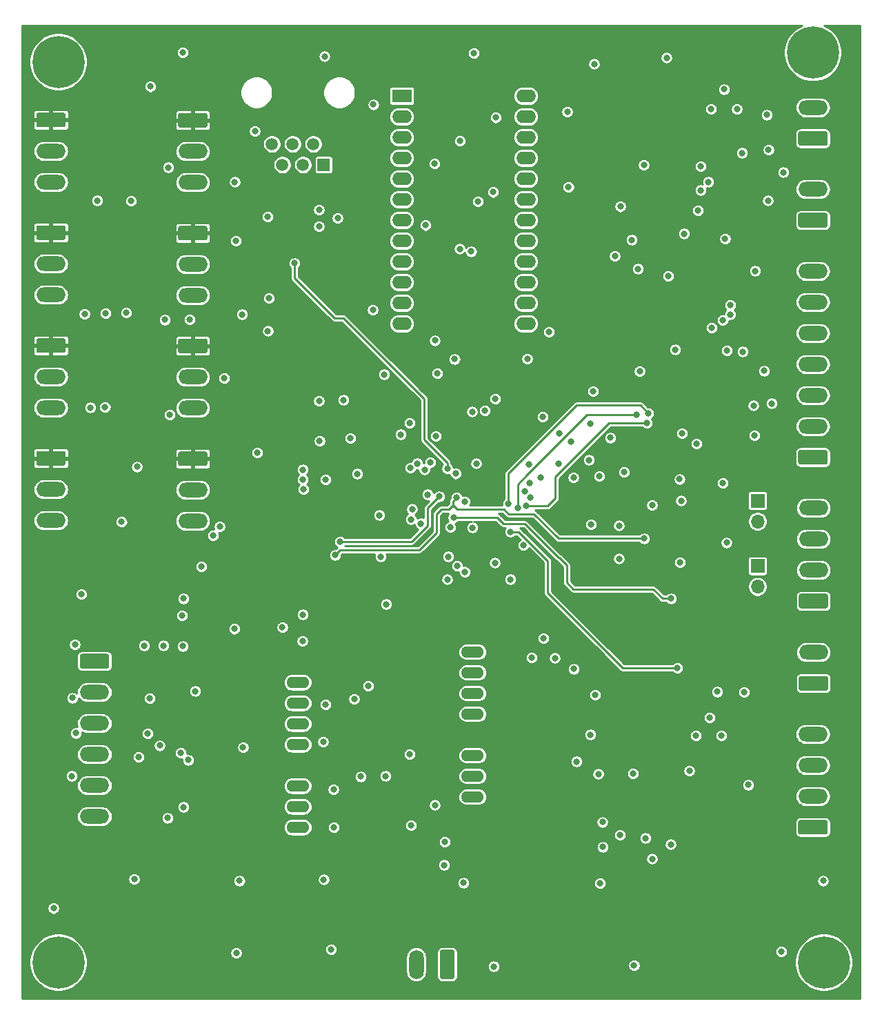
<source format=gbr>
G04 #@! TF.GenerationSoftware,KiCad,Pcbnew,(5.1.9)-1*
G04 #@! TF.CreationDate,2021-05-11T09:04:54+02:00*
G04 #@! TF.ProjectId,SIOMv01,53494f4d-7630-4312-9e6b-696361645f70,rev?*
G04 #@! TF.SameCoordinates,Original*
G04 #@! TF.FileFunction,Copper,L2,Inr*
G04 #@! TF.FilePolarity,Positive*
%FSLAX46Y46*%
G04 Gerber Fmt 4.6, Leading zero omitted, Abs format (unit mm)*
G04 Created by KiCad (PCBNEW (5.1.9)-1) date 2021-05-11 09:04:54*
%MOMM*%
%LPD*%
G01*
G04 APERTURE LIST*
G04 #@! TA.AperFunction,ComponentPad*
%ADD10O,2.400000X1.600000*%
G04 #@! TD*
G04 #@! TA.AperFunction,ComponentPad*
%ADD11R,2.400000X1.600000*%
G04 #@! TD*
G04 #@! TA.AperFunction,ComponentPad*
%ADD12O,3.600000X1.800000*%
G04 #@! TD*
G04 #@! TA.AperFunction,ComponentPad*
%ADD13O,1.800000X3.600000*%
G04 #@! TD*
G04 #@! TA.AperFunction,ComponentPad*
%ADD14O,2.794000X1.397000*%
G04 #@! TD*
G04 #@! TA.AperFunction,ComponentPad*
%ADD15O,1.700000X1.700000*%
G04 #@! TD*
G04 #@! TA.AperFunction,ComponentPad*
%ADD16R,1.700000X1.700000*%
G04 #@! TD*
G04 #@! TA.AperFunction,ComponentPad*
%ADD17R,1.520000X1.520000*%
G04 #@! TD*
G04 #@! TA.AperFunction,ComponentPad*
%ADD18C,1.520000*%
G04 #@! TD*
G04 #@! TA.AperFunction,ComponentPad*
%ADD19C,0.800000*%
G04 #@! TD*
G04 #@! TA.AperFunction,ComponentPad*
%ADD20C,6.400000*%
G04 #@! TD*
G04 #@! TA.AperFunction,ViaPad*
%ADD21C,0.800000*%
G04 #@! TD*
G04 #@! TA.AperFunction,Conductor*
%ADD22C,0.250000*%
G04 #@! TD*
G04 #@! TA.AperFunction,Conductor*
%ADD23C,0.100000*%
G04 #@! TD*
G04 APERTURE END LIST*
D10*
X80276000Y-68959000D03*
X65036000Y-96899000D03*
X80276000Y-71499000D03*
X65036000Y-94359000D03*
X80276000Y-74039000D03*
X65036000Y-91819000D03*
X80276000Y-76579000D03*
X65036000Y-89279000D03*
X80276000Y-79119000D03*
X65036000Y-86739000D03*
X80276000Y-81659000D03*
X65036000Y-84199000D03*
X80276000Y-84199000D03*
X65036000Y-81659000D03*
X80276000Y-86739000D03*
X65036000Y-79119000D03*
X80276000Y-89279000D03*
X65036000Y-76579000D03*
X80276000Y-91819000D03*
X65036000Y-74039000D03*
X80276000Y-94359000D03*
X65036000Y-71499000D03*
X80276000Y-96899000D03*
D11*
X65036000Y-68959000D03*
D12*
X115570000Y-137223500D03*
G04 #@! TA.AperFunction,ComponentPad*
G36*
G01*
X117120000Y-141933500D02*
X114020000Y-141933500D01*
G75*
G02*
X113770000Y-141683500I0J250000D01*
G01*
X113770000Y-140383500D01*
G75*
G02*
X114020000Y-140133500I250000J0D01*
G01*
X117120000Y-140133500D01*
G75*
G02*
X117370000Y-140383500I0J-250000D01*
G01*
X117370000Y-141683500D01*
G75*
G02*
X117120000Y-141933500I-250000J0D01*
G01*
G37*
G04 #@! TD.AperFunction*
X115506500Y-147256500D03*
X115506500Y-151066500D03*
X115506500Y-154876500D03*
G04 #@! TA.AperFunction,ComponentPad*
G36*
G01*
X117056500Y-159586500D02*
X113956500Y-159586500D01*
G75*
G02*
X113706500Y-159336500I0J250000D01*
G01*
X113706500Y-158036500D01*
G75*
G02*
X113956500Y-157786500I250000J0D01*
G01*
X117056500Y-157786500D01*
G75*
G02*
X117306500Y-158036500I0J-250000D01*
G01*
X117306500Y-159336500D01*
G75*
G02*
X117056500Y-159586500I-250000J0D01*
G01*
G37*
G04 #@! TD.AperFunction*
X39370000Y-93408500D03*
X39370000Y-89598500D03*
G04 #@! TA.AperFunction,ComponentPad*
G36*
G01*
X37820000Y-84888500D02*
X40920000Y-84888500D01*
G75*
G02*
X41170000Y-85138500I0J-250000D01*
G01*
X41170000Y-86438500D01*
G75*
G02*
X40920000Y-86688500I-250000J0D01*
G01*
X37820000Y-86688500D01*
G75*
G02*
X37570000Y-86438500I0J250000D01*
G01*
X37570000Y-85138500D01*
G75*
G02*
X37820000Y-84888500I250000J0D01*
G01*
G37*
G04 #@! TD.AperFunction*
X21958300Y-79514700D03*
X21958300Y-75704700D03*
G04 #@! TA.AperFunction,ComponentPad*
G36*
G01*
X20408300Y-70994700D02*
X23508300Y-70994700D01*
G75*
G02*
X23758300Y-71244700I0J-250000D01*
G01*
X23758300Y-72544700D01*
G75*
G02*
X23508300Y-72794700I-250000J0D01*
G01*
X20408300Y-72794700D01*
G75*
G02*
X20158300Y-72544700I0J250000D01*
G01*
X20158300Y-71244700D01*
G75*
G02*
X20408300Y-70994700I250000J0D01*
G01*
G37*
G04 #@! TD.AperFunction*
D13*
X66802000Y-175514000D03*
G04 #@! TA.AperFunction,ComponentPad*
G36*
G01*
X71512000Y-173964000D02*
X71512000Y-177064000D01*
G75*
G02*
X71262000Y-177314000I-250000J0D01*
G01*
X69962000Y-177314000D01*
G75*
G02*
X69712000Y-177064000I0J250000D01*
G01*
X69712000Y-173964000D01*
G75*
G02*
X69962000Y-173714000I250000J0D01*
G01*
X71262000Y-173714000D01*
G75*
G02*
X71512000Y-173964000I0J-250000D01*
G01*
G37*
G04 #@! TD.AperFunction*
D12*
X115506500Y-90424000D03*
X115506500Y-94234000D03*
X115506500Y-98044000D03*
X115506500Y-101854000D03*
X115506500Y-105664000D03*
X115506500Y-109474000D03*
G04 #@! TA.AperFunction,ComponentPad*
G36*
G01*
X117056500Y-114184000D02*
X113956500Y-114184000D01*
G75*
G02*
X113706500Y-113934000I0J250000D01*
G01*
X113706500Y-112634000D01*
G75*
G02*
X113956500Y-112384000I250000J0D01*
G01*
X117056500Y-112384000D01*
G75*
G02*
X117306500Y-112634000I0J-250000D01*
G01*
X117306500Y-113934000D01*
G75*
G02*
X117056500Y-114184000I-250000J0D01*
G01*
G37*
G04 #@! TD.AperFunction*
X115570000Y-119507000D03*
X115570000Y-123317000D03*
X115570000Y-127127000D03*
G04 #@! TA.AperFunction,ComponentPad*
G36*
G01*
X117120000Y-131837000D02*
X114020000Y-131837000D01*
G75*
G02*
X113770000Y-131587000I0J250000D01*
G01*
X113770000Y-130287000D01*
G75*
G02*
X114020000Y-130037000I250000J0D01*
G01*
X117120000Y-130037000D01*
G75*
G02*
X117370000Y-130287000I0J-250000D01*
G01*
X117370000Y-131587000D01*
G75*
G02*
X117120000Y-131837000I-250000J0D01*
G01*
G37*
G04 #@! TD.AperFunction*
X115506500Y-80391000D03*
G04 #@! TA.AperFunction,ComponentPad*
G36*
G01*
X117056500Y-85101000D02*
X113956500Y-85101000D01*
G75*
G02*
X113706500Y-84851000I0J250000D01*
G01*
X113706500Y-83551000D01*
G75*
G02*
X113956500Y-83301000I250000J0D01*
G01*
X117056500Y-83301000D01*
G75*
G02*
X117306500Y-83551000I0J-250000D01*
G01*
X117306500Y-84851000D01*
G75*
G02*
X117056500Y-85101000I-250000J0D01*
G01*
G37*
G04 #@! TD.AperFunction*
X115506500Y-70358000D03*
G04 #@! TA.AperFunction,ComponentPad*
G36*
G01*
X117056500Y-75068000D02*
X113956500Y-75068000D01*
G75*
G02*
X113706500Y-74818000I0J250000D01*
G01*
X113706500Y-73518000D01*
G75*
G02*
X113956500Y-73268000I250000J0D01*
G01*
X117056500Y-73268000D01*
G75*
G02*
X117306500Y-73518000I0J-250000D01*
G01*
X117306500Y-74818000D01*
G75*
G02*
X117056500Y-75068000I-250000J0D01*
G01*
G37*
G04 #@! TD.AperFunction*
X27305000Y-157353000D03*
X27305000Y-153543000D03*
X27305000Y-149733000D03*
X27305000Y-145923000D03*
X27305000Y-142113000D03*
G04 #@! TA.AperFunction,ComponentPad*
G36*
G01*
X25755000Y-137403000D02*
X28855000Y-137403000D01*
G75*
G02*
X29105000Y-137653000I0J-250000D01*
G01*
X29105000Y-138953000D01*
G75*
G02*
X28855000Y-139203000I-250000J0D01*
G01*
X25755000Y-139203000D01*
G75*
G02*
X25505000Y-138953000I0J250000D01*
G01*
X25505000Y-137653000D01*
G75*
G02*
X25755000Y-137403000I250000J0D01*
G01*
G37*
G04 #@! TD.AperFunction*
X21958300Y-93357700D03*
X21958300Y-89547700D03*
G04 #@! TA.AperFunction,ComponentPad*
G36*
G01*
X20408300Y-84837700D02*
X23508300Y-84837700D01*
G75*
G02*
X23758300Y-85087700I0J-250000D01*
G01*
X23758300Y-86387700D01*
G75*
G02*
X23508300Y-86637700I-250000J0D01*
G01*
X20408300Y-86637700D01*
G75*
G02*
X20158300Y-86387700I0J250000D01*
G01*
X20158300Y-85087700D01*
G75*
G02*
X20408300Y-84837700I250000J0D01*
G01*
G37*
G04 #@! TD.AperFunction*
X21958300Y-107200700D03*
X21958300Y-103390700D03*
G04 #@! TA.AperFunction,ComponentPad*
G36*
G01*
X20408300Y-98680700D02*
X23508300Y-98680700D01*
G75*
G02*
X23758300Y-98930700I0J-250000D01*
G01*
X23758300Y-100230700D01*
G75*
G02*
X23508300Y-100480700I-250000J0D01*
G01*
X20408300Y-100480700D01*
G75*
G02*
X20158300Y-100230700I0J250000D01*
G01*
X20158300Y-98930700D01*
G75*
G02*
X20408300Y-98680700I250000J0D01*
G01*
G37*
G04 #@! TD.AperFunction*
X21958300Y-121043700D03*
X21958300Y-117233700D03*
G04 #@! TA.AperFunction,ComponentPad*
G36*
G01*
X20408300Y-112523700D02*
X23508300Y-112523700D01*
G75*
G02*
X23758300Y-112773700I0J-250000D01*
G01*
X23758300Y-114073700D01*
G75*
G02*
X23508300Y-114323700I-250000J0D01*
G01*
X20408300Y-114323700D01*
G75*
G02*
X20158300Y-114073700I0J250000D01*
G01*
X20158300Y-112773700D01*
G75*
G02*
X20408300Y-112523700I250000J0D01*
G01*
G37*
G04 #@! TD.AperFunction*
X39370000Y-79565500D03*
X39370000Y-75755500D03*
G04 #@! TA.AperFunction,ComponentPad*
G36*
G01*
X37820000Y-71045500D02*
X40920000Y-71045500D01*
G75*
G02*
X41170000Y-71295500I0J-250000D01*
G01*
X41170000Y-72595500D01*
G75*
G02*
X40920000Y-72845500I-250000J0D01*
G01*
X37820000Y-72845500D01*
G75*
G02*
X37570000Y-72595500I0J250000D01*
G01*
X37570000Y-71295500D01*
G75*
G02*
X37820000Y-71045500I250000J0D01*
G01*
G37*
G04 #@! TD.AperFunction*
X39370000Y-107251500D03*
X39370000Y-103441500D03*
G04 #@! TA.AperFunction,ComponentPad*
G36*
G01*
X37820000Y-98731500D02*
X40920000Y-98731500D01*
G75*
G02*
X41170000Y-98981500I0J-250000D01*
G01*
X41170000Y-100281500D01*
G75*
G02*
X40920000Y-100531500I-250000J0D01*
G01*
X37820000Y-100531500D01*
G75*
G02*
X37570000Y-100281500I0J250000D01*
G01*
X37570000Y-98981500D01*
G75*
G02*
X37820000Y-98731500I250000J0D01*
G01*
G37*
G04 #@! TD.AperFunction*
X39370000Y-121094500D03*
X39370000Y-117284500D03*
G04 #@! TA.AperFunction,ComponentPad*
G36*
G01*
X37820000Y-112574500D02*
X40920000Y-112574500D01*
G75*
G02*
X41170000Y-112824500I0J-250000D01*
G01*
X41170000Y-114124500D01*
G75*
G02*
X40920000Y-114374500I-250000J0D01*
G01*
X37820000Y-114374500D01*
G75*
G02*
X37570000Y-114124500I0J250000D01*
G01*
X37570000Y-112824500D01*
G75*
G02*
X37820000Y-112574500I250000J0D01*
G01*
G37*
G04 #@! TD.AperFunction*
D14*
X73723500Y-137160000D03*
X73723500Y-139700000D03*
X73723500Y-142240000D03*
X73723500Y-144780000D03*
X73723500Y-154940000D03*
X73723500Y-152400000D03*
X73723500Y-149860000D03*
X52260500Y-140906500D03*
X52260500Y-143446500D03*
X52260500Y-145986500D03*
X52260500Y-148526500D03*
X52260500Y-158686500D03*
X52260500Y-156146500D03*
X52260500Y-153606500D03*
D15*
X108712000Y-121158000D03*
D16*
X108712000Y-118618000D03*
D15*
X108712000Y-129159000D03*
D16*
X108712000Y-126619000D03*
D17*
X55435500Y-77406500D03*
D18*
X54165500Y-74866500D03*
X52895500Y-77406500D03*
X51625500Y-74866500D03*
X50355500Y-77406500D03*
X49085500Y-74866500D03*
D19*
X117203556Y-61929944D03*
X115506500Y-61227000D03*
X113809444Y-61929944D03*
X113106500Y-63627000D03*
X113809444Y-65324056D03*
X115506500Y-66027000D03*
X117203556Y-65324056D03*
X117906500Y-63627000D03*
D20*
X115506500Y-63627000D03*
D19*
X118537056Y-173562944D03*
X116840000Y-172860000D03*
X115142944Y-173562944D03*
X114440000Y-175260000D03*
X115142944Y-176957056D03*
X116840000Y-177660000D03*
X118537056Y-176957056D03*
X119240000Y-175260000D03*
D20*
X116840000Y-175260000D03*
D19*
X24557056Y-63072944D03*
X22860000Y-62370000D03*
X21162944Y-63072944D03*
X20460000Y-64770000D03*
X21162944Y-66467056D03*
X22860000Y-67170000D03*
X24557056Y-66467056D03*
X25260000Y-64770000D03*
D20*
X22860000Y-64770000D03*
D19*
X24557056Y-173562944D03*
X22860000Y-172860000D03*
X21162944Y-173562944D03*
X20460000Y-175260000D03*
X21162944Y-176957056D03*
X22860000Y-177660000D03*
X24557056Y-176957056D03*
X25260000Y-175260000D03*
D20*
X22860000Y-175260000D03*
D21*
X106172000Y-70548500D03*
X102997000Y-70548500D03*
X104584500Y-68135500D03*
X93408500Y-152082500D03*
X104267000Y-147447000D03*
X101155500Y-147447000D03*
X102806500Y-145224500D03*
X101727000Y-77597000D03*
X101727000Y-80518000D03*
X106807000Y-75946000D03*
X94742000Y-77406500D03*
X101409500Y-82994500D03*
X109982000Y-81788000D03*
X80962500Y-137858500D03*
X83820000Y-137922000D03*
X82423000Y-135509000D03*
X86169500Y-139255500D03*
X91821000Y-159639000D03*
X89725500Y-161099500D03*
X89662000Y-158051500D03*
X86487000Y-150622000D03*
X65976500Y-149733000D03*
X60896500Y-141351000D03*
X59182000Y-142938500D03*
X63119000Y-131318000D03*
X52832000Y-135826500D03*
X52895500Y-132588000D03*
X55689500Y-143637000D03*
X55372000Y-148209000D03*
X66167000Y-158432500D03*
X63055500Y-152400000D03*
X60007500Y-152463500D03*
X69088000Y-155956000D03*
X70294500Y-160464500D03*
X70231000Y-163322000D03*
X56705500Y-158686500D03*
X56642000Y-154051000D03*
X76517500Y-106108500D03*
X69405500Y-102997000D03*
X65976500Y-109093000D03*
X62865000Y-103124000D03*
X68516500Y-113919000D03*
X54864000Y-84963000D03*
X54864000Y-82931000D03*
X48577500Y-83756500D03*
X33845500Y-147193000D03*
X32702500Y-150050500D03*
X34099500Y-142875000D03*
X39687500Y-141986000D03*
X37909500Y-149542500D03*
X79946500Y-124079000D03*
X107569000Y-153479500D03*
X103759000Y-142049500D03*
X107061000Y-142113000D03*
X94932500Y-160020000D03*
X98615500Y-100076000D03*
X76454000Y-126238000D03*
X78359000Y-128270000D03*
X73660000Y-107696000D03*
X64897000Y-110490000D03*
X59563000Y-115316000D03*
X108331000Y-110617000D03*
X105346500Y-95758000D03*
X105346500Y-94615000D03*
X97726500Y-91059000D03*
X108394500Y-90424000D03*
X99441000Y-110363000D03*
X101219000Y-111633000D03*
X94234000Y-102743000D03*
X108204000Y-106934000D03*
X104965500Y-100203000D03*
X106870500Y-100330000D03*
X61468000Y-95186500D03*
X52959000Y-117221000D03*
X55689500Y-116014500D03*
X52895500Y-116014500D03*
X52895500Y-114808000D03*
X88265000Y-121539000D03*
X99187000Y-126174500D03*
X99314000Y-118618000D03*
X104457500Y-116459000D03*
X104902000Y-123761500D03*
X110426500Y-106680000D03*
X109537500Y-102679500D03*
X36258500Y-157543500D03*
X38227000Y-156210000D03*
X38798500Y-150431500D03*
X35306000Y-148653500D03*
X33401000Y-136398000D03*
X35750500Y-136398000D03*
X38163500Y-136461500D03*
X24892000Y-136271000D03*
X24574500Y-142811500D03*
X25019000Y-147129500D03*
X24511000Y-152400000D03*
X72771000Y-127344000D03*
X62420500Y-125476000D03*
X66167000Y-120904000D03*
X68199000Y-117856000D03*
X88214200Y-109169200D03*
X90627200Y-110896400D03*
X87985600Y-113614200D03*
X89281000Y-115620800D03*
X92303600Y-115112800D03*
X95758000Y-119176800D03*
X99136200Y-115976400D03*
X91694000Y-125730000D03*
X91694000Y-121666000D03*
X70993000Y-121869200D03*
X72745600Y-118745000D03*
X71653400Y-115290600D03*
X80619600Y-114147600D03*
X80746600Y-116433600D03*
X84277200Y-114096800D03*
X85775800Y-111379000D03*
X84353400Y-110312200D03*
X82321400Y-108305600D03*
X88519000Y-105181400D03*
X80441800Y-101193600D03*
X83108800Y-97917000D03*
X71526400Y-101244400D03*
X69088000Y-98958400D03*
X57886600Y-106248200D03*
X54864000Y-106375200D03*
X58724800Y-110947200D03*
X54940200Y-111277400D03*
X47294800Y-112725200D03*
X50368200Y-134137400D03*
X44475400Y-134340600D03*
X45542200Y-148894800D03*
X44704000Y-174091600D03*
X56362600Y-173659800D03*
X45110400Y-165252400D03*
X55448200Y-165100000D03*
X72618600Y-165506400D03*
X76301600Y-175768000D03*
X89382600Y-165557200D03*
X93548200Y-175615600D03*
X116763800Y-165252400D03*
X111607600Y-173939200D03*
X72136000Y-87706200D03*
X67945000Y-84810600D03*
X76250800Y-80746600D03*
X74371200Y-81889600D03*
X69062600Y-77266800D03*
X72161400Y-74472800D03*
X91871800Y-82524600D03*
X85496400Y-80137000D03*
X104724200Y-86487000D03*
X99695000Y-85852000D03*
X111861600Y-78308200D03*
X110058200Y-75565000D03*
X109829600Y-71272400D03*
X97536000Y-64262000D03*
X88646000Y-65024000D03*
X73888600Y-63703200D03*
X55549800Y-64084200D03*
X38125400Y-63601600D03*
X34163000Y-67792600D03*
X48590200Y-97790000D03*
X48717200Y-93776800D03*
X45415200Y-95758000D03*
X85344000Y-70891400D03*
X76555600Y-71602600D03*
X61544200Y-70002400D03*
X46990000Y-73253600D03*
X44526200Y-79502000D03*
X44653200Y-86715600D03*
X38989000Y-96367600D03*
X28600400Y-107137200D03*
X26771600Y-107188000D03*
X26085800Y-95681800D03*
X28676600Y-95631000D03*
X31191200Y-95554800D03*
X27635200Y-81788000D03*
X31800800Y-81838800D03*
X36372800Y-77724000D03*
X35941000Y-96418400D03*
X36550600Y-108077000D03*
X30632400Y-121208800D03*
X32512000Y-114452400D03*
X25704800Y-130098800D03*
X40411400Y-126695200D03*
X32181800Y-165049200D03*
X22275800Y-168630600D03*
X100901500Y-120396000D03*
X100774500Y-127762000D03*
X82994500Y-82550000D03*
X86995000Y-85090000D03*
X54864000Y-86868000D03*
X88138000Y-126619000D03*
X54292500Y-119888000D03*
X97790000Y-102870000D03*
X109664500Y-93218000D03*
X74041000Y-133350000D03*
X61150500Y-134874000D03*
X61150500Y-133985000D03*
X61150500Y-133032500D03*
X61976000Y-134874000D03*
X61976000Y-133985000D03*
X60261500Y-132778500D03*
X59309000Y-132778500D03*
X60515500Y-135636000D03*
X60515500Y-136525000D03*
X60515500Y-137414000D03*
X41910000Y-148780500D03*
X41910000Y-151574500D03*
X98679000Y-167386000D03*
X31292800Y-107086400D03*
X100330000Y-151765000D03*
X88773000Y-142430500D03*
X102679500Y-79502000D03*
X94043500Y-90170000D03*
X38227000Y-130619500D03*
X98044000Y-160782000D03*
X38036500Y-132715000D03*
X95758000Y-162560000D03*
X88201500Y-147320000D03*
X57150000Y-83921600D03*
X73558400Y-88036400D03*
X42672000Y-121793000D03*
X43243500Y-103568500D03*
X41846500Y-122872500D03*
X78359000Y-122428000D03*
X98869500Y-139128500D03*
X69215000Y-110680500D03*
X75247500Y-107569000D03*
X70612000Y-114681000D03*
X51879500Y-89471500D03*
X80137000Y-117475000D03*
X98107500Y-130619500D03*
X57467500Y-123634500D03*
X71374000Y-120675400D03*
X69608700Y-118097300D03*
X80777186Y-118243223D03*
X94805500Y-123253500D03*
X56832500Y-125285500D03*
X71780400Y-118237000D03*
X86106000Y-115760500D03*
X71818500Y-126619000D03*
X82042000Y-115760500D03*
X70739000Y-125476000D03*
X62293500Y-120396000D03*
X66294000Y-119634000D03*
X89154000Y-152146000D03*
X70612000Y-128270000D03*
X93281500Y-86614000D03*
X91186000Y-88609000D03*
X78105000Y-118999000D03*
X95313500Y-107886500D03*
X79248000Y-119507000D03*
X93853000Y-108077000D03*
X80264000Y-119253000D03*
X95123000Y-109093000D03*
X66070584Y-114591618D03*
X103060500Y-97409000D03*
X66929000Y-114046000D03*
X104420501Y-96483001D03*
X67818000Y-114808000D03*
X74168000Y-114046000D03*
X73723500Y-121920000D03*
X67373500Y-121412000D03*
D22*
X79368502Y-122428000D02*
X82931000Y-125990498D01*
X78359000Y-122428000D02*
X79368502Y-122428000D01*
X82931000Y-125990498D02*
X82931000Y-129921000D01*
X92138500Y-139128500D02*
X89947750Y-136937750D01*
X98869500Y-139128500D02*
X92138500Y-139128500D01*
X89947750Y-136937750D02*
X90170000Y-137160000D01*
X82931000Y-129921000D02*
X89947750Y-136937750D01*
X70612000Y-114681000D02*
X70612000Y-113982500D01*
X70612000Y-113982500D02*
X67754500Y-111125000D01*
X67754500Y-111125000D02*
X67754500Y-106108500D01*
X67754500Y-106108500D02*
X57848500Y-96202500D01*
X57848500Y-96202500D02*
X56769000Y-96202500D01*
X56769000Y-96202500D02*
X51879500Y-91313000D01*
X51879500Y-91313000D02*
X51879500Y-89471500D01*
X80264000Y-117348000D02*
X80137000Y-117475000D01*
X66230500Y-123634500D02*
X68199000Y-121666000D01*
X68199000Y-121666000D02*
X68199000Y-119507000D01*
X98107500Y-130619500D02*
X97028000Y-130619500D01*
X97028000Y-130619500D02*
X95885000Y-129476500D01*
X57467500Y-123634500D02*
X66230500Y-123634500D01*
X95885000Y-129476500D02*
X86093300Y-129476500D01*
X86093300Y-129476500D02*
X85267800Y-128651000D01*
X84328000Y-125603000D02*
X85267800Y-126542800D01*
X84270998Y-125603000D02*
X84328000Y-125603000D01*
X85267800Y-128651000D02*
X85267800Y-126542800D01*
X77523901Y-121465901D02*
X76708000Y-120650000D01*
X80133899Y-121465901D02*
X77523901Y-121465901D01*
X76708000Y-120650000D02*
X71374000Y-120650000D01*
X84270998Y-125603000D02*
X80133899Y-121465901D01*
X71374000Y-120650000D02*
X71374000Y-120675400D01*
X68199000Y-119507000D02*
X69608700Y-118097300D01*
X80777186Y-118231814D02*
X80777186Y-118243223D01*
X57467500Y-124650500D02*
X67183000Y-124650500D01*
X67183000Y-124650500D02*
X69278500Y-122555000D01*
X69278500Y-122555000D02*
X69278500Y-120269000D01*
X56832500Y-125285500D02*
X57467500Y-124650500D01*
X94805500Y-123253500D02*
X84264500Y-123253500D01*
X81243001Y-120232001D02*
X78118801Y-120232001D01*
X84264500Y-123253500D02*
X81243001Y-120232001D01*
X78118801Y-120232001D02*
X77565250Y-119678450D01*
X69278500Y-120269000D02*
X69869050Y-119678450D01*
X71291450Y-118725950D02*
X71780400Y-118237000D01*
X72472550Y-119678450D02*
X71837550Y-119678450D01*
X77565250Y-119678450D02*
X72472550Y-119678450D01*
X71291450Y-119132350D02*
X71291450Y-118725950D01*
X71291450Y-119132350D02*
X71291450Y-119170450D01*
X70783450Y-119678450D02*
X69869050Y-119678450D01*
X71507350Y-119348250D02*
X71139050Y-119348250D01*
X71126350Y-119335550D02*
X70783450Y-119678450D01*
X71291450Y-119170450D02*
X71126350Y-119335550D01*
X71139050Y-119348250D02*
X71126350Y-119335550D01*
X71837550Y-119678450D02*
X71507350Y-119348250D01*
X71507350Y-119348250D02*
X71291450Y-119132350D01*
X86487000Y-106908600D02*
X94335600Y-106908600D01*
X94335600Y-106908600D02*
X95313500Y-107886500D01*
X78105000Y-115290600D02*
X86487000Y-106908600D01*
X78105000Y-118999000D02*
X78105000Y-115290600D01*
X79248000Y-119507000D02*
X79248000Y-116592498D01*
X87763498Y-108077000D02*
X80394249Y-115446249D01*
X93853000Y-108077000D02*
X87763498Y-108077000D01*
X80394249Y-115446249D02*
X80873600Y-114966898D01*
X79248000Y-116592498D02*
X80394249Y-115446249D01*
X82956400Y-119253000D02*
X80264000Y-119253000D01*
X83870800Y-118338600D02*
X82956400Y-119253000D01*
X83870800Y-115697000D02*
X83870800Y-118338600D01*
X90474800Y-109093000D02*
X83870800Y-115697000D01*
X95123000Y-109093000D02*
X90474800Y-109093000D01*
X113811208Y-60455332D02*
X113225021Y-60847009D01*
X112726509Y-61345521D01*
X112334832Y-61931708D01*
X112065039Y-62583044D01*
X111927500Y-63274499D01*
X111927500Y-63979501D01*
X112065039Y-64670956D01*
X112334832Y-65322292D01*
X112726509Y-65908479D01*
X113225021Y-66406991D01*
X113811208Y-66798668D01*
X114462544Y-67068461D01*
X115153999Y-67206000D01*
X115859001Y-67206000D01*
X116550456Y-67068461D01*
X117201792Y-66798668D01*
X117787979Y-66406991D01*
X118286491Y-65908479D01*
X118678168Y-65322292D01*
X118947961Y-64670956D01*
X119085500Y-63979501D01*
X119085500Y-63274499D01*
X118947961Y-62583044D01*
X118678168Y-61931708D01*
X118286491Y-61345521D01*
X117787979Y-60847009D01*
X117201792Y-60455332D01*
X116872658Y-60319000D01*
X121291001Y-60319000D01*
X121291000Y-179711000D01*
X18409000Y-179711000D01*
X18409000Y-174907499D01*
X19281000Y-174907499D01*
X19281000Y-175612501D01*
X19418539Y-176303956D01*
X19688332Y-176955292D01*
X20080009Y-177541479D01*
X20578521Y-178039991D01*
X21164708Y-178431668D01*
X21816044Y-178701461D01*
X22507499Y-178839000D01*
X23212501Y-178839000D01*
X23903956Y-178701461D01*
X24555292Y-178431668D01*
X25141479Y-178039991D01*
X25639991Y-177541479D01*
X26031668Y-176955292D01*
X26301461Y-176303956D01*
X26439000Y-175612501D01*
X26439000Y-174907499D01*
X26301461Y-174216044D01*
X26218134Y-174014875D01*
X43925000Y-174014875D01*
X43925000Y-174168325D01*
X43954937Y-174318826D01*
X44013659Y-174460595D01*
X44098911Y-174588183D01*
X44207417Y-174696689D01*
X44335005Y-174781941D01*
X44476774Y-174840663D01*
X44627275Y-174870600D01*
X44780725Y-174870600D01*
X44931226Y-174840663D01*
X45072995Y-174781941D01*
X45200583Y-174696689D01*
X45309089Y-174588183D01*
X45333818Y-174551173D01*
X65523000Y-174551173D01*
X65523000Y-176476826D01*
X65541507Y-176664727D01*
X65614641Y-176905819D01*
X65733405Y-177128011D01*
X65893235Y-177322765D01*
X66087988Y-177482595D01*
X66310180Y-177601359D01*
X66551272Y-177674493D01*
X66802000Y-177699188D01*
X67052727Y-177674493D01*
X67293819Y-177601359D01*
X67516011Y-177482595D01*
X67710765Y-177322765D01*
X67870595Y-177128012D01*
X67989359Y-176905820D01*
X68062493Y-176664728D01*
X68081000Y-176476827D01*
X68081000Y-174551173D01*
X68062493Y-174363272D01*
X67989359Y-174122180D01*
X67904811Y-173964000D01*
X69331167Y-173964000D01*
X69331167Y-177064000D01*
X69343288Y-177187069D01*
X69379186Y-177305409D01*
X69437482Y-177414472D01*
X69515934Y-177510066D01*
X69611528Y-177588518D01*
X69720591Y-177646814D01*
X69838931Y-177682712D01*
X69962000Y-177694833D01*
X71262000Y-177694833D01*
X71385069Y-177682712D01*
X71503409Y-177646814D01*
X71612472Y-177588518D01*
X71708066Y-177510066D01*
X71786518Y-177414472D01*
X71844814Y-177305409D01*
X71880712Y-177187069D01*
X71892833Y-177064000D01*
X71892833Y-175691275D01*
X75522600Y-175691275D01*
X75522600Y-175844725D01*
X75552537Y-175995226D01*
X75611259Y-176136995D01*
X75696511Y-176264583D01*
X75805017Y-176373089D01*
X75932605Y-176458341D01*
X76074374Y-176517063D01*
X76224875Y-176547000D01*
X76378325Y-176547000D01*
X76528826Y-176517063D01*
X76670595Y-176458341D01*
X76798183Y-176373089D01*
X76906689Y-176264583D01*
X76991941Y-176136995D01*
X77050663Y-175995226D01*
X77080600Y-175844725D01*
X77080600Y-175691275D01*
X77050663Y-175540774D01*
X77049877Y-175538875D01*
X92769200Y-175538875D01*
X92769200Y-175692325D01*
X92799137Y-175842826D01*
X92857859Y-175984595D01*
X92943111Y-176112183D01*
X93051617Y-176220689D01*
X93179205Y-176305941D01*
X93320974Y-176364663D01*
X93471475Y-176394600D01*
X93624925Y-176394600D01*
X93775426Y-176364663D01*
X93917195Y-176305941D01*
X94044783Y-176220689D01*
X94153289Y-176112183D01*
X94238541Y-175984595D01*
X94297263Y-175842826D01*
X94327200Y-175692325D01*
X94327200Y-175538875D01*
X94297263Y-175388374D01*
X94238541Y-175246605D01*
X94153289Y-175119017D01*
X94044783Y-175010511D01*
X93917195Y-174925259D01*
X93874319Y-174907499D01*
X113261000Y-174907499D01*
X113261000Y-175612501D01*
X113398539Y-176303956D01*
X113668332Y-176955292D01*
X114060009Y-177541479D01*
X114558521Y-178039991D01*
X115144708Y-178431668D01*
X115796044Y-178701461D01*
X116487499Y-178839000D01*
X117192501Y-178839000D01*
X117883956Y-178701461D01*
X118535292Y-178431668D01*
X119121479Y-178039991D01*
X119619991Y-177541479D01*
X120011668Y-176955292D01*
X120281461Y-176303956D01*
X120419000Y-175612501D01*
X120419000Y-174907499D01*
X120281461Y-174216044D01*
X120011668Y-173564708D01*
X119619991Y-172978521D01*
X119121479Y-172480009D01*
X118535292Y-172088332D01*
X117883956Y-171818539D01*
X117192501Y-171681000D01*
X116487499Y-171681000D01*
X115796044Y-171818539D01*
X115144708Y-172088332D01*
X114558521Y-172480009D01*
X114060009Y-172978521D01*
X113668332Y-173564708D01*
X113398539Y-174216044D01*
X113261000Y-174907499D01*
X93874319Y-174907499D01*
X93775426Y-174866537D01*
X93624925Y-174836600D01*
X93471475Y-174836600D01*
X93320974Y-174866537D01*
X93179205Y-174925259D01*
X93051617Y-175010511D01*
X92943111Y-175119017D01*
X92857859Y-175246605D01*
X92799137Y-175388374D01*
X92769200Y-175538875D01*
X77049877Y-175538875D01*
X76991941Y-175399005D01*
X76906689Y-175271417D01*
X76798183Y-175162911D01*
X76670595Y-175077659D01*
X76528826Y-175018937D01*
X76378325Y-174989000D01*
X76224875Y-174989000D01*
X76074374Y-175018937D01*
X75932605Y-175077659D01*
X75805017Y-175162911D01*
X75696511Y-175271417D01*
X75611259Y-175399005D01*
X75552537Y-175540774D01*
X75522600Y-175691275D01*
X71892833Y-175691275D01*
X71892833Y-173964000D01*
X71882834Y-173862475D01*
X110828600Y-173862475D01*
X110828600Y-174015925D01*
X110858537Y-174166426D01*
X110917259Y-174308195D01*
X111002511Y-174435783D01*
X111111017Y-174544289D01*
X111238605Y-174629541D01*
X111380374Y-174688263D01*
X111530875Y-174718200D01*
X111684325Y-174718200D01*
X111834826Y-174688263D01*
X111976595Y-174629541D01*
X112104183Y-174544289D01*
X112212689Y-174435783D01*
X112297941Y-174308195D01*
X112356663Y-174166426D01*
X112386600Y-174015925D01*
X112386600Y-173862475D01*
X112356663Y-173711974D01*
X112297941Y-173570205D01*
X112212689Y-173442617D01*
X112104183Y-173334111D01*
X111976595Y-173248859D01*
X111834826Y-173190137D01*
X111684325Y-173160200D01*
X111530875Y-173160200D01*
X111380374Y-173190137D01*
X111238605Y-173248859D01*
X111111017Y-173334111D01*
X111002511Y-173442617D01*
X110917259Y-173570205D01*
X110858537Y-173711974D01*
X110828600Y-173862475D01*
X71882834Y-173862475D01*
X71880712Y-173840931D01*
X71844814Y-173722591D01*
X71786518Y-173613528D01*
X71708066Y-173517934D01*
X71612472Y-173439482D01*
X71503409Y-173381186D01*
X71385069Y-173345288D01*
X71262000Y-173333167D01*
X69962000Y-173333167D01*
X69838931Y-173345288D01*
X69720591Y-173381186D01*
X69611528Y-173439482D01*
X69515934Y-173517934D01*
X69437482Y-173613528D01*
X69379186Y-173722591D01*
X69343288Y-173840931D01*
X69331167Y-173964000D01*
X67904811Y-173964000D01*
X67870595Y-173899988D01*
X67710765Y-173705235D01*
X67516012Y-173545405D01*
X67293820Y-173426641D01*
X67052728Y-173353507D01*
X66802000Y-173328812D01*
X66551273Y-173353507D01*
X66310181Y-173426641D01*
X66087989Y-173545405D01*
X65893236Y-173705235D01*
X65733406Y-173899988D01*
X65614642Y-174122180D01*
X65541508Y-174363272D01*
X65523000Y-174551173D01*
X45333818Y-174551173D01*
X45394341Y-174460595D01*
X45453063Y-174318826D01*
X45483000Y-174168325D01*
X45483000Y-174014875D01*
X45453063Y-173864374D01*
X45394341Y-173722605D01*
X45309089Y-173595017D01*
X45297147Y-173583075D01*
X55583600Y-173583075D01*
X55583600Y-173736525D01*
X55613537Y-173887026D01*
X55672259Y-174028795D01*
X55757511Y-174156383D01*
X55866017Y-174264889D01*
X55993605Y-174350141D01*
X56135374Y-174408863D01*
X56285875Y-174438800D01*
X56439325Y-174438800D01*
X56589826Y-174408863D01*
X56731595Y-174350141D01*
X56859183Y-174264889D01*
X56967689Y-174156383D01*
X57052941Y-174028795D01*
X57111663Y-173887026D01*
X57141600Y-173736525D01*
X57141600Y-173583075D01*
X57111663Y-173432574D01*
X57052941Y-173290805D01*
X56967689Y-173163217D01*
X56859183Y-173054711D01*
X56731595Y-172969459D01*
X56589826Y-172910737D01*
X56439325Y-172880800D01*
X56285875Y-172880800D01*
X56135374Y-172910737D01*
X55993605Y-172969459D01*
X55866017Y-173054711D01*
X55757511Y-173163217D01*
X55672259Y-173290805D01*
X55613537Y-173432574D01*
X55583600Y-173583075D01*
X45297147Y-173583075D01*
X45200583Y-173486511D01*
X45072995Y-173401259D01*
X44931226Y-173342537D01*
X44780725Y-173312600D01*
X44627275Y-173312600D01*
X44476774Y-173342537D01*
X44335005Y-173401259D01*
X44207417Y-173486511D01*
X44098911Y-173595017D01*
X44013659Y-173722605D01*
X43954937Y-173864374D01*
X43925000Y-174014875D01*
X26218134Y-174014875D01*
X26031668Y-173564708D01*
X25639991Y-172978521D01*
X25141479Y-172480009D01*
X24555292Y-172088332D01*
X23903956Y-171818539D01*
X23212501Y-171681000D01*
X22507499Y-171681000D01*
X21816044Y-171818539D01*
X21164708Y-172088332D01*
X20578521Y-172480009D01*
X20080009Y-172978521D01*
X19688332Y-173564708D01*
X19418539Y-174216044D01*
X19281000Y-174907499D01*
X18409000Y-174907499D01*
X18409000Y-168553875D01*
X21496800Y-168553875D01*
X21496800Y-168707325D01*
X21526737Y-168857826D01*
X21585459Y-168999595D01*
X21670711Y-169127183D01*
X21779217Y-169235689D01*
X21906805Y-169320941D01*
X22048574Y-169379663D01*
X22199075Y-169409600D01*
X22352525Y-169409600D01*
X22503026Y-169379663D01*
X22644795Y-169320941D01*
X22772383Y-169235689D01*
X22880889Y-169127183D01*
X22966141Y-168999595D01*
X23024863Y-168857826D01*
X23054800Y-168707325D01*
X23054800Y-168553875D01*
X23024863Y-168403374D01*
X22966141Y-168261605D01*
X22880889Y-168134017D01*
X22772383Y-168025511D01*
X22644795Y-167940259D01*
X22503026Y-167881537D01*
X22352525Y-167851600D01*
X22199075Y-167851600D01*
X22048574Y-167881537D01*
X21906805Y-167940259D01*
X21779217Y-168025511D01*
X21670711Y-168134017D01*
X21585459Y-168261605D01*
X21526737Y-168403374D01*
X21496800Y-168553875D01*
X18409000Y-168553875D01*
X18409000Y-164972475D01*
X31402800Y-164972475D01*
X31402800Y-165125925D01*
X31432737Y-165276426D01*
X31491459Y-165418195D01*
X31576711Y-165545783D01*
X31685217Y-165654289D01*
X31812805Y-165739541D01*
X31954574Y-165798263D01*
X32105075Y-165828200D01*
X32258525Y-165828200D01*
X32409026Y-165798263D01*
X32550795Y-165739541D01*
X32678383Y-165654289D01*
X32786889Y-165545783D01*
X32872141Y-165418195D01*
X32930863Y-165276426D01*
X32950903Y-165175675D01*
X44331400Y-165175675D01*
X44331400Y-165329125D01*
X44361337Y-165479626D01*
X44420059Y-165621395D01*
X44505311Y-165748983D01*
X44613817Y-165857489D01*
X44741405Y-165942741D01*
X44883174Y-166001463D01*
X45033675Y-166031400D01*
X45187125Y-166031400D01*
X45337626Y-166001463D01*
X45479395Y-165942741D01*
X45606983Y-165857489D01*
X45715489Y-165748983D01*
X45800741Y-165621395D01*
X45859463Y-165479626D01*
X45889400Y-165329125D01*
X45889400Y-165175675D01*
X45859463Y-165025174D01*
X45858677Y-165023275D01*
X54669200Y-165023275D01*
X54669200Y-165176725D01*
X54699137Y-165327226D01*
X54757859Y-165468995D01*
X54843111Y-165596583D01*
X54951617Y-165705089D01*
X55079205Y-165790341D01*
X55220974Y-165849063D01*
X55371475Y-165879000D01*
X55524925Y-165879000D01*
X55675426Y-165849063D01*
X55817195Y-165790341D01*
X55944783Y-165705089D01*
X56053289Y-165596583D01*
X56138541Y-165468995D01*
X56154827Y-165429675D01*
X71839600Y-165429675D01*
X71839600Y-165583125D01*
X71869537Y-165733626D01*
X71928259Y-165875395D01*
X72013511Y-166002983D01*
X72122017Y-166111489D01*
X72249605Y-166196741D01*
X72391374Y-166255463D01*
X72541875Y-166285400D01*
X72695325Y-166285400D01*
X72845826Y-166255463D01*
X72987595Y-166196741D01*
X73115183Y-166111489D01*
X73223689Y-166002983D01*
X73308941Y-165875395D01*
X73367663Y-165733626D01*
X73397600Y-165583125D01*
X73397600Y-165480475D01*
X88603600Y-165480475D01*
X88603600Y-165633925D01*
X88633537Y-165784426D01*
X88692259Y-165926195D01*
X88777511Y-166053783D01*
X88886017Y-166162289D01*
X89013605Y-166247541D01*
X89155374Y-166306263D01*
X89305875Y-166336200D01*
X89459325Y-166336200D01*
X89609826Y-166306263D01*
X89751595Y-166247541D01*
X89879183Y-166162289D01*
X89987689Y-166053783D01*
X90072941Y-165926195D01*
X90131663Y-165784426D01*
X90161600Y-165633925D01*
X90161600Y-165480475D01*
X90131663Y-165329974D01*
X90072941Y-165188205D01*
X90064569Y-165175675D01*
X115984800Y-165175675D01*
X115984800Y-165329125D01*
X116014737Y-165479626D01*
X116073459Y-165621395D01*
X116158711Y-165748983D01*
X116267217Y-165857489D01*
X116394805Y-165942741D01*
X116536574Y-166001463D01*
X116687075Y-166031400D01*
X116840525Y-166031400D01*
X116991026Y-166001463D01*
X117132795Y-165942741D01*
X117260383Y-165857489D01*
X117368889Y-165748983D01*
X117454141Y-165621395D01*
X117512863Y-165479626D01*
X117542800Y-165329125D01*
X117542800Y-165175675D01*
X117512863Y-165025174D01*
X117454141Y-164883405D01*
X117368889Y-164755817D01*
X117260383Y-164647311D01*
X117132795Y-164562059D01*
X116991026Y-164503337D01*
X116840525Y-164473400D01*
X116687075Y-164473400D01*
X116536574Y-164503337D01*
X116394805Y-164562059D01*
X116267217Y-164647311D01*
X116158711Y-164755817D01*
X116073459Y-164883405D01*
X116014737Y-165025174D01*
X115984800Y-165175675D01*
X90064569Y-165175675D01*
X89987689Y-165060617D01*
X89879183Y-164952111D01*
X89751595Y-164866859D01*
X89609826Y-164808137D01*
X89459325Y-164778200D01*
X89305875Y-164778200D01*
X89155374Y-164808137D01*
X89013605Y-164866859D01*
X88886017Y-164952111D01*
X88777511Y-165060617D01*
X88692259Y-165188205D01*
X88633537Y-165329974D01*
X88603600Y-165480475D01*
X73397600Y-165480475D01*
X73397600Y-165429675D01*
X73367663Y-165279174D01*
X73308941Y-165137405D01*
X73223689Y-165009817D01*
X73115183Y-164901311D01*
X72987595Y-164816059D01*
X72845826Y-164757337D01*
X72695325Y-164727400D01*
X72541875Y-164727400D01*
X72391374Y-164757337D01*
X72249605Y-164816059D01*
X72122017Y-164901311D01*
X72013511Y-165009817D01*
X71928259Y-165137405D01*
X71869537Y-165279174D01*
X71839600Y-165429675D01*
X56154827Y-165429675D01*
X56197263Y-165327226D01*
X56227200Y-165176725D01*
X56227200Y-165023275D01*
X56197263Y-164872774D01*
X56138541Y-164731005D01*
X56053289Y-164603417D01*
X55944783Y-164494911D01*
X55817195Y-164409659D01*
X55675426Y-164350937D01*
X55524925Y-164321000D01*
X55371475Y-164321000D01*
X55220974Y-164350937D01*
X55079205Y-164409659D01*
X54951617Y-164494911D01*
X54843111Y-164603417D01*
X54757859Y-164731005D01*
X54699137Y-164872774D01*
X54669200Y-165023275D01*
X45858677Y-165023275D01*
X45800741Y-164883405D01*
X45715489Y-164755817D01*
X45606983Y-164647311D01*
X45479395Y-164562059D01*
X45337626Y-164503337D01*
X45187125Y-164473400D01*
X45033675Y-164473400D01*
X44883174Y-164503337D01*
X44741405Y-164562059D01*
X44613817Y-164647311D01*
X44505311Y-164755817D01*
X44420059Y-164883405D01*
X44361337Y-165025174D01*
X44331400Y-165175675D01*
X32950903Y-165175675D01*
X32960800Y-165125925D01*
X32960800Y-164972475D01*
X32930863Y-164821974D01*
X32872141Y-164680205D01*
X32786889Y-164552617D01*
X32678383Y-164444111D01*
X32550795Y-164358859D01*
X32409026Y-164300137D01*
X32258525Y-164270200D01*
X32105075Y-164270200D01*
X31954574Y-164300137D01*
X31812805Y-164358859D01*
X31685217Y-164444111D01*
X31576711Y-164552617D01*
X31491459Y-164680205D01*
X31432737Y-164821974D01*
X31402800Y-164972475D01*
X18409000Y-164972475D01*
X18409000Y-163245275D01*
X69452000Y-163245275D01*
X69452000Y-163398725D01*
X69481937Y-163549226D01*
X69540659Y-163690995D01*
X69625911Y-163818583D01*
X69734417Y-163927089D01*
X69862005Y-164012341D01*
X70003774Y-164071063D01*
X70154275Y-164101000D01*
X70307725Y-164101000D01*
X70458226Y-164071063D01*
X70599995Y-164012341D01*
X70727583Y-163927089D01*
X70836089Y-163818583D01*
X70921341Y-163690995D01*
X70980063Y-163549226D01*
X71010000Y-163398725D01*
X71010000Y-163245275D01*
X70980063Y-163094774D01*
X70921341Y-162953005D01*
X70836089Y-162825417D01*
X70727583Y-162716911D01*
X70599995Y-162631659D01*
X70458226Y-162572937D01*
X70307725Y-162543000D01*
X70154275Y-162543000D01*
X70003774Y-162572937D01*
X69862005Y-162631659D01*
X69734417Y-162716911D01*
X69625911Y-162825417D01*
X69540659Y-162953005D01*
X69481937Y-163094774D01*
X69452000Y-163245275D01*
X18409000Y-163245275D01*
X18409000Y-162483275D01*
X94979000Y-162483275D01*
X94979000Y-162636725D01*
X95008937Y-162787226D01*
X95067659Y-162928995D01*
X95152911Y-163056583D01*
X95261417Y-163165089D01*
X95389005Y-163250341D01*
X95530774Y-163309063D01*
X95681275Y-163339000D01*
X95834725Y-163339000D01*
X95985226Y-163309063D01*
X96126995Y-163250341D01*
X96254583Y-163165089D01*
X96363089Y-163056583D01*
X96448341Y-162928995D01*
X96507063Y-162787226D01*
X96537000Y-162636725D01*
X96537000Y-162483275D01*
X96507063Y-162332774D01*
X96448341Y-162191005D01*
X96363089Y-162063417D01*
X96254583Y-161954911D01*
X96126995Y-161869659D01*
X95985226Y-161810937D01*
X95834725Y-161781000D01*
X95681275Y-161781000D01*
X95530774Y-161810937D01*
X95389005Y-161869659D01*
X95261417Y-161954911D01*
X95152911Y-162063417D01*
X95067659Y-162191005D01*
X95008937Y-162332774D01*
X94979000Y-162483275D01*
X18409000Y-162483275D01*
X18409000Y-160387775D01*
X69515500Y-160387775D01*
X69515500Y-160541225D01*
X69545437Y-160691726D01*
X69604159Y-160833495D01*
X69689411Y-160961083D01*
X69797917Y-161069589D01*
X69925505Y-161154841D01*
X70067274Y-161213563D01*
X70217775Y-161243500D01*
X70371225Y-161243500D01*
X70521726Y-161213563D01*
X70663495Y-161154841D01*
X70791083Y-161069589D01*
X70837897Y-161022775D01*
X88946500Y-161022775D01*
X88946500Y-161176225D01*
X88976437Y-161326726D01*
X89035159Y-161468495D01*
X89120411Y-161596083D01*
X89228917Y-161704589D01*
X89356505Y-161789841D01*
X89498274Y-161848563D01*
X89648775Y-161878500D01*
X89802225Y-161878500D01*
X89952726Y-161848563D01*
X90094495Y-161789841D01*
X90222083Y-161704589D01*
X90330589Y-161596083D01*
X90415841Y-161468495D01*
X90474563Y-161326726D01*
X90504500Y-161176225D01*
X90504500Y-161022775D01*
X90474563Y-160872274D01*
X90415841Y-160730505D01*
X90330589Y-160602917D01*
X90222083Y-160494411D01*
X90094495Y-160409159D01*
X89952726Y-160350437D01*
X89802225Y-160320500D01*
X89648775Y-160320500D01*
X89498274Y-160350437D01*
X89356505Y-160409159D01*
X89228917Y-160494411D01*
X89120411Y-160602917D01*
X89035159Y-160730505D01*
X88976437Y-160872274D01*
X88946500Y-161022775D01*
X70837897Y-161022775D01*
X70899589Y-160961083D01*
X70984841Y-160833495D01*
X71043563Y-160691726D01*
X71073500Y-160541225D01*
X71073500Y-160387775D01*
X71043563Y-160237274D01*
X70984841Y-160095505D01*
X70899589Y-159967917D01*
X70791083Y-159859411D01*
X70663495Y-159774159D01*
X70521726Y-159715437D01*
X70371225Y-159685500D01*
X70217775Y-159685500D01*
X70067274Y-159715437D01*
X69925505Y-159774159D01*
X69797917Y-159859411D01*
X69689411Y-159967917D01*
X69604159Y-160095505D01*
X69545437Y-160237274D01*
X69515500Y-160387775D01*
X18409000Y-160387775D01*
X18409000Y-158686500D01*
X50479287Y-158686500D01*
X50500091Y-158897727D01*
X50561704Y-159100836D01*
X50661757Y-159288023D01*
X50796406Y-159452094D01*
X50960477Y-159586743D01*
X51147664Y-159686796D01*
X51350773Y-159748409D01*
X51509071Y-159764000D01*
X53011929Y-159764000D01*
X53170227Y-159748409D01*
X53373336Y-159686796D01*
X53560523Y-159586743D01*
X53590337Y-159562275D01*
X91042000Y-159562275D01*
X91042000Y-159715725D01*
X91071937Y-159866226D01*
X91130659Y-160007995D01*
X91215911Y-160135583D01*
X91324417Y-160244089D01*
X91452005Y-160329341D01*
X91593774Y-160388063D01*
X91744275Y-160418000D01*
X91897725Y-160418000D01*
X92048226Y-160388063D01*
X92189995Y-160329341D01*
X92317583Y-160244089D01*
X92426089Y-160135583D01*
X92511341Y-160007995D01*
X92538148Y-159943275D01*
X94153500Y-159943275D01*
X94153500Y-160096725D01*
X94183437Y-160247226D01*
X94242159Y-160388995D01*
X94327411Y-160516583D01*
X94435917Y-160625089D01*
X94563505Y-160710341D01*
X94705274Y-160769063D01*
X94855775Y-160799000D01*
X95009225Y-160799000D01*
X95159726Y-160769063D01*
X95301495Y-160710341D01*
X95309076Y-160705275D01*
X97265000Y-160705275D01*
X97265000Y-160858725D01*
X97294937Y-161009226D01*
X97353659Y-161150995D01*
X97438911Y-161278583D01*
X97547417Y-161387089D01*
X97675005Y-161472341D01*
X97816774Y-161531063D01*
X97967275Y-161561000D01*
X98120725Y-161561000D01*
X98271226Y-161531063D01*
X98412995Y-161472341D01*
X98540583Y-161387089D01*
X98649089Y-161278583D01*
X98734341Y-161150995D01*
X98793063Y-161009226D01*
X98823000Y-160858725D01*
X98823000Y-160705275D01*
X98793063Y-160554774D01*
X98734341Y-160413005D01*
X98649089Y-160285417D01*
X98540583Y-160176911D01*
X98412995Y-160091659D01*
X98271226Y-160032937D01*
X98120725Y-160003000D01*
X97967275Y-160003000D01*
X97816774Y-160032937D01*
X97675005Y-160091659D01*
X97547417Y-160176911D01*
X97438911Y-160285417D01*
X97353659Y-160413005D01*
X97294937Y-160554774D01*
X97265000Y-160705275D01*
X95309076Y-160705275D01*
X95429083Y-160625089D01*
X95537589Y-160516583D01*
X95622841Y-160388995D01*
X95681563Y-160247226D01*
X95711500Y-160096725D01*
X95711500Y-159943275D01*
X95681563Y-159792774D01*
X95622841Y-159651005D01*
X95537589Y-159523417D01*
X95429083Y-159414911D01*
X95301495Y-159329659D01*
X95159726Y-159270937D01*
X95009225Y-159241000D01*
X94855775Y-159241000D01*
X94705274Y-159270937D01*
X94563505Y-159329659D01*
X94435917Y-159414911D01*
X94327411Y-159523417D01*
X94242159Y-159651005D01*
X94183437Y-159792774D01*
X94153500Y-159943275D01*
X92538148Y-159943275D01*
X92570063Y-159866226D01*
X92600000Y-159715725D01*
X92600000Y-159562275D01*
X92570063Y-159411774D01*
X92511341Y-159270005D01*
X92426089Y-159142417D01*
X92317583Y-159033911D01*
X92189995Y-158948659D01*
X92048226Y-158889937D01*
X91897725Y-158860000D01*
X91744275Y-158860000D01*
X91593774Y-158889937D01*
X91452005Y-158948659D01*
X91324417Y-159033911D01*
X91215911Y-159142417D01*
X91130659Y-159270005D01*
X91071937Y-159411774D01*
X91042000Y-159562275D01*
X53590337Y-159562275D01*
X53724594Y-159452094D01*
X53859243Y-159288023D01*
X53959296Y-159100836D01*
X54020909Y-158897727D01*
X54041713Y-158686500D01*
X54034157Y-158609775D01*
X55926500Y-158609775D01*
X55926500Y-158763225D01*
X55956437Y-158913726D01*
X56015159Y-159055495D01*
X56100411Y-159183083D01*
X56208917Y-159291589D01*
X56336505Y-159376841D01*
X56478274Y-159435563D01*
X56628775Y-159465500D01*
X56782225Y-159465500D01*
X56932726Y-159435563D01*
X57074495Y-159376841D01*
X57202083Y-159291589D01*
X57310589Y-159183083D01*
X57395841Y-159055495D01*
X57454563Y-158913726D01*
X57484500Y-158763225D01*
X57484500Y-158609775D01*
X57454563Y-158459274D01*
X57411693Y-158355775D01*
X65388000Y-158355775D01*
X65388000Y-158509225D01*
X65417937Y-158659726D01*
X65476659Y-158801495D01*
X65561911Y-158929083D01*
X65670417Y-159037589D01*
X65798005Y-159122841D01*
X65939774Y-159181563D01*
X66090275Y-159211500D01*
X66243725Y-159211500D01*
X66394226Y-159181563D01*
X66535995Y-159122841D01*
X66663583Y-159037589D01*
X66772089Y-158929083D01*
X66857341Y-158801495D01*
X66916063Y-158659726D01*
X66946000Y-158509225D01*
X66946000Y-158355775D01*
X66916063Y-158205274D01*
X66857341Y-158063505D01*
X66798054Y-157974775D01*
X88883000Y-157974775D01*
X88883000Y-158128225D01*
X88912937Y-158278726D01*
X88971659Y-158420495D01*
X89056911Y-158548083D01*
X89165417Y-158656589D01*
X89293005Y-158741841D01*
X89434774Y-158800563D01*
X89585275Y-158830500D01*
X89738725Y-158830500D01*
X89889226Y-158800563D01*
X90030995Y-158741841D01*
X90158583Y-158656589D01*
X90267089Y-158548083D01*
X90352341Y-158420495D01*
X90411063Y-158278726D01*
X90441000Y-158128225D01*
X90441000Y-158036500D01*
X113325667Y-158036500D01*
X113325667Y-159336500D01*
X113337788Y-159459569D01*
X113373686Y-159577909D01*
X113431982Y-159686972D01*
X113510434Y-159782566D01*
X113606028Y-159861018D01*
X113715091Y-159919314D01*
X113833431Y-159955212D01*
X113956500Y-159967333D01*
X117056500Y-159967333D01*
X117179569Y-159955212D01*
X117297909Y-159919314D01*
X117406972Y-159861018D01*
X117502566Y-159782566D01*
X117581018Y-159686972D01*
X117639314Y-159577909D01*
X117675212Y-159459569D01*
X117687333Y-159336500D01*
X117687333Y-158036500D01*
X117675212Y-157913431D01*
X117639314Y-157795091D01*
X117581018Y-157686028D01*
X117502566Y-157590434D01*
X117406972Y-157511982D01*
X117297909Y-157453686D01*
X117179569Y-157417788D01*
X117056500Y-157405667D01*
X113956500Y-157405667D01*
X113833431Y-157417788D01*
X113715091Y-157453686D01*
X113606028Y-157511982D01*
X113510434Y-157590434D01*
X113431982Y-157686028D01*
X113373686Y-157795091D01*
X113337788Y-157913431D01*
X113325667Y-158036500D01*
X90441000Y-158036500D01*
X90441000Y-157974775D01*
X90411063Y-157824274D01*
X90352341Y-157682505D01*
X90267089Y-157554917D01*
X90158583Y-157446411D01*
X90030995Y-157361159D01*
X89889226Y-157302437D01*
X89738725Y-157272500D01*
X89585275Y-157272500D01*
X89434774Y-157302437D01*
X89293005Y-157361159D01*
X89165417Y-157446411D01*
X89056911Y-157554917D01*
X88971659Y-157682505D01*
X88912937Y-157824274D01*
X88883000Y-157974775D01*
X66798054Y-157974775D01*
X66772089Y-157935917D01*
X66663583Y-157827411D01*
X66535995Y-157742159D01*
X66394226Y-157683437D01*
X66243725Y-157653500D01*
X66090275Y-157653500D01*
X65939774Y-157683437D01*
X65798005Y-157742159D01*
X65670417Y-157827411D01*
X65561911Y-157935917D01*
X65476659Y-158063505D01*
X65417937Y-158205274D01*
X65388000Y-158355775D01*
X57411693Y-158355775D01*
X57395841Y-158317505D01*
X57310589Y-158189917D01*
X57202083Y-158081411D01*
X57074495Y-157996159D01*
X56932726Y-157937437D01*
X56782225Y-157907500D01*
X56628775Y-157907500D01*
X56478274Y-157937437D01*
X56336505Y-157996159D01*
X56208917Y-158081411D01*
X56100411Y-158189917D01*
X56015159Y-158317505D01*
X55956437Y-158459274D01*
X55926500Y-158609775D01*
X54034157Y-158609775D01*
X54020909Y-158475273D01*
X53959296Y-158272164D01*
X53859243Y-158084977D01*
X53724594Y-157920906D01*
X53560523Y-157786257D01*
X53373336Y-157686204D01*
X53170227Y-157624591D01*
X53011929Y-157609000D01*
X51509071Y-157609000D01*
X51350773Y-157624591D01*
X51147664Y-157686204D01*
X50960477Y-157786257D01*
X50796406Y-157920906D01*
X50661757Y-158084977D01*
X50561704Y-158272164D01*
X50500091Y-158475273D01*
X50479287Y-158686500D01*
X18409000Y-158686500D01*
X18409000Y-157353000D01*
X25119812Y-157353000D01*
X25144507Y-157603728D01*
X25217641Y-157844820D01*
X25336405Y-158067012D01*
X25496235Y-158261765D01*
X25690988Y-158421595D01*
X25913180Y-158540359D01*
X26154272Y-158613493D01*
X26342173Y-158632000D01*
X28267827Y-158632000D01*
X28455728Y-158613493D01*
X28696820Y-158540359D01*
X28919012Y-158421595D01*
X29113765Y-158261765D01*
X29273595Y-158067012D01*
X29392359Y-157844820D01*
X29465493Y-157603728D01*
X29478981Y-157466775D01*
X35479500Y-157466775D01*
X35479500Y-157620225D01*
X35509437Y-157770726D01*
X35568159Y-157912495D01*
X35653411Y-158040083D01*
X35761917Y-158148589D01*
X35889505Y-158233841D01*
X36031274Y-158292563D01*
X36181775Y-158322500D01*
X36335225Y-158322500D01*
X36485726Y-158292563D01*
X36627495Y-158233841D01*
X36755083Y-158148589D01*
X36863589Y-158040083D01*
X36948841Y-157912495D01*
X37007563Y-157770726D01*
X37037500Y-157620225D01*
X37037500Y-157466775D01*
X37007563Y-157316274D01*
X36948841Y-157174505D01*
X36863589Y-157046917D01*
X36755083Y-156938411D01*
X36627495Y-156853159D01*
X36485726Y-156794437D01*
X36335225Y-156764500D01*
X36181775Y-156764500D01*
X36031274Y-156794437D01*
X35889505Y-156853159D01*
X35761917Y-156938411D01*
X35653411Y-157046917D01*
X35568159Y-157174505D01*
X35509437Y-157316274D01*
X35479500Y-157466775D01*
X29478981Y-157466775D01*
X29490188Y-157353000D01*
X29465493Y-157102272D01*
X29392359Y-156861180D01*
X29273595Y-156638988D01*
X29113765Y-156444235D01*
X28919012Y-156284405D01*
X28696820Y-156165641D01*
X28590123Y-156133275D01*
X37448000Y-156133275D01*
X37448000Y-156286725D01*
X37477937Y-156437226D01*
X37536659Y-156578995D01*
X37621911Y-156706583D01*
X37730417Y-156815089D01*
X37858005Y-156900341D01*
X37999774Y-156959063D01*
X38150275Y-156989000D01*
X38303725Y-156989000D01*
X38454226Y-156959063D01*
X38595995Y-156900341D01*
X38723583Y-156815089D01*
X38832089Y-156706583D01*
X38917341Y-156578995D01*
X38976063Y-156437226D01*
X39006000Y-156286725D01*
X39006000Y-156146500D01*
X50479287Y-156146500D01*
X50500091Y-156357727D01*
X50561704Y-156560836D01*
X50661757Y-156748023D01*
X50796406Y-156912094D01*
X50960477Y-157046743D01*
X51147664Y-157146796D01*
X51350773Y-157208409D01*
X51509071Y-157224000D01*
X53011929Y-157224000D01*
X53170227Y-157208409D01*
X53373336Y-157146796D01*
X53560523Y-157046743D01*
X53724594Y-156912094D01*
X53859243Y-156748023D01*
X53959296Y-156560836D01*
X54020909Y-156357727D01*
X54041713Y-156146500D01*
X54020909Y-155935273D01*
X54003923Y-155879275D01*
X68309000Y-155879275D01*
X68309000Y-156032725D01*
X68338937Y-156183226D01*
X68397659Y-156324995D01*
X68482911Y-156452583D01*
X68591417Y-156561089D01*
X68719005Y-156646341D01*
X68860774Y-156705063D01*
X69011275Y-156735000D01*
X69164725Y-156735000D01*
X69315226Y-156705063D01*
X69456995Y-156646341D01*
X69584583Y-156561089D01*
X69693089Y-156452583D01*
X69778341Y-156324995D01*
X69837063Y-156183226D01*
X69867000Y-156032725D01*
X69867000Y-155879275D01*
X69837063Y-155728774D01*
X69778341Y-155587005D01*
X69693089Y-155459417D01*
X69584583Y-155350911D01*
X69456995Y-155265659D01*
X69315226Y-155206937D01*
X69164725Y-155177000D01*
X69011275Y-155177000D01*
X68860774Y-155206937D01*
X68719005Y-155265659D01*
X68591417Y-155350911D01*
X68482911Y-155459417D01*
X68397659Y-155587005D01*
X68338937Y-155728774D01*
X68309000Y-155879275D01*
X54003923Y-155879275D01*
X53959296Y-155732164D01*
X53859243Y-155544977D01*
X53724594Y-155380906D01*
X53560523Y-155246257D01*
X53373336Y-155146204D01*
X53170227Y-155084591D01*
X53011929Y-155069000D01*
X51509071Y-155069000D01*
X51350773Y-155084591D01*
X51147664Y-155146204D01*
X50960477Y-155246257D01*
X50796406Y-155380906D01*
X50661757Y-155544977D01*
X50561704Y-155732164D01*
X50500091Y-155935273D01*
X50479287Y-156146500D01*
X39006000Y-156146500D01*
X39006000Y-156133275D01*
X38976063Y-155982774D01*
X38917341Y-155841005D01*
X38832089Y-155713417D01*
X38723583Y-155604911D01*
X38595995Y-155519659D01*
X38454226Y-155460937D01*
X38303725Y-155431000D01*
X38150275Y-155431000D01*
X37999774Y-155460937D01*
X37858005Y-155519659D01*
X37730417Y-155604911D01*
X37621911Y-155713417D01*
X37536659Y-155841005D01*
X37477937Y-155982774D01*
X37448000Y-156133275D01*
X28590123Y-156133275D01*
X28455728Y-156092507D01*
X28267827Y-156074000D01*
X26342173Y-156074000D01*
X26154272Y-156092507D01*
X25913180Y-156165641D01*
X25690988Y-156284405D01*
X25496235Y-156444235D01*
X25336405Y-156638988D01*
X25217641Y-156861180D01*
X25144507Y-157102272D01*
X25119812Y-157353000D01*
X18409000Y-157353000D01*
X18409000Y-154940000D01*
X71942287Y-154940000D01*
X71963091Y-155151227D01*
X72024704Y-155354336D01*
X72124757Y-155541523D01*
X72259406Y-155705594D01*
X72423477Y-155840243D01*
X72610664Y-155940296D01*
X72813773Y-156001909D01*
X72972071Y-156017500D01*
X74474929Y-156017500D01*
X74633227Y-156001909D01*
X74836336Y-155940296D01*
X75023523Y-155840243D01*
X75187594Y-155705594D01*
X75322243Y-155541523D01*
X75422296Y-155354336D01*
X75483909Y-155151227D01*
X75504713Y-154940000D01*
X75498459Y-154876500D01*
X113321312Y-154876500D01*
X113346007Y-155127228D01*
X113419141Y-155368320D01*
X113537905Y-155590512D01*
X113697735Y-155785265D01*
X113892488Y-155945095D01*
X114114680Y-156063859D01*
X114355772Y-156136993D01*
X114543673Y-156155500D01*
X116469327Y-156155500D01*
X116657228Y-156136993D01*
X116898320Y-156063859D01*
X117120512Y-155945095D01*
X117315265Y-155785265D01*
X117475095Y-155590512D01*
X117593859Y-155368320D01*
X117666993Y-155127228D01*
X117691688Y-154876500D01*
X117666993Y-154625772D01*
X117593859Y-154384680D01*
X117475095Y-154162488D01*
X117315265Y-153967735D01*
X117120512Y-153807905D01*
X116898320Y-153689141D01*
X116657228Y-153616007D01*
X116469327Y-153597500D01*
X114543673Y-153597500D01*
X114355772Y-153616007D01*
X114114680Y-153689141D01*
X113892488Y-153807905D01*
X113697735Y-153967735D01*
X113537905Y-154162488D01*
X113419141Y-154384680D01*
X113346007Y-154625772D01*
X113321312Y-154876500D01*
X75498459Y-154876500D01*
X75483909Y-154728773D01*
X75422296Y-154525664D01*
X75322243Y-154338477D01*
X75187594Y-154174406D01*
X75023523Y-154039757D01*
X74836336Y-153939704D01*
X74633227Y-153878091D01*
X74474929Y-153862500D01*
X72972071Y-153862500D01*
X72813773Y-153878091D01*
X72610664Y-153939704D01*
X72423477Y-154039757D01*
X72259406Y-154174406D01*
X72124757Y-154338477D01*
X72024704Y-154525664D01*
X71963091Y-154728773D01*
X71942287Y-154940000D01*
X18409000Y-154940000D01*
X18409000Y-153543000D01*
X25119812Y-153543000D01*
X25144507Y-153793728D01*
X25217641Y-154034820D01*
X25336405Y-154257012D01*
X25496235Y-154451765D01*
X25690988Y-154611595D01*
X25913180Y-154730359D01*
X26154272Y-154803493D01*
X26342173Y-154822000D01*
X28267827Y-154822000D01*
X28455728Y-154803493D01*
X28696820Y-154730359D01*
X28919012Y-154611595D01*
X29113765Y-154451765D01*
X29273595Y-154257012D01*
X29392359Y-154034820D01*
X29465493Y-153793728D01*
X29483933Y-153606500D01*
X50479287Y-153606500D01*
X50500091Y-153817727D01*
X50561704Y-154020836D01*
X50661757Y-154208023D01*
X50796406Y-154372094D01*
X50960477Y-154506743D01*
X51147664Y-154606796D01*
X51350773Y-154668409D01*
X51509071Y-154684000D01*
X53011929Y-154684000D01*
X53170227Y-154668409D01*
X53373336Y-154606796D01*
X53560523Y-154506743D01*
X53724594Y-154372094D01*
X53859243Y-154208023D01*
X53959296Y-154020836D01*
X53973420Y-153974275D01*
X55863000Y-153974275D01*
X55863000Y-154127725D01*
X55892937Y-154278226D01*
X55951659Y-154419995D01*
X56036911Y-154547583D01*
X56145417Y-154656089D01*
X56273005Y-154741341D01*
X56414774Y-154800063D01*
X56565275Y-154830000D01*
X56718725Y-154830000D01*
X56869226Y-154800063D01*
X57010995Y-154741341D01*
X57138583Y-154656089D01*
X57247089Y-154547583D01*
X57332341Y-154419995D01*
X57391063Y-154278226D01*
X57421000Y-154127725D01*
X57421000Y-153974275D01*
X57391063Y-153823774D01*
X57332341Y-153682005D01*
X57247089Y-153554417D01*
X57138583Y-153445911D01*
X57010995Y-153360659D01*
X56869226Y-153301937D01*
X56718725Y-153272000D01*
X56565275Y-153272000D01*
X56414774Y-153301937D01*
X56273005Y-153360659D01*
X56145417Y-153445911D01*
X56036911Y-153554417D01*
X55951659Y-153682005D01*
X55892937Y-153823774D01*
X55863000Y-153974275D01*
X53973420Y-153974275D01*
X54020909Y-153817727D01*
X54041713Y-153606500D01*
X54020909Y-153395273D01*
X53959296Y-153192164D01*
X53859243Y-153004977D01*
X53724594Y-152840906D01*
X53560523Y-152706257D01*
X53373336Y-152606204D01*
X53170227Y-152544591D01*
X53011929Y-152529000D01*
X51509071Y-152529000D01*
X51350773Y-152544591D01*
X51147664Y-152606204D01*
X50960477Y-152706257D01*
X50796406Y-152840906D01*
X50661757Y-153004977D01*
X50561704Y-153192164D01*
X50500091Y-153395273D01*
X50479287Y-153606500D01*
X29483933Y-153606500D01*
X29490188Y-153543000D01*
X29465493Y-153292272D01*
X29392359Y-153051180D01*
X29273595Y-152828988D01*
X29113765Y-152634235D01*
X28919012Y-152474405D01*
X28755068Y-152386775D01*
X59228500Y-152386775D01*
X59228500Y-152540225D01*
X59258437Y-152690726D01*
X59317159Y-152832495D01*
X59402411Y-152960083D01*
X59510917Y-153068589D01*
X59638505Y-153153841D01*
X59780274Y-153212563D01*
X59930775Y-153242500D01*
X60084225Y-153242500D01*
X60234726Y-153212563D01*
X60376495Y-153153841D01*
X60504083Y-153068589D01*
X60612589Y-152960083D01*
X60697841Y-152832495D01*
X60756563Y-152690726D01*
X60786500Y-152540225D01*
X60786500Y-152386775D01*
X60773869Y-152323275D01*
X62276500Y-152323275D01*
X62276500Y-152476725D01*
X62306437Y-152627226D01*
X62365159Y-152768995D01*
X62450411Y-152896583D01*
X62558917Y-153005089D01*
X62686505Y-153090341D01*
X62828274Y-153149063D01*
X62978775Y-153179000D01*
X63132225Y-153179000D01*
X63282726Y-153149063D01*
X63424495Y-153090341D01*
X63552083Y-153005089D01*
X63660589Y-152896583D01*
X63745841Y-152768995D01*
X63804563Y-152627226D01*
X63834500Y-152476725D01*
X63834500Y-152400000D01*
X71942287Y-152400000D01*
X71963091Y-152611227D01*
X72024704Y-152814336D01*
X72124757Y-153001523D01*
X72259406Y-153165594D01*
X72423477Y-153300243D01*
X72610664Y-153400296D01*
X72813773Y-153461909D01*
X72972071Y-153477500D01*
X74474929Y-153477500D01*
X74633227Y-153461909D01*
X74828163Y-153402775D01*
X106790000Y-153402775D01*
X106790000Y-153556225D01*
X106819937Y-153706726D01*
X106878659Y-153848495D01*
X106963911Y-153976083D01*
X107072417Y-154084589D01*
X107200005Y-154169841D01*
X107341774Y-154228563D01*
X107492275Y-154258500D01*
X107645725Y-154258500D01*
X107796226Y-154228563D01*
X107937995Y-154169841D01*
X108065583Y-154084589D01*
X108174089Y-153976083D01*
X108259341Y-153848495D01*
X108318063Y-153706726D01*
X108348000Y-153556225D01*
X108348000Y-153402775D01*
X108318063Y-153252274D01*
X108259341Y-153110505D01*
X108174089Y-152982917D01*
X108065583Y-152874411D01*
X107937995Y-152789159D01*
X107796226Y-152730437D01*
X107645725Y-152700500D01*
X107492275Y-152700500D01*
X107341774Y-152730437D01*
X107200005Y-152789159D01*
X107072417Y-152874411D01*
X106963911Y-152982917D01*
X106878659Y-153110505D01*
X106819937Y-153252274D01*
X106790000Y-153402775D01*
X74828163Y-153402775D01*
X74836336Y-153400296D01*
X75023523Y-153300243D01*
X75187594Y-153165594D01*
X75322243Y-153001523D01*
X75422296Y-152814336D01*
X75483909Y-152611227D01*
X75504713Y-152400000D01*
X75483909Y-152188773D01*
X75447660Y-152069275D01*
X88375000Y-152069275D01*
X88375000Y-152222725D01*
X88404937Y-152373226D01*
X88463659Y-152514995D01*
X88548911Y-152642583D01*
X88657417Y-152751089D01*
X88785005Y-152836341D01*
X88926774Y-152895063D01*
X89077275Y-152925000D01*
X89230725Y-152925000D01*
X89381226Y-152895063D01*
X89522995Y-152836341D01*
X89650583Y-152751089D01*
X89759089Y-152642583D01*
X89844341Y-152514995D01*
X89903063Y-152373226D01*
X89933000Y-152222725D01*
X89933000Y-152069275D01*
X89920369Y-152005775D01*
X92629500Y-152005775D01*
X92629500Y-152159225D01*
X92659437Y-152309726D01*
X92718159Y-152451495D01*
X92803411Y-152579083D01*
X92911917Y-152687589D01*
X93039505Y-152772841D01*
X93181274Y-152831563D01*
X93331775Y-152861500D01*
X93485225Y-152861500D01*
X93635726Y-152831563D01*
X93777495Y-152772841D01*
X93905083Y-152687589D01*
X94013589Y-152579083D01*
X94098841Y-152451495D01*
X94157563Y-152309726D01*
X94187500Y-152159225D01*
X94187500Y-152005775D01*
X94157563Y-151855274D01*
X94098841Y-151713505D01*
X94081983Y-151688275D01*
X99551000Y-151688275D01*
X99551000Y-151841725D01*
X99580937Y-151992226D01*
X99639659Y-152133995D01*
X99724911Y-152261583D01*
X99833417Y-152370089D01*
X99961005Y-152455341D01*
X100102774Y-152514063D01*
X100253275Y-152544000D01*
X100406725Y-152544000D01*
X100557226Y-152514063D01*
X100698995Y-152455341D01*
X100826583Y-152370089D01*
X100935089Y-152261583D01*
X101020341Y-152133995D01*
X101079063Y-151992226D01*
X101109000Y-151841725D01*
X101109000Y-151688275D01*
X101079063Y-151537774D01*
X101020341Y-151396005D01*
X100935089Y-151268417D01*
X100826583Y-151159911D01*
X100698995Y-151074659D01*
X100679298Y-151066500D01*
X113321312Y-151066500D01*
X113346007Y-151317228D01*
X113419141Y-151558320D01*
X113537905Y-151780512D01*
X113697735Y-151975265D01*
X113892488Y-152135095D01*
X114114680Y-152253859D01*
X114355772Y-152326993D01*
X114543673Y-152345500D01*
X116469327Y-152345500D01*
X116657228Y-152326993D01*
X116898320Y-152253859D01*
X117120512Y-152135095D01*
X117315265Y-151975265D01*
X117475095Y-151780512D01*
X117593859Y-151558320D01*
X117666993Y-151317228D01*
X117691688Y-151066500D01*
X117666993Y-150815772D01*
X117593859Y-150574680D01*
X117475095Y-150352488D01*
X117315265Y-150157735D01*
X117120512Y-149997905D01*
X116898320Y-149879141D01*
X116657228Y-149806007D01*
X116469327Y-149787500D01*
X114543673Y-149787500D01*
X114355772Y-149806007D01*
X114114680Y-149879141D01*
X113892488Y-149997905D01*
X113697735Y-150157735D01*
X113537905Y-150352488D01*
X113419141Y-150574680D01*
X113346007Y-150815772D01*
X113321312Y-151066500D01*
X100679298Y-151066500D01*
X100557226Y-151015937D01*
X100406725Y-150986000D01*
X100253275Y-150986000D01*
X100102774Y-151015937D01*
X99961005Y-151074659D01*
X99833417Y-151159911D01*
X99724911Y-151268417D01*
X99639659Y-151396005D01*
X99580937Y-151537774D01*
X99551000Y-151688275D01*
X94081983Y-151688275D01*
X94013589Y-151585917D01*
X93905083Y-151477411D01*
X93777495Y-151392159D01*
X93635726Y-151333437D01*
X93485225Y-151303500D01*
X93331775Y-151303500D01*
X93181274Y-151333437D01*
X93039505Y-151392159D01*
X92911917Y-151477411D01*
X92803411Y-151585917D01*
X92718159Y-151713505D01*
X92659437Y-151855274D01*
X92629500Y-152005775D01*
X89920369Y-152005775D01*
X89903063Y-151918774D01*
X89844341Y-151777005D01*
X89759089Y-151649417D01*
X89650583Y-151540911D01*
X89522995Y-151455659D01*
X89381226Y-151396937D01*
X89230725Y-151367000D01*
X89077275Y-151367000D01*
X88926774Y-151396937D01*
X88785005Y-151455659D01*
X88657417Y-151540911D01*
X88548911Y-151649417D01*
X88463659Y-151777005D01*
X88404937Y-151918774D01*
X88375000Y-152069275D01*
X75447660Y-152069275D01*
X75422296Y-151985664D01*
X75322243Y-151798477D01*
X75187594Y-151634406D01*
X75023523Y-151499757D01*
X74836336Y-151399704D01*
X74633227Y-151338091D01*
X74474929Y-151322500D01*
X72972071Y-151322500D01*
X72813773Y-151338091D01*
X72610664Y-151399704D01*
X72423477Y-151499757D01*
X72259406Y-151634406D01*
X72124757Y-151798477D01*
X72024704Y-151985664D01*
X71963091Y-152188773D01*
X71942287Y-152400000D01*
X63834500Y-152400000D01*
X63834500Y-152323275D01*
X63804563Y-152172774D01*
X63745841Y-152031005D01*
X63660589Y-151903417D01*
X63552083Y-151794911D01*
X63424495Y-151709659D01*
X63282726Y-151650937D01*
X63132225Y-151621000D01*
X62978775Y-151621000D01*
X62828274Y-151650937D01*
X62686505Y-151709659D01*
X62558917Y-151794911D01*
X62450411Y-151903417D01*
X62365159Y-152031005D01*
X62306437Y-152172774D01*
X62276500Y-152323275D01*
X60773869Y-152323275D01*
X60756563Y-152236274D01*
X60697841Y-152094505D01*
X60612589Y-151966917D01*
X60504083Y-151858411D01*
X60376495Y-151773159D01*
X60234726Y-151714437D01*
X60084225Y-151684500D01*
X59930775Y-151684500D01*
X59780274Y-151714437D01*
X59638505Y-151773159D01*
X59510917Y-151858411D01*
X59402411Y-151966917D01*
X59317159Y-152094505D01*
X59258437Y-152236274D01*
X59228500Y-152386775D01*
X28755068Y-152386775D01*
X28696820Y-152355641D01*
X28455728Y-152282507D01*
X28267827Y-152264000D01*
X26342173Y-152264000D01*
X26154272Y-152282507D01*
X25913180Y-152355641D01*
X25690988Y-152474405D01*
X25496235Y-152634235D01*
X25336405Y-152828988D01*
X25217641Y-153051180D01*
X25144507Y-153292272D01*
X25119812Y-153543000D01*
X18409000Y-153543000D01*
X18409000Y-152323275D01*
X23732000Y-152323275D01*
X23732000Y-152476725D01*
X23761937Y-152627226D01*
X23820659Y-152768995D01*
X23905911Y-152896583D01*
X24014417Y-153005089D01*
X24142005Y-153090341D01*
X24283774Y-153149063D01*
X24434275Y-153179000D01*
X24587725Y-153179000D01*
X24738226Y-153149063D01*
X24879995Y-153090341D01*
X25007583Y-153005089D01*
X25116089Y-152896583D01*
X25201341Y-152768995D01*
X25260063Y-152627226D01*
X25290000Y-152476725D01*
X25290000Y-152323275D01*
X25260063Y-152172774D01*
X25201341Y-152031005D01*
X25116089Y-151903417D01*
X25007583Y-151794911D01*
X24879995Y-151709659D01*
X24738226Y-151650937D01*
X24587725Y-151621000D01*
X24434275Y-151621000D01*
X24283774Y-151650937D01*
X24142005Y-151709659D01*
X24014417Y-151794911D01*
X23905911Y-151903417D01*
X23820659Y-152031005D01*
X23761937Y-152172774D01*
X23732000Y-152323275D01*
X18409000Y-152323275D01*
X18409000Y-149733000D01*
X25119812Y-149733000D01*
X25144507Y-149983728D01*
X25217641Y-150224820D01*
X25336405Y-150447012D01*
X25496235Y-150641765D01*
X25690988Y-150801595D01*
X25913180Y-150920359D01*
X26154272Y-150993493D01*
X26342173Y-151012000D01*
X28267827Y-151012000D01*
X28455728Y-150993493D01*
X28696820Y-150920359D01*
X28919012Y-150801595D01*
X29113765Y-150641765D01*
X29273595Y-150447012D01*
X29392359Y-150224820D01*
X29465493Y-149983728D01*
X29466473Y-149973775D01*
X31923500Y-149973775D01*
X31923500Y-150127225D01*
X31953437Y-150277726D01*
X32012159Y-150419495D01*
X32097411Y-150547083D01*
X32205917Y-150655589D01*
X32333505Y-150740841D01*
X32475274Y-150799563D01*
X32625775Y-150829500D01*
X32779225Y-150829500D01*
X32929726Y-150799563D01*
X33071495Y-150740841D01*
X33199083Y-150655589D01*
X33307589Y-150547083D01*
X33392841Y-150419495D01*
X33451563Y-150277726D01*
X33481500Y-150127225D01*
X33481500Y-149973775D01*
X33451563Y-149823274D01*
X33392841Y-149681505D01*
X33307589Y-149553917D01*
X33219447Y-149465775D01*
X37130500Y-149465775D01*
X37130500Y-149619225D01*
X37160437Y-149769726D01*
X37219159Y-149911495D01*
X37304411Y-150039083D01*
X37412917Y-150147589D01*
X37540505Y-150232841D01*
X37682274Y-150291563D01*
X37832775Y-150321500D01*
X37986225Y-150321500D01*
X38027762Y-150313238D01*
X38019500Y-150354775D01*
X38019500Y-150508225D01*
X38049437Y-150658726D01*
X38108159Y-150800495D01*
X38193411Y-150928083D01*
X38301917Y-151036589D01*
X38429505Y-151121841D01*
X38571274Y-151180563D01*
X38721775Y-151210500D01*
X38875225Y-151210500D01*
X39025726Y-151180563D01*
X39167495Y-151121841D01*
X39295083Y-151036589D01*
X39403589Y-150928083D01*
X39488841Y-150800495D01*
X39547563Y-150658726D01*
X39577500Y-150508225D01*
X39577500Y-150354775D01*
X39547563Y-150204274D01*
X39488841Y-150062505D01*
X39403589Y-149934917D01*
X39295083Y-149826411D01*
X39167495Y-149741159D01*
X39025726Y-149682437D01*
X38875225Y-149652500D01*
X38721775Y-149652500D01*
X38680238Y-149660762D01*
X38688500Y-149619225D01*
X38688500Y-149465775D01*
X38658563Y-149315274D01*
X38599841Y-149173505D01*
X38514589Y-149045917D01*
X38406083Y-148937411D01*
X38278495Y-148852159D01*
X38196209Y-148818075D01*
X44763200Y-148818075D01*
X44763200Y-148971525D01*
X44793137Y-149122026D01*
X44851859Y-149263795D01*
X44937111Y-149391383D01*
X45045617Y-149499889D01*
X45173205Y-149585141D01*
X45314974Y-149643863D01*
X45465475Y-149673800D01*
X45618925Y-149673800D01*
X45707027Y-149656275D01*
X65197500Y-149656275D01*
X65197500Y-149809725D01*
X65227437Y-149960226D01*
X65286159Y-150101995D01*
X65371411Y-150229583D01*
X65479917Y-150338089D01*
X65607505Y-150423341D01*
X65749274Y-150482063D01*
X65899775Y-150512000D01*
X66053225Y-150512000D01*
X66203726Y-150482063D01*
X66345495Y-150423341D01*
X66473083Y-150338089D01*
X66581589Y-150229583D01*
X66666841Y-150101995D01*
X66725563Y-149960226D01*
X66745499Y-149860000D01*
X71942287Y-149860000D01*
X71963091Y-150071227D01*
X72024704Y-150274336D01*
X72124757Y-150461523D01*
X72259406Y-150625594D01*
X72423477Y-150760243D01*
X72610664Y-150860296D01*
X72813773Y-150921909D01*
X72972071Y-150937500D01*
X74474929Y-150937500D01*
X74633227Y-150921909D01*
X74836336Y-150860296D01*
X75023523Y-150760243D01*
X75187594Y-150625594D01*
X75253509Y-150545275D01*
X85708000Y-150545275D01*
X85708000Y-150698725D01*
X85737937Y-150849226D01*
X85796659Y-150990995D01*
X85881911Y-151118583D01*
X85990417Y-151227089D01*
X86118005Y-151312341D01*
X86259774Y-151371063D01*
X86410275Y-151401000D01*
X86563725Y-151401000D01*
X86714226Y-151371063D01*
X86855995Y-151312341D01*
X86983583Y-151227089D01*
X87092089Y-151118583D01*
X87177341Y-150990995D01*
X87236063Y-150849226D01*
X87266000Y-150698725D01*
X87266000Y-150545275D01*
X87236063Y-150394774D01*
X87177341Y-150253005D01*
X87092089Y-150125417D01*
X86983583Y-150016911D01*
X86855995Y-149931659D01*
X86714226Y-149872937D01*
X86563725Y-149843000D01*
X86410275Y-149843000D01*
X86259774Y-149872937D01*
X86118005Y-149931659D01*
X85990417Y-150016911D01*
X85881911Y-150125417D01*
X85796659Y-150253005D01*
X85737937Y-150394774D01*
X85708000Y-150545275D01*
X75253509Y-150545275D01*
X75322243Y-150461523D01*
X75422296Y-150274336D01*
X75483909Y-150071227D01*
X75504713Y-149860000D01*
X75483909Y-149648773D01*
X75422296Y-149445664D01*
X75322243Y-149258477D01*
X75187594Y-149094406D01*
X75023523Y-148959757D01*
X74836336Y-148859704D01*
X74633227Y-148798091D01*
X74474929Y-148782500D01*
X72972071Y-148782500D01*
X72813773Y-148798091D01*
X72610664Y-148859704D01*
X72423477Y-148959757D01*
X72259406Y-149094406D01*
X72124757Y-149258477D01*
X72024704Y-149445664D01*
X71963091Y-149648773D01*
X71942287Y-149860000D01*
X66745499Y-149860000D01*
X66755500Y-149809725D01*
X66755500Y-149656275D01*
X66725563Y-149505774D01*
X66666841Y-149364005D01*
X66581589Y-149236417D01*
X66473083Y-149127911D01*
X66345495Y-149042659D01*
X66203726Y-148983937D01*
X66053225Y-148954000D01*
X65899775Y-148954000D01*
X65749274Y-148983937D01*
X65607505Y-149042659D01*
X65479917Y-149127911D01*
X65371411Y-149236417D01*
X65286159Y-149364005D01*
X65227437Y-149505774D01*
X65197500Y-149656275D01*
X45707027Y-149656275D01*
X45769426Y-149643863D01*
X45911195Y-149585141D01*
X46038783Y-149499889D01*
X46147289Y-149391383D01*
X46232541Y-149263795D01*
X46291263Y-149122026D01*
X46321200Y-148971525D01*
X46321200Y-148818075D01*
X46291263Y-148667574D01*
X46232829Y-148526500D01*
X50479287Y-148526500D01*
X50500091Y-148737727D01*
X50561704Y-148940836D01*
X50661757Y-149128023D01*
X50796406Y-149292094D01*
X50960477Y-149426743D01*
X51147664Y-149526796D01*
X51350773Y-149588409D01*
X51509071Y-149604000D01*
X53011929Y-149604000D01*
X53170227Y-149588409D01*
X53373336Y-149526796D01*
X53560523Y-149426743D01*
X53724594Y-149292094D01*
X53859243Y-149128023D01*
X53959296Y-148940836D01*
X54020909Y-148737727D01*
X54041713Y-148526500D01*
X54020909Y-148315273D01*
X53965397Y-148132275D01*
X54593000Y-148132275D01*
X54593000Y-148285725D01*
X54622937Y-148436226D01*
X54681659Y-148577995D01*
X54766911Y-148705583D01*
X54875417Y-148814089D01*
X55003005Y-148899341D01*
X55144774Y-148958063D01*
X55295275Y-148988000D01*
X55448725Y-148988000D01*
X55599226Y-148958063D01*
X55740995Y-148899341D01*
X55868583Y-148814089D01*
X55977089Y-148705583D01*
X56062341Y-148577995D01*
X56121063Y-148436226D01*
X56151000Y-148285725D01*
X56151000Y-148132275D01*
X56121063Y-147981774D01*
X56062341Y-147840005D01*
X55977089Y-147712417D01*
X55868583Y-147603911D01*
X55740995Y-147518659D01*
X55599226Y-147459937D01*
X55448725Y-147430000D01*
X55295275Y-147430000D01*
X55144774Y-147459937D01*
X55003005Y-147518659D01*
X54875417Y-147603911D01*
X54766911Y-147712417D01*
X54681659Y-147840005D01*
X54622937Y-147981774D01*
X54593000Y-148132275D01*
X53965397Y-148132275D01*
X53959296Y-148112164D01*
X53859243Y-147924977D01*
X53724594Y-147760906D01*
X53560523Y-147626257D01*
X53373336Y-147526204D01*
X53170227Y-147464591D01*
X53011929Y-147449000D01*
X51509071Y-147449000D01*
X51350773Y-147464591D01*
X51147664Y-147526204D01*
X50960477Y-147626257D01*
X50796406Y-147760906D01*
X50661757Y-147924977D01*
X50561704Y-148112164D01*
X50500091Y-148315273D01*
X50479287Y-148526500D01*
X46232829Y-148526500D01*
X46232541Y-148525805D01*
X46147289Y-148398217D01*
X46038783Y-148289711D01*
X45911195Y-148204459D01*
X45769426Y-148145737D01*
X45618925Y-148115800D01*
X45465475Y-148115800D01*
X45314974Y-148145737D01*
X45173205Y-148204459D01*
X45045617Y-148289711D01*
X44937111Y-148398217D01*
X44851859Y-148525805D01*
X44793137Y-148667574D01*
X44763200Y-148818075D01*
X38196209Y-148818075D01*
X38136726Y-148793437D01*
X37986225Y-148763500D01*
X37832775Y-148763500D01*
X37682274Y-148793437D01*
X37540505Y-148852159D01*
X37412917Y-148937411D01*
X37304411Y-149045917D01*
X37219159Y-149173505D01*
X37160437Y-149315274D01*
X37130500Y-149465775D01*
X33219447Y-149465775D01*
X33199083Y-149445411D01*
X33071495Y-149360159D01*
X32929726Y-149301437D01*
X32779225Y-149271500D01*
X32625775Y-149271500D01*
X32475274Y-149301437D01*
X32333505Y-149360159D01*
X32205917Y-149445411D01*
X32097411Y-149553917D01*
X32012159Y-149681505D01*
X31953437Y-149823274D01*
X31923500Y-149973775D01*
X29466473Y-149973775D01*
X29490188Y-149733000D01*
X29465493Y-149482272D01*
X29392359Y-149241180D01*
X29273595Y-149018988D01*
X29113765Y-148824235D01*
X28919012Y-148664405D01*
X28755068Y-148576775D01*
X34527000Y-148576775D01*
X34527000Y-148730225D01*
X34556937Y-148880726D01*
X34615659Y-149022495D01*
X34700911Y-149150083D01*
X34809417Y-149258589D01*
X34937005Y-149343841D01*
X35078774Y-149402563D01*
X35229275Y-149432500D01*
X35382725Y-149432500D01*
X35533226Y-149402563D01*
X35674995Y-149343841D01*
X35802583Y-149258589D01*
X35911089Y-149150083D01*
X35996341Y-149022495D01*
X36055063Y-148880726D01*
X36085000Y-148730225D01*
X36085000Y-148576775D01*
X36055063Y-148426274D01*
X35996341Y-148284505D01*
X35911089Y-148156917D01*
X35802583Y-148048411D01*
X35674995Y-147963159D01*
X35533226Y-147904437D01*
X35382725Y-147874500D01*
X35229275Y-147874500D01*
X35078774Y-147904437D01*
X34937005Y-147963159D01*
X34809417Y-148048411D01*
X34700911Y-148156917D01*
X34615659Y-148284505D01*
X34556937Y-148426274D01*
X34527000Y-148576775D01*
X28755068Y-148576775D01*
X28696820Y-148545641D01*
X28455728Y-148472507D01*
X28267827Y-148454000D01*
X26342173Y-148454000D01*
X26154272Y-148472507D01*
X25913180Y-148545641D01*
X25690988Y-148664405D01*
X25496235Y-148824235D01*
X25336405Y-149018988D01*
X25217641Y-149241180D01*
X25144507Y-149482272D01*
X25119812Y-149733000D01*
X18409000Y-149733000D01*
X18409000Y-147052775D01*
X24240000Y-147052775D01*
X24240000Y-147206225D01*
X24269937Y-147356726D01*
X24328659Y-147498495D01*
X24413911Y-147626083D01*
X24522417Y-147734589D01*
X24650005Y-147819841D01*
X24791774Y-147878563D01*
X24942275Y-147908500D01*
X25095725Y-147908500D01*
X25246226Y-147878563D01*
X25387995Y-147819841D01*
X25515583Y-147734589D01*
X25624089Y-147626083D01*
X25709341Y-147498495D01*
X25768063Y-147356726D01*
X25798000Y-147206225D01*
X25798000Y-147052775D01*
X25797114Y-147048320D01*
X25913180Y-147110359D01*
X26154272Y-147183493D01*
X26342173Y-147202000D01*
X28267827Y-147202000D01*
X28455728Y-147183493D01*
X28677317Y-147116275D01*
X33066500Y-147116275D01*
X33066500Y-147269725D01*
X33096437Y-147420226D01*
X33155159Y-147561995D01*
X33240411Y-147689583D01*
X33348917Y-147798089D01*
X33476505Y-147883341D01*
X33618274Y-147942063D01*
X33768775Y-147972000D01*
X33922225Y-147972000D01*
X34072726Y-147942063D01*
X34214495Y-147883341D01*
X34342083Y-147798089D01*
X34450589Y-147689583D01*
X34535841Y-147561995D01*
X34594563Y-147420226D01*
X34624500Y-147269725D01*
X34624500Y-147243275D01*
X87422500Y-147243275D01*
X87422500Y-147396725D01*
X87452437Y-147547226D01*
X87511159Y-147688995D01*
X87596411Y-147816583D01*
X87704917Y-147925089D01*
X87832505Y-148010341D01*
X87974274Y-148069063D01*
X88124775Y-148099000D01*
X88278225Y-148099000D01*
X88428726Y-148069063D01*
X88570495Y-148010341D01*
X88698083Y-147925089D01*
X88806589Y-147816583D01*
X88891841Y-147688995D01*
X88950563Y-147547226D01*
X88980500Y-147396725D01*
X88980500Y-147370275D01*
X100376500Y-147370275D01*
X100376500Y-147523725D01*
X100406437Y-147674226D01*
X100465159Y-147815995D01*
X100550411Y-147943583D01*
X100658917Y-148052089D01*
X100786505Y-148137341D01*
X100928274Y-148196063D01*
X101078775Y-148226000D01*
X101232225Y-148226000D01*
X101382726Y-148196063D01*
X101524495Y-148137341D01*
X101652083Y-148052089D01*
X101760589Y-147943583D01*
X101845841Y-147815995D01*
X101904563Y-147674226D01*
X101934500Y-147523725D01*
X101934500Y-147370275D01*
X103488000Y-147370275D01*
X103488000Y-147523725D01*
X103517937Y-147674226D01*
X103576659Y-147815995D01*
X103661911Y-147943583D01*
X103770417Y-148052089D01*
X103898005Y-148137341D01*
X104039774Y-148196063D01*
X104190275Y-148226000D01*
X104343725Y-148226000D01*
X104494226Y-148196063D01*
X104635995Y-148137341D01*
X104763583Y-148052089D01*
X104872089Y-147943583D01*
X104957341Y-147815995D01*
X105016063Y-147674226D01*
X105046000Y-147523725D01*
X105046000Y-147370275D01*
X105023369Y-147256500D01*
X113321312Y-147256500D01*
X113346007Y-147507228D01*
X113419141Y-147748320D01*
X113537905Y-147970512D01*
X113697735Y-148165265D01*
X113892488Y-148325095D01*
X114114680Y-148443859D01*
X114355772Y-148516993D01*
X114543673Y-148535500D01*
X116469327Y-148535500D01*
X116657228Y-148516993D01*
X116898320Y-148443859D01*
X117120512Y-148325095D01*
X117315265Y-148165265D01*
X117475095Y-147970512D01*
X117593859Y-147748320D01*
X117666993Y-147507228D01*
X117691688Y-147256500D01*
X117666993Y-147005772D01*
X117593859Y-146764680D01*
X117475095Y-146542488D01*
X117315265Y-146347735D01*
X117120512Y-146187905D01*
X116898320Y-146069141D01*
X116657228Y-145996007D01*
X116469327Y-145977500D01*
X114543673Y-145977500D01*
X114355772Y-145996007D01*
X114114680Y-146069141D01*
X113892488Y-146187905D01*
X113697735Y-146347735D01*
X113537905Y-146542488D01*
X113419141Y-146764680D01*
X113346007Y-147005772D01*
X113321312Y-147256500D01*
X105023369Y-147256500D01*
X105016063Y-147219774D01*
X104957341Y-147078005D01*
X104872089Y-146950417D01*
X104763583Y-146841911D01*
X104635995Y-146756659D01*
X104494226Y-146697937D01*
X104343725Y-146668000D01*
X104190275Y-146668000D01*
X104039774Y-146697937D01*
X103898005Y-146756659D01*
X103770417Y-146841911D01*
X103661911Y-146950417D01*
X103576659Y-147078005D01*
X103517937Y-147219774D01*
X103488000Y-147370275D01*
X101934500Y-147370275D01*
X101904563Y-147219774D01*
X101845841Y-147078005D01*
X101760589Y-146950417D01*
X101652083Y-146841911D01*
X101524495Y-146756659D01*
X101382726Y-146697937D01*
X101232225Y-146668000D01*
X101078775Y-146668000D01*
X100928274Y-146697937D01*
X100786505Y-146756659D01*
X100658917Y-146841911D01*
X100550411Y-146950417D01*
X100465159Y-147078005D01*
X100406437Y-147219774D01*
X100376500Y-147370275D01*
X88980500Y-147370275D01*
X88980500Y-147243275D01*
X88950563Y-147092774D01*
X88891841Y-146951005D01*
X88806589Y-146823417D01*
X88698083Y-146714911D01*
X88570495Y-146629659D01*
X88428726Y-146570937D01*
X88278225Y-146541000D01*
X88124775Y-146541000D01*
X87974274Y-146570937D01*
X87832505Y-146629659D01*
X87704917Y-146714911D01*
X87596411Y-146823417D01*
X87511159Y-146951005D01*
X87452437Y-147092774D01*
X87422500Y-147243275D01*
X34624500Y-147243275D01*
X34624500Y-147116275D01*
X34594563Y-146965774D01*
X34535841Y-146824005D01*
X34450589Y-146696417D01*
X34342083Y-146587911D01*
X34214495Y-146502659D01*
X34072726Y-146443937D01*
X33922225Y-146414000D01*
X33768775Y-146414000D01*
X33618274Y-146443937D01*
X33476505Y-146502659D01*
X33348917Y-146587911D01*
X33240411Y-146696417D01*
X33155159Y-146824005D01*
X33096437Y-146965774D01*
X33066500Y-147116275D01*
X28677317Y-147116275D01*
X28696820Y-147110359D01*
X28919012Y-146991595D01*
X29113765Y-146831765D01*
X29273595Y-146637012D01*
X29392359Y-146414820D01*
X29465493Y-146173728D01*
X29483933Y-145986500D01*
X50479287Y-145986500D01*
X50500091Y-146197727D01*
X50561704Y-146400836D01*
X50661757Y-146588023D01*
X50796406Y-146752094D01*
X50960477Y-146886743D01*
X51147664Y-146986796D01*
X51350773Y-147048409D01*
X51509071Y-147064000D01*
X53011929Y-147064000D01*
X53170227Y-147048409D01*
X53373336Y-146986796D01*
X53560523Y-146886743D01*
X53724594Y-146752094D01*
X53859243Y-146588023D01*
X53959296Y-146400836D01*
X54020909Y-146197727D01*
X54041713Y-145986500D01*
X54020909Y-145775273D01*
X53959296Y-145572164D01*
X53859243Y-145384977D01*
X53724594Y-145220906D01*
X53560523Y-145086257D01*
X53373336Y-144986204D01*
X53170227Y-144924591D01*
X53011929Y-144909000D01*
X51509071Y-144909000D01*
X51350773Y-144924591D01*
X51147664Y-144986204D01*
X50960477Y-145086257D01*
X50796406Y-145220906D01*
X50661757Y-145384977D01*
X50561704Y-145572164D01*
X50500091Y-145775273D01*
X50479287Y-145986500D01*
X29483933Y-145986500D01*
X29490188Y-145923000D01*
X29465493Y-145672272D01*
X29392359Y-145431180D01*
X29273595Y-145208988D01*
X29113765Y-145014235D01*
X28919012Y-144854405D01*
X28779810Y-144780000D01*
X71942287Y-144780000D01*
X71963091Y-144991227D01*
X72024704Y-145194336D01*
X72124757Y-145381523D01*
X72259406Y-145545594D01*
X72423477Y-145680243D01*
X72610664Y-145780296D01*
X72813773Y-145841909D01*
X72972071Y-145857500D01*
X74474929Y-145857500D01*
X74633227Y-145841909D01*
X74836336Y-145780296D01*
X75023523Y-145680243D01*
X75187594Y-145545594D01*
X75322243Y-145381523D01*
X75422296Y-145194336D01*
X75436420Y-145147775D01*
X102027500Y-145147775D01*
X102027500Y-145301225D01*
X102057437Y-145451726D01*
X102116159Y-145593495D01*
X102201411Y-145721083D01*
X102309917Y-145829589D01*
X102437505Y-145914841D01*
X102579274Y-145973563D01*
X102729775Y-146003500D01*
X102883225Y-146003500D01*
X103033726Y-145973563D01*
X103175495Y-145914841D01*
X103303083Y-145829589D01*
X103411589Y-145721083D01*
X103496841Y-145593495D01*
X103555563Y-145451726D01*
X103585500Y-145301225D01*
X103585500Y-145147775D01*
X103555563Y-144997274D01*
X103496841Y-144855505D01*
X103411589Y-144727917D01*
X103303083Y-144619411D01*
X103175495Y-144534159D01*
X103033726Y-144475437D01*
X102883225Y-144445500D01*
X102729775Y-144445500D01*
X102579274Y-144475437D01*
X102437505Y-144534159D01*
X102309917Y-144619411D01*
X102201411Y-144727917D01*
X102116159Y-144855505D01*
X102057437Y-144997274D01*
X102027500Y-145147775D01*
X75436420Y-145147775D01*
X75483909Y-144991227D01*
X75504713Y-144780000D01*
X75483909Y-144568773D01*
X75422296Y-144365664D01*
X75322243Y-144178477D01*
X75187594Y-144014406D01*
X75023523Y-143879757D01*
X74836336Y-143779704D01*
X74633227Y-143718091D01*
X74474929Y-143702500D01*
X72972071Y-143702500D01*
X72813773Y-143718091D01*
X72610664Y-143779704D01*
X72423477Y-143879757D01*
X72259406Y-144014406D01*
X72124757Y-144178477D01*
X72024704Y-144365664D01*
X71963091Y-144568773D01*
X71942287Y-144780000D01*
X28779810Y-144780000D01*
X28696820Y-144735641D01*
X28455728Y-144662507D01*
X28267827Y-144644000D01*
X26342173Y-144644000D01*
X26154272Y-144662507D01*
X25913180Y-144735641D01*
X25690988Y-144854405D01*
X25496235Y-145014235D01*
X25336405Y-145208988D01*
X25217641Y-145431180D01*
X25144507Y-145672272D01*
X25119812Y-145923000D01*
X25144507Y-146173728D01*
X25204706Y-146372178D01*
X25095725Y-146350500D01*
X24942275Y-146350500D01*
X24791774Y-146380437D01*
X24650005Y-146439159D01*
X24522417Y-146524411D01*
X24413911Y-146632917D01*
X24328659Y-146760505D01*
X24269937Y-146902274D01*
X24240000Y-147052775D01*
X18409000Y-147052775D01*
X18409000Y-142734775D01*
X23795500Y-142734775D01*
X23795500Y-142888225D01*
X23825437Y-143038726D01*
X23884159Y-143180495D01*
X23969411Y-143308083D01*
X24077917Y-143416589D01*
X24205505Y-143501841D01*
X24347274Y-143560563D01*
X24497775Y-143590500D01*
X24651225Y-143590500D01*
X24801726Y-143560563D01*
X24943495Y-143501841D01*
X25071083Y-143416589D01*
X25179589Y-143308083D01*
X25264841Y-143180495D01*
X25323563Y-143038726D01*
X25353500Y-142888225D01*
X25353500Y-142847842D01*
X25496235Y-143021765D01*
X25690988Y-143181595D01*
X25913180Y-143300359D01*
X26154272Y-143373493D01*
X26342173Y-143392000D01*
X28267827Y-143392000D01*
X28455728Y-143373493D01*
X28696820Y-143300359D01*
X28919012Y-143181595D01*
X29113765Y-143021765D01*
X29273595Y-142827012D01*
X29288955Y-142798275D01*
X33320500Y-142798275D01*
X33320500Y-142951725D01*
X33350437Y-143102226D01*
X33409159Y-143243995D01*
X33494411Y-143371583D01*
X33602917Y-143480089D01*
X33730505Y-143565341D01*
X33872274Y-143624063D01*
X34022775Y-143654000D01*
X34176225Y-143654000D01*
X34326726Y-143624063D01*
X34468495Y-143565341D01*
X34596083Y-143480089D01*
X34629672Y-143446500D01*
X50479287Y-143446500D01*
X50500091Y-143657727D01*
X50561704Y-143860836D01*
X50661757Y-144048023D01*
X50796406Y-144212094D01*
X50960477Y-144346743D01*
X51147664Y-144446796D01*
X51350773Y-144508409D01*
X51509071Y-144524000D01*
X53011929Y-144524000D01*
X53170227Y-144508409D01*
X53373336Y-144446796D01*
X53560523Y-144346743D01*
X53724594Y-144212094D01*
X53859243Y-144048023D01*
X53959296Y-143860836D01*
X54020909Y-143657727D01*
X54030507Y-143560275D01*
X54910500Y-143560275D01*
X54910500Y-143713725D01*
X54940437Y-143864226D01*
X54999159Y-144005995D01*
X55084411Y-144133583D01*
X55192917Y-144242089D01*
X55320505Y-144327341D01*
X55462274Y-144386063D01*
X55612775Y-144416000D01*
X55766225Y-144416000D01*
X55916726Y-144386063D01*
X56058495Y-144327341D01*
X56186083Y-144242089D01*
X56294589Y-144133583D01*
X56379841Y-144005995D01*
X56438563Y-143864226D01*
X56468500Y-143713725D01*
X56468500Y-143560275D01*
X56438563Y-143409774D01*
X56379841Y-143268005D01*
X56294589Y-143140417D01*
X56186083Y-143031911D01*
X56058495Y-142946659D01*
X55916726Y-142887937D01*
X55785203Y-142861775D01*
X58403000Y-142861775D01*
X58403000Y-143015225D01*
X58432937Y-143165726D01*
X58491659Y-143307495D01*
X58576911Y-143435083D01*
X58685417Y-143543589D01*
X58813005Y-143628841D01*
X58954774Y-143687563D01*
X59105275Y-143717500D01*
X59258725Y-143717500D01*
X59409226Y-143687563D01*
X59550995Y-143628841D01*
X59678583Y-143543589D01*
X59787089Y-143435083D01*
X59872341Y-143307495D01*
X59931063Y-143165726D01*
X59961000Y-143015225D01*
X59961000Y-142861775D01*
X59931063Y-142711274D01*
X59872341Y-142569505D01*
X59787089Y-142441917D01*
X59678583Y-142333411D01*
X59550995Y-142248159D01*
X59531298Y-142240000D01*
X71942287Y-142240000D01*
X71963091Y-142451227D01*
X72024704Y-142654336D01*
X72124757Y-142841523D01*
X72259406Y-143005594D01*
X72423477Y-143140243D01*
X72610664Y-143240296D01*
X72813773Y-143301909D01*
X72972071Y-143317500D01*
X74474929Y-143317500D01*
X74633227Y-143301909D01*
X74836336Y-143240296D01*
X75023523Y-143140243D01*
X75187594Y-143005594D01*
X75322243Y-142841523D01*
X75422296Y-142654336D01*
X75483909Y-142451227D01*
X75493507Y-142353775D01*
X87994000Y-142353775D01*
X87994000Y-142507225D01*
X88023937Y-142657726D01*
X88082659Y-142799495D01*
X88167911Y-142927083D01*
X88276417Y-143035589D01*
X88404005Y-143120841D01*
X88545774Y-143179563D01*
X88696275Y-143209500D01*
X88849725Y-143209500D01*
X89000226Y-143179563D01*
X89141995Y-143120841D01*
X89269583Y-143035589D01*
X89378089Y-142927083D01*
X89463341Y-142799495D01*
X89522063Y-142657726D01*
X89552000Y-142507225D01*
X89552000Y-142353775D01*
X89522063Y-142203274D01*
X89463341Y-142061505D01*
X89404054Y-141972775D01*
X102980000Y-141972775D01*
X102980000Y-142126225D01*
X103009937Y-142276726D01*
X103068659Y-142418495D01*
X103153911Y-142546083D01*
X103262417Y-142654589D01*
X103390005Y-142739841D01*
X103531774Y-142798563D01*
X103682275Y-142828500D01*
X103835725Y-142828500D01*
X103986226Y-142798563D01*
X104127995Y-142739841D01*
X104255583Y-142654589D01*
X104364089Y-142546083D01*
X104449341Y-142418495D01*
X104508063Y-142276726D01*
X104538000Y-142126225D01*
X104538000Y-142036275D01*
X106282000Y-142036275D01*
X106282000Y-142189725D01*
X106311937Y-142340226D01*
X106370659Y-142481995D01*
X106455911Y-142609583D01*
X106564417Y-142718089D01*
X106692005Y-142803341D01*
X106833774Y-142862063D01*
X106984275Y-142892000D01*
X107137725Y-142892000D01*
X107288226Y-142862063D01*
X107429995Y-142803341D01*
X107557583Y-142718089D01*
X107666089Y-142609583D01*
X107751341Y-142481995D01*
X107810063Y-142340226D01*
X107840000Y-142189725D01*
X107840000Y-142036275D01*
X107810063Y-141885774D01*
X107751341Y-141744005D01*
X107666089Y-141616417D01*
X107557583Y-141507911D01*
X107429995Y-141422659D01*
X107288226Y-141363937D01*
X107137725Y-141334000D01*
X106984275Y-141334000D01*
X106833774Y-141363937D01*
X106692005Y-141422659D01*
X106564417Y-141507911D01*
X106455911Y-141616417D01*
X106370659Y-141744005D01*
X106311937Y-141885774D01*
X106282000Y-142036275D01*
X104538000Y-142036275D01*
X104538000Y-141972775D01*
X104508063Y-141822274D01*
X104449341Y-141680505D01*
X104364089Y-141552917D01*
X104255583Y-141444411D01*
X104127995Y-141359159D01*
X103986226Y-141300437D01*
X103835725Y-141270500D01*
X103682275Y-141270500D01*
X103531774Y-141300437D01*
X103390005Y-141359159D01*
X103262417Y-141444411D01*
X103153911Y-141552917D01*
X103068659Y-141680505D01*
X103009937Y-141822274D01*
X102980000Y-141972775D01*
X89404054Y-141972775D01*
X89378089Y-141933917D01*
X89269583Y-141825411D01*
X89141995Y-141740159D01*
X89000226Y-141681437D01*
X88849725Y-141651500D01*
X88696275Y-141651500D01*
X88545774Y-141681437D01*
X88404005Y-141740159D01*
X88276417Y-141825411D01*
X88167911Y-141933917D01*
X88082659Y-142061505D01*
X88023937Y-142203274D01*
X87994000Y-142353775D01*
X75493507Y-142353775D01*
X75504713Y-142240000D01*
X75483909Y-142028773D01*
X75422296Y-141825664D01*
X75322243Y-141638477D01*
X75187594Y-141474406D01*
X75023523Y-141339757D01*
X74836336Y-141239704D01*
X74633227Y-141178091D01*
X74474929Y-141162500D01*
X72972071Y-141162500D01*
X72813773Y-141178091D01*
X72610664Y-141239704D01*
X72423477Y-141339757D01*
X72259406Y-141474406D01*
X72124757Y-141638477D01*
X72024704Y-141825664D01*
X71963091Y-142028773D01*
X71942287Y-142240000D01*
X59531298Y-142240000D01*
X59409226Y-142189437D01*
X59258725Y-142159500D01*
X59105275Y-142159500D01*
X58954774Y-142189437D01*
X58813005Y-142248159D01*
X58685417Y-142333411D01*
X58576911Y-142441917D01*
X58491659Y-142569505D01*
X58432937Y-142711274D01*
X58403000Y-142861775D01*
X55785203Y-142861775D01*
X55766225Y-142858000D01*
X55612775Y-142858000D01*
X55462274Y-142887937D01*
X55320505Y-142946659D01*
X55192917Y-143031911D01*
X55084411Y-143140417D01*
X54999159Y-143268005D01*
X54940437Y-143409774D01*
X54910500Y-143560275D01*
X54030507Y-143560275D01*
X54041713Y-143446500D01*
X54020909Y-143235273D01*
X53959296Y-143032164D01*
X53859243Y-142844977D01*
X53724594Y-142680906D01*
X53560523Y-142546257D01*
X53373336Y-142446204D01*
X53170227Y-142384591D01*
X53011929Y-142369000D01*
X51509071Y-142369000D01*
X51350773Y-142384591D01*
X51147664Y-142446204D01*
X50960477Y-142546257D01*
X50796406Y-142680906D01*
X50661757Y-142844977D01*
X50561704Y-143032164D01*
X50500091Y-143235273D01*
X50479287Y-143446500D01*
X34629672Y-143446500D01*
X34704589Y-143371583D01*
X34789841Y-143243995D01*
X34848563Y-143102226D01*
X34878500Y-142951725D01*
X34878500Y-142798275D01*
X34848563Y-142647774D01*
X34789841Y-142506005D01*
X34704589Y-142378417D01*
X34596083Y-142269911D01*
X34468495Y-142184659D01*
X34326726Y-142125937D01*
X34176225Y-142096000D01*
X34022775Y-142096000D01*
X33872274Y-142125937D01*
X33730505Y-142184659D01*
X33602917Y-142269911D01*
X33494411Y-142378417D01*
X33409159Y-142506005D01*
X33350437Y-142647774D01*
X33320500Y-142798275D01*
X29288955Y-142798275D01*
X29392359Y-142604820D01*
X29465493Y-142363728D01*
X29490188Y-142113000D01*
X29470123Y-141909275D01*
X38908500Y-141909275D01*
X38908500Y-142062725D01*
X38938437Y-142213226D01*
X38997159Y-142354995D01*
X39082411Y-142482583D01*
X39190917Y-142591089D01*
X39318505Y-142676341D01*
X39460274Y-142735063D01*
X39610775Y-142765000D01*
X39764225Y-142765000D01*
X39914726Y-142735063D01*
X40056495Y-142676341D01*
X40184083Y-142591089D01*
X40292589Y-142482583D01*
X40377841Y-142354995D01*
X40436563Y-142213226D01*
X40466500Y-142062725D01*
X40466500Y-141909275D01*
X40436563Y-141758774D01*
X40377841Y-141617005D01*
X40292589Y-141489417D01*
X40184083Y-141380911D01*
X40056495Y-141295659D01*
X39914726Y-141236937D01*
X39764225Y-141207000D01*
X39610775Y-141207000D01*
X39460274Y-141236937D01*
X39318505Y-141295659D01*
X39190917Y-141380911D01*
X39082411Y-141489417D01*
X38997159Y-141617005D01*
X38938437Y-141758774D01*
X38908500Y-141909275D01*
X29470123Y-141909275D01*
X29465493Y-141862272D01*
X29392359Y-141621180D01*
X29273595Y-141398988D01*
X29113765Y-141204235D01*
X28919012Y-141044405D01*
X28696820Y-140925641D01*
X28633721Y-140906500D01*
X50479287Y-140906500D01*
X50500091Y-141117727D01*
X50561704Y-141320836D01*
X50661757Y-141508023D01*
X50796406Y-141672094D01*
X50960477Y-141806743D01*
X51147664Y-141906796D01*
X51350773Y-141968409D01*
X51509071Y-141984000D01*
X53011929Y-141984000D01*
X53170227Y-141968409D01*
X53373336Y-141906796D01*
X53560523Y-141806743D01*
X53724594Y-141672094D01*
X53859243Y-141508023D01*
X53959296Y-141320836D01*
X53973420Y-141274275D01*
X60117500Y-141274275D01*
X60117500Y-141427725D01*
X60147437Y-141578226D01*
X60206159Y-141719995D01*
X60291411Y-141847583D01*
X60399917Y-141956089D01*
X60527505Y-142041341D01*
X60669274Y-142100063D01*
X60819775Y-142130000D01*
X60973225Y-142130000D01*
X61123726Y-142100063D01*
X61265495Y-142041341D01*
X61393083Y-141956089D01*
X61501589Y-141847583D01*
X61586841Y-141719995D01*
X61645563Y-141578226D01*
X61675500Y-141427725D01*
X61675500Y-141274275D01*
X61645563Y-141123774D01*
X61586841Y-140982005D01*
X61501589Y-140854417D01*
X61393083Y-140745911D01*
X61265495Y-140660659D01*
X61123726Y-140601937D01*
X60973225Y-140572000D01*
X60819775Y-140572000D01*
X60669274Y-140601937D01*
X60527505Y-140660659D01*
X60399917Y-140745911D01*
X60291411Y-140854417D01*
X60206159Y-140982005D01*
X60147437Y-141123774D01*
X60117500Y-141274275D01*
X53973420Y-141274275D01*
X54020909Y-141117727D01*
X54041713Y-140906500D01*
X54020909Y-140695273D01*
X53959296Y-140492164D01*
X53859243Y-140304977D01*
X53724594Y-140140906D01*
X53560523Y-140006257D01*
X53373336Y-139906204D01*
X53170227Y-139844591D01*
X53011929Y-139829000D01*
X51509071Y-139829000D01*
X51350773Y-139844591D01*
X51147664Y-139906204D01*
X50960477Y-140006257D01*
X50796406Y-140140906D01*
X50661757Y-140304977D01*
X50561704Y-140492164D01*
X50500091Y-140695273D01*
X50479287Y-140906500D01*
X28633721Y-140906500D01*
X28455728Y-140852507D01*
X28267827Y-140834000D01*
X26342173Y-140834000D01*
X26154272Y-140852507D01*
X25913180Y-140925641D01*
X25690988Y-141044405D01*
X25496235Y-141204235D01*
X25336405Y-141398988D01*
X25217641Y-141621180D01*
X25144507Y-141862272D01*
X25119812Y-142113000D01*
X25135341Y-142270669D01*
X25071083Y-142206411D01*
X24943495Y-142121159D01*
X24801726Y-142062437D01*
X24651225Y-142032500D01*
X24497775Y-142032500D01*
X24347274Y-142062437D01*
X24205505Y-142121159D01*
X24077917Y-142206411D01*
X23969411Y-142314917D01*
X23884159Y-142442505D01*
X23825437Y-142584274D01*
X23795500Y-142734775D01*
X18409000Y-142734775D01*
X18409000Y-139700000D01*
X71942287Y-139700000D01*
X71963091Y-139911227D01*
X72024704Y-140114336D01*
X72124757Y-140301523D01*
X72259406Y-140465594D01*
X72423477Y-140600243D01*
X72610664Y-140700296D01*
X72813773Y-140761909D01*
X72972071Y-140777500D01*
X74474929Y-140777500D01*
X74633227Y-140761909D01*
X74836336Y-140700296D01*
X75023523Y-140600243D01*
X75187594Y-140465594D01*
X75254966Y-140383500D01*
X113389167Y-140383500D01*
X113389167Y-141683500D01*
X113401288Y-141806569D01*
X113437186Y-141924909D01*
X113495482Y-142033972D01*
X113573934Y-142129566D01*
X113669528Y-142208018D01*
X113778591Y-142266314D01*
X113896931Y-142302212D01*
X114020000Y-142314333D01*
X117120000Y-142314333D01*
X117243069Y-142302212D01*
X117361409Y-142266314D01*
X117470472Y-142208018D01*
X117566066Y-142129566D01*
X117644518Y-142033972D01*
X117702814Y-141924909D01*
X117738712Y-141806569D01*
X117750833Y-141683500D01*
X117750833Y-140383500D01*
X117738712Y-140260431D01*
X117702814Y-140142091D01*
X117644518Y-140033028D01*
X117566066Y-139937434D01*
X117470472Y-139858982D01*
X117361409Y-139800686D01*
X117243069Y-139764788D01*
X117120000Y-139752667D01*
X114020000Y-139752667D01*
X113896931Y-139764788D01*
X113778591Y-139800686D01*
X113669528Y-139858982D01*
X113573934Y-139937434D01*
X113495482Y-140033028D01*
X113437186Y-140142091D01*
X113401288Y-140260431D01*
X113389167Y-140383500D01*
X75254966Y-140383500D01*
X75322243Y-140301523D01*
X75422296Y-140114336D01*
X75483909Y-139911227D01*
X75504713Y-139700000D01*
X75483909Y-139488773D01*
X75422296Y-139285664D01*
X75365163Y-139178775D01*
X85390500Y-139178775D01*
X85390500Y-139332225D01*
X85420437Y-139482726D01*
X85479159Y-139624495D01*
X85564411Y-139752083D01*
X85672917Y-139860589D01*
X85800505Y-139945841D01*
X85942274Y-140004563D01*
X86092775Y-140034500D01*
X86246225Y-140034500D01*
X86396726Y-140004563D01*
X86538495Y-139945841D01*
X86666083Y-139860589D01*
X86774589Y-139752083D01*
X86859841Y-139624495D01*
X86918563Y-139482726D01*
X86948500Y-139332225D01*
X86948500Y-139178775D01*
X86918563Y-139028274D01*
X86859841Y-138886505D01*
X86774589Y-138758917D01*
X86666083Y-138650411D01*
X86538495Y-138565159D01*
X86396726Y-138506437D01*
X86246225Y-138476500D01*
X86092775Y-138476500D01*
X85942274Y-138506437D01*
X85800505Y-138565159D01*
X85672917Y-138650411D01*
X85564411Y-138758917D01*
X85479159Y-138886505D01*
X85420437Y-139028274D01*
X85390500Y-139178775D01*
X75365163Y-139178775D01*
X75322243Y-139098477D01*
X75187594Y-138934406D01*
X75023523Y-138799757D01*
X74836336Y-138699704D01*
X74633227Y-138638091D01*
X74474929Y-138622500D01*
X72972071Y-138622500D01*
X72813773Y-138638091D01*
X72610664Y-138699704D01*
X72423477Y-138799757D01*
X72259406Y-138934406D01*
X72124757Y-139098477D01*
X72024704Y-139285664D01*
X71963091Y-139488773D01*
X71942287Y-139700000D01*
X18409000Y-139700000D01*
X18409000Y-137653000D01*
X25124167Y-137653000D01*
X25124167Y-138953000D01*
X25136288Y-139076069D01*
X25172186Y-139194409D01*
X25230482Y-139303472D01*
X25308934Y-139399066D01*
X25404528Y-139477518D01*
X25513591Y-139535814D01*
X25631931Y-139571712D01*
X25755000Y-139583833D01*
X28855000Y-139583833D01*
X28978069Y-139571712D01*
X29096409Y-139535814D01*
X29205472Y-139477518D01*
X29301066Y-139399066D01*
X29379518Y-139303472D01*
X29437814Y-139194409D01*
X29473712Y-139076069D01*
X29485833Y-138953000D01*
X29485833Y-137653000D01*
X29473712Y-137529931D01*
X29437814Y-137411591D01*
X29379518Y-137302528D01*
X29301066Y-137206934D01*
X29205472Y-137128482D01*
X29096409Y-137070186D01*
X28978069Y-137034288D01*
X28855000Y-137022167D01*
X25755000Y-137022167D01*
X25631931Y-137034288D01*
X25513591Y-137070186D01*
X25404528Y-137128482D01*
X25308934Y-137206934D01*
X25230482Y-137302528D01*
X25172186Y-137411591D01*
X25136288Y-137529931D01*
X25124167Y-137653000D01*
X18409000Y-137653000D01*
X18409000Y-136194275D01*
X24113000Y-136194275D01*
X24113000Y-136347725D01*
X24142937Y-136498226D01*
X24201659Y-136639995D01*
X24286911Y-136767583D01*
X24395417Y-136876089D01*
X24523005Y-136961341D01*
X24664774Y-137020063D01*
X24815275Y-137050000D01*
X24968725Y-137050000D01*
X25119226Y-137020063D01*
X25260995Y-136961341D01*
X25388583Y-136876089D01*
X25497089Y-136767583D01*
X25582341Y-136639995D01*
X25641063Y-136498226D01*
X25671000Y-136347725D01*
X25671000Y-136321275D01*
X32622000Y-136321275D01*
X32622000Y-136474725D01*
X32651937Y-136625226D01*
X32710659Y-136766995D01*
X32795911Y-136894583D01*
X32904417Y-137003089D01*
X33032005Y-137088341D01*
X33173774Y-137147063D01*
X33324275Y-137177000D01*
X33477725Y-137177000D01*
X33628226Y-137147063D01*
X33769995Y-137088341D01*
X33897583Y-137003089D01*
X34006089Y-136894583D01*
X34091341Y-136766995D01*
X34150063Y-136625226D01*
X34180000Y-136474725D01*
X34180000Y-136321275D01*
X34971500Y-136321275D01*
X34971500Y-136474725D01*
X35001437Y-136625226D01*
X35060159Y-136766995D01*
X35145411Y-136894583D01*
X35253917Y-137003089D01*
X35381505Y-137088341D01*
X35523274Y-137147063D01*
X35673775Y-137177000D01*
X35827225Y-137177000D01*
X35977726Y-137147063D01*
X36119495Y-137088341D01*
X36247083Y-137003089D01*
X36355589Y-136894583D01*
X36440841Y-136766995D01*
X36499563Y-136625226D01*
X36529500Y-136474725D01*
X36529500Y-136384775D01*
X37384500Y-136384775D01*
X37384500Y-136538225D01*
X37414437Y-136688726D01*
X37473159Y-136830495D01*
X37558411Y-136958083D01*
X37666917Y-137066589D01*
X37794505Y-137151841D01*
X37936274Y-137210563D01*
X38086775Y-137240500D01*
X38240225Y-137240500D01*
X38390726Y-137210563D01*
X38512797Y-137160000D01*
X71942287Y-137160000D01*
X71963091Y-137371227D01*
X72024704Y-137574336D01*
X72124757Y-137761523D01*
X72259406Y-137925594D01*
X72423477Y-138060243D01*
X72610664Y-138160296D01*
X72813773Y-138221909D01*
X72972071Y-138237500D01*
X74474929Y-138237500D01*
X74633227Y-138221909D01*
X74836336Y-138160296D01*
X75023523Y-138060243D01*
X75187594Y-137925594D01*
X75305622Y-137781775D01*
X80183500Y-137781775D01*
X80183500Y-137935225D01*
X80213437Y-138085726D01*
X80272159Y-138227495D01*
X80357411Y-138355083D01*
X80465917Y-138463589D01*
X80593505Y-138548841D01*
X80735274Y-138607563D01*
X80885775Y-138637500D01*
X81039225Y-138637500D01*
X81189726Y-138607563D01*
X81331495Y-138548841D01*
X81459083Y-138463589D01*
X81567589Y-138355083D01*
X81652841Y-138227495D01*
X81711563Y-138085726D01*
X81741500Y-137935225D01*
X81741500Y-137845275D01*
X83041000Y-137845275D01*
X83041000Y-137998725D01*
X83070937Y-138149226D01*
X83129659Y-138290995D01*
X83214911Y-138418583D01*
X83323417Y-138527089D01*
X83451005Y-138612341D01*
X83592774Y-138671063D01*
X83743275Y-138701000D01*
X83896725Y-138701000D01*
X84047226Y-138671063D01*
X84188995Y-138612341D01*
X84316583Y-138527089D01*
X84425089Y-138418583D01*
X84510341Y-138290995D01*
X84569063Y-138149226D01*
X84599000Y-137998725D01*
X84599000Y-137845275D01*
X84569063Y-137694774D01*
X84510341Y-137553005D01*
X84425089Y-137425417D01*
X84316583Y-137316911D01*
X84188995Y-137231659D01*
X84047226Y-137172937D01*
X83896725Y-137143000D01*
X83743275Y-137143000D01*
X83592774Y-137172937D01*
X83451005Y-137231659D01*
X83323417Y-137316911D01*
X83214911Y-137425417D01*
X83129659Y-137553005D01*
X83070937Y-137694774D01*
X83041000Y-137845275D01*
X81741500Y-137845275D01*
X81741500Y-137781775D01*
X81711563Y-137631274D01*
X81652841Y-137489505D01*
X81567589Y-137361917D01*
X81459083Y-137253411D01*
X81331495Y-137168159D01*
X81189726Y-137109437D01*
X81039225Y-137079500D01*
X80885775Y-137079500D01*
X80735274Y-137109437D01*
X80593505Y-137168159D01*
X80465917Y-137253411D01*
X80357411Y-137361917D01*
X80272159Y-137489505D01*
X80213437Y-137631274D01*
X80183500Y-137781775D01*
X75305622Y-137781775D01*
X75322243Y-137761523D01*
X75422296Y-137574336D01*
X75483909Y-137371227D01*
X75504713Y-137160000D01*
X75483909Y-136948773D01*
X75422296Y-136745664D01*
X75322243Y-136558477D01*
X75187594Y-136394406D01*
X75023523Y-136259757D01*
X74836336Y-136159704D01*
X74633227Y-136098091D01*
X74474929Y-136082500D01*
X72972071Y-136082500D01*
X72813773Y-136098091D01*
X72610664Y-136159704D01*
X72423477Y-136259757D01*
X72259406Y-136394406D01*
X72124757Y-136558477D01*
X72024704Y-136745664D01*
X71963091Y-136948773D01*
X71942287Y-137160000D01*
X38512797Y-137160000D01*
X38532495Y-137151841D01*
X38660083Y-137066589D01*
X38768589Y-136958083D01*
X38853841Y-136830495D01*
X38912563Y-136688726D01*
X38942500Y-136538225D01*
X38942500Y-136384775D01*
X38912563Y-136234274D01*
X38853841Y-136092505D01*
X38768589Y-135964917D01*
X38660083Y-135856411D01*
X38532495Y-135771159D01*
X38480869Y-135749775D01*
X52053000Y-135749775D01*
X52053000Y-135903225D01*
X52082937Y-136053726D01*
X52141659Y-136195495D01*
X52226911Y-136323083D01*
X52335417Y-136431589D01*
X52463005Y-136516841D01*
X52604774Y-136575563D01*
X52755275Y-136605500D01*
X52908725Y-136605500D01*
X53059226Y-136575563D01*
X53200995Y-136516841D01*
X53328583Y-136431589D01*
X53437089Y-136323083D01*
X53522341Y-136195495D01*
X53581063Y-136053726D01*
X53611000Y-135903225D01*
X53611000Y-135749775D01*
X53581063Y-135599274D01*
X53522341Y-135457505D01*
X53505483Y-135432275D01*
X81644000Y-135432275D01*
X81644000Y-135585725D01*
X81673937Y-135736226D01*
X81732659Y-135877995D01*
X81817911Y-136005583D01*
X81926417Y-136114089D01*
X82054005Y-136199341D01*
X82195774Y-136258063D01*
X82346275Y-136288000D01*
X82499725Y-136288000D01*
X82650226Y-136258063D01*
X82791995Y-136199341D01*
X82919583Y-136114089D01*
X83028089Y-136005583D01*
X83113341Y-135877995D01*
X83172063Y-135736226D01*
X83202000Y-135585725D01*
X83202000Y-135432275D01*
X83172063Y-135281774D01*
X83113341Y-135140005D01*
X83028089Y-135012417D01*
X82919583Y-134903911D01*
X82791995Y-134818659D01*
X82650226Y-134759937D01*
X82499725Y-134730000D01*
X82346275Y-134730000D01*
X82195774Y-134759937D01*
X82054005Y-134818659D01*
X81926417Y-134903911D01*
X81817911Y-135012417D01*
X81732659Y-135140005D01*
X81673937Y-135281774D01*
X81644000Y-135432275D01*
X53505483Y-135432275D01*
X53437089Y-135329917D01*
X53328583Y-135221411D01*
X53200995Y-135136159D01*
X53059226Y-135077437D01*
X52908725Y-135047500D01*
X52755275Y-135047500D01*
X52604774Y-135077437D01*
X52463005Y-135136159D01*
X52335417Y-135221411D01*
X52226911Y-135329917D01*
X52141659Y-135457505D01*
X52082937Y-135599274D01*
X52053000Y-135749775D01*
X38480869Y-135749775D01*
X38390726Y-135712437D01*
X38240225Y-135682500D01*
X38086775Y-135682500D01*
X37936274Y-135712437D01*
X37794505Y-135771159D01*
X37666917Y-135856411D01*
X37558411Y-135964917D01*
X37473159Y-136092505D01*
X37414437Y-136234274D01*
X37384500Y-136384775D01*
X36529500Y-136384775D01*
X36529500Y-136321275D01*
X36499563Y-136170774D01*
X36440841Y-136029005D01*
X36355589Y-135901417D01*
X36247083Y-135792911D01*
X36119495Y-135707659D01*
X35977726Y-135648937D01*
X35827225Y-135619000D01*
X35673775Y-135619000D01*
X35523274Y-135648937D01*
X35381505Y-135707659D01*
X35253917Y-135792911D01*
X35145411Y-135901417D01*
X35060159Y-136029005D01*
X35001437Y-136170774D01*
X34971500Y-136321275D01*
X34180000Y-136321275D01*
X34150063Y-136170774D01*
X34091341Y-136029005D01*
X34006089Y-135901417D01*
X33897583Y-135792911D01*
X33769995Y-135707659D01*
X33628226Y-135648937D01*
X33477725Y-135619000D01*
X33324275Y-135619000D01*
X33173774Y-135648937D01*
X33032005Y-135707659D01*
X32904417Y-135792911D01*
X32795911Y-135901417D01*
X32710659Y-136029005D01*
X32651937Y-136170774D01*
X32622000Y-136321275D01*
X25671000Y-136321275D01*
X25671000Y-136194275D01*
X25641063Y-136043774D01*
X25582341Y-135902005D01*
X25497089Y-135774417D01*
X25388583Y-135665911D01*
X25260995Y-135580659D01*
X25119226Y-135521937D01*
X24968725Y-135492000D01*
X24815275Y-135492000D01*
X24664774Y-135521937D01*
X24523005Y-135580659D01*
X24395417Y-135665911D01*
X24286911Y-135774417D01*
X24201659Y-135902005D01*
X24142937Y-136043774D01*
X24113000Y-136194275D01*
X18409000Y-136194275D01*
X18409000Y-134263875D01*
X43696400Y-134263875D01*
X43696400Y-134417325D01*
X43726337Y-134567826D01*
X43785059Y-134709595D01*
X43870311Y-134837183D01*
X43978817Y-134945689D01*
X44106405Y-135030941D01*
X44248174Y-135089663D01*
X44398675Y-135119600D01*
X44552125Y-135119600D01*
X44702626Y-135089663D01*
X44844395Y-135030941D01*
X44971983Y-134945689D01*
X45080489Y-134837183D01*
X45165741Y-134709595D01*
X45224463Y-134567826D01*
X45254400Y-134417325D01*
X45254400Y-134263875D01*
X45224463Y-134113374D01*
X45202635Y-134060675D01*
X49589200Y-134060675D01*
X49589200Y-134214125D01*
X49619137Y-134364626D01*
X49677859Y-134506395D01*
X49763111Y-134633983D01*
X49871617Y-134742489D01*
X49999205Y-134827741D01*
X50140974Y-134886463D01*
X50291475Y-134916400D01*
X50444925Y-134916400D01*
X50595426Y-134886463D01*
X50737195Y-134827741D01*
X50864783Y-134742489D01*
X50973289Y-134633983D01*
X51058541Y-134506395D01*
X51117263Y-134364626D01*
X51147200Y-134214125D01*
X51147200Y-134060675D01*
X51117263Y-133910174D01*
X51058541Y-133768405D01*
X50973289Y-133640817D01*
X50864783Y-133532311D01*
X50737195Y-133447059D01*
X50595426Y-133388337D01*
X50444925Y-133358400D01*
X50291475Y-133358400D01*
X50140974Y-133388337D01*
X49999205Y-133447059D01*
X49871617Y-133532311D01*
X49763111Y-133640817D01*
X49677859Y-133768405D01*
X49619137Y-133910174D01*
X49589200Y-134060675D01*
X45202635Y-134060675D01*
X45165741Y-133971605D01*
X45080489Y-133844017D01*
X44971983Y-133735511D01*
X44844395Y-133650259D01*
X44702626Y-133591537D01*
X44552125Y-133561600D01*
X44398675Y-133561600D01*
X44248174Y-133591537D01*
X44106405Y-133650259D01*
X43978817Y-133735511D01*
X43870311Y-133844017D01*
X43785059Y-133971605D01*
X43726337Y-134113374D01*
X43696400Y-134263875D01*
X18409000Y-134263875D01*
X18409000Y-132638275D01*
X37257500Y-132638275D01*
X37257500Y-132791725D01*
X37287437Y-132942226D01*
X37346159Y-133083995D01*
X37431411Y-133211583D01*
X37539917Y-133320089D01*
X37667505Y-133405341D01*
X37809274Y-133464063D01*
X37959775Y-133494000D01*
X38113225Y-133494000D01*
X38263726Y-133464063D01*
X38405495Y-133405341D01*
X38533083Y-133320089D01*
X38641589Y-133211583D01*
X38726841Y-133083995D01*
X38785563Y-132942226D01*
X38815500Y-132791725D01*
X38815500Y-132638275D01*
X38790238Y-132511275D01*
X52116500Y-132511275D01*
X52116500Y-132664725D01*
X52146437Y-132815226D01*
X52205159Y-132956995D01*
X52290411Y-133084583D01*
X52398917Y-133193089D01*
X52526505Y-133278341D01*
X52668274Y-133337063D01*
X52818775Y-133367000D01*
X52972225Y-133367000D01*
X53122726Y-133337063D01*
X53264495Y-133278341D01*
X53392083Y-133193089D01*
X53500589Y-133084583D01*
X53585841Y-132956995D01*
X53644563Y-132815226D01*
X53674500Y-132664725D01*
X53674500Y-132511275D01*
X53644563Y-132360774D01*
X53585841Y-132219005D01*
X53500589Y-132091417D01*
X53392083Y-131982911D01*
X53264495Y-131897659D01*
X53122726Y-131838937D01*
X52972225Y-131809000D01*
X52818775Y-131809000D01*
X52668274Y-131838937D01*
X52526505Y-131897659D01*
X52398917Y-131982911D01*
X52290411Y-132091417D01*
X52205159Y-132219005D01*
X52146437Y-132360774D01*
X52116500Y-132511275D01*
X38790238Y-132511275D01*
X38785563Y-132487774D01*
X38726841Y-132346005D01*
X38641589Y-132218417D01*
X38533083Y-132109911D01*
X38405495Y-132024659D01*
X38263726Y-131965937D01*
X38113225Y-131936000D01*
X37959775Y-131936000D01*
X37809274Y-131965937D01*
X37667505Y-132024659D01*
X37539917Y-132109911D01*
X37431411Y-132218417D01*
X37346159Y-132346005D01*
X37287437Y-132487774D01*
X37257500Y-132638275D01*
X18409000Y-132638275D01*
X18409000Y-130022075D01*
X24925800Y-130022075D01*
X24925800Y-130175525D01*
X24955737Y-130326026D01*
X25014459Y-130467795D01*
X25099711Y-130595383D01*
X25208217Y-130703889D01*
X25335805Y-130789141D01*
X25477574Y-130847863D01*
X25628075Y-130877800D01*
X25781525Y-130877800D01*
X25932026Y-130847863D01*
X26073795Y-130789141D01*
X26201383Y-130703889D01*
X26309889Y-130595383D01*
X26345040Y-130542775D01*
X37448000Y-130542775D01*
X37448000Y-130696225D01*
X37477937Y-130846726D01*
X37536659Y-130988495D01*
X37621911Y-131116083D01*
X37730417Y-131224589D01*
X37858005Y-131309841D01*
X37999774Y-131368563D01*
X38150275Y-131398500D01*
X38303725Y-131398500D01*
X38454226Y-131368563D01*
X38595995Y-131309841D01*
X38698610Y-131241275D01*
X62340000Y-131241275D01*
X62340000Y-131394725D01*
X62369937Y-131545226D01*
X62428659Y-131686995D01*
X62513911Y-131814583D01*
X62622417Y-131923089D01*
X62750005Y-132008341D01*
X62891774Y-132067063D01*
X63042275Y-132097000D01*
X63195725Y-132097000D01*
X63346226Y-132067063D01*
X63487995Y-132008341D01*
X63615583Y-131923089D01*
X63724089Y-131814583D01*
X63809341Y-131686995D01*
X63868063Y-131545226D01*
X63898000Y-131394725D01*
X63898000Y-131241275D01*
X63868063Y-131090774D01*
X63809341Y-130949005D01*
X63724089Y-130821417D01*
X63615583Y-130712911D01*
X63487995Y-130627659D01*
X63346226Y-130568937D01*
X63195725Y-130539000D01*
X63042275Y-130539000D01*
X62891774Y-130568937D01*
X62750005Y-130627659D01*
X62622417Y-130712911D01*
X62513911Y-130821417D01*
X62428659Y-130949005D01*
X62369937Y-131090774D01*
X62340000Y-131241275D01*
X38698610Y-131241275D01*
X38723583Y-131224589D01*
X38832089Y-131116083D01*
X38917341Y-130988495D01*
X38976063Y-130846726D01*
X39006000Y-130696225D01*
X39006000Y-130542775D01*
X38976063Y-130392274D01*
X38917341Y-130250505D01*
X38832089Y-130122917D01*
X38723583Y-130014411D01*
X38595995Y-129929159D01*
X38454226Y-129870437D01*
X38303725Y-129840500D01*
X38150275Y-129840500D01*
X37999774Y-129870437D01*
X37858005Y-129929159D01*
X37730417Y-130014411D01*
X37621911Y-130122917D01*
X37536659Y-130250505D01*
X37477937Y-130392274D01*
X37448000Y-130542775D01*
X26345040Y-130542775D01*
X26395141Y-130467795D01*
X26453863Y-130326026D01*
X26483800Y-130175525D01*
X26483800Y-130022075D01*
X26453863Y-129871574D01*
X26395141Y-129729805D01*
X26309889Y-129602217D01*
X26201383Y-129493711D01*
X26073795Y-129408459D01*
X25932026Y-129349737D01*
X25781525Y-129319800D01*
X25628075Y-129319800D01*
X25477574Y-129349737D01*
X25335805Y-129408459D01*
X25208217Y-129493711D01*
X25099711Y-129602217D01*
X25014459Y-129729805D01*
X24955737Y-129871574D01*
X24925800Y-130022075D01*
X18409000Y-130022075D01*
X18409000Y-128193275D01*
X69833000Y-128193275D01*
X69833000Y-128346725D01*
X69862937Y-128497226D01*
X69921659Y-128638995D01*
X70006911Y-128766583D01*
X70115417Y-128875089D01*
X70243005Y-128960341D01*
X70384774Y-129019063D01*
X70535275Y-129049000D01*
X70688725Y-129049000D01*
X70839226Y-129019063D01*
X70980995Y-128960341D01*
X71108583Y-128875089D01*
X71217089Y-128766583D01*
X71302341Y-128638995D01*
X71361063Y-128497226D01*
X71391000Y-128346725D01*
X71391000Y-128193275D01*
X77580000Y-128193275D01*
X77580000Y-128346725D01*
X77609937Y-128497226D01*
X77668659Y-128638995D01*
X77753911Y-128766583D01*
X77862417Y-128875089D01*
X77990005Y-128960341D01*
X78131774Y-129019063D01*
X78282275Y-129049000D01*
X78435725Y-129049000D01*
X78586226Y-129019063D01*
X78727995Y-128960341D01*
X78855583Y-128875089D01*
X78964089Y-128766583D01*
X79049341Y-128638995D01*
X79108063Y-128497226D01*
X79138000Y-128346725D01*
X79138000Y-128193275D01*
X79108063Y-128042774D01*
X79049341Y-127901005D01*
X78964089Y-127773417D01*
X78855583Y-127664911D01*
X78727995Y-127579659D01*
X78586226Y-127520937D01*
X78435725Y-127491000D01*
X78282275Y-127491000D01*
X78131774Y-127520937D01*
X77990005Y-127579659D01*
X77862417Y-127664911D01*
X77753911Y-127773417D01*
X77668659Y-127901005D01*
X77609937Y-128042774D01*
X77580000Y-128193275D01*
X71391000Y-128193275D01*
X71361063Y-128042774D01*
X71302341Y-127901005D01*
X71217089Y-127773417D01*
X71108583Y-127664911D01*
X70980995Y-127579659D01*
X70839226Y-127520937D01*
X70688725Y-127491000D01*
X70535275Y-127491000D01*
X70384774Y-127520937D01*
X70243005Y-127579659D01*
X70115417Y-127664911D01*
X70006911Y-127773417D01*
X69921659Y-127901005D01*
X69862937Y-128042774D01*
X69833000Y-128193275D01*
X18409000Y-128193275D01*
X18409000Y-126618475D01*
X39632400Y-126618475D01*
X39632400Y-126771925D01*
X39662337Y-126922426D01*
X39721059Y-127064195D01*
X39806311Y-127191783D01*
X39914817Y-127300289D01*
X40042405Y-127385541D01*
X40184174Y-127444263D01*
X40334675Y-127474200D01*
X40488125Y-127474200D01*
X40638626Y-127444263D01*
X40780395Y-127385541D01*
X40907983Y-127300289D01*
X41016489Y-127191783D01*
X41101741Y-127064195D01*
X41160463Y-126922426D01*
X41190400Y-126771925D01*
X41190400Y-126618475D01*
X41175243Y-126542275D01*
X71039500Y-126542275D01*
X71039500Y-126695725D01*
X71069437Y-126846226D01*
X71128159Y-126987995D01*
X71213411Y-127115583D01*
X71321917Y-127224089D01*
X71449505Y-127309341D01*
X71591274Y-127368063D01*
X71741775Y-127398000D01*
X71895225Y-127398000D01*
X71992000Y-127378750D01*
X71992000Y-127420725D01*
X72021937Y-127571226D01*
X72080659Y-127712995D01*
X72165911Y-127840583D01*
X72274417Y-127949089D01*
X72402005Y-128034341D01*
X72543774Y-128093063D01*
X72694275Y-128123000D01*
X72847725Y-128123000D01*
X72998226Y-128093063D01*
X73139995Y-128034341D01*
X73267583Y-127949089D01*
X73376089Y-127840583D01*
X73461341Y-127712995D01*
X73520063Y-127571226D01*
X73550000Y-127420725D01*
X73550000Y-127267275D01*
X73520063Y-127116774D01*
X73461341Y-126975005D01*
X73376089Y-126847417D01*
X73267583Y-126738911D01*
X73139995Y-126653659D01*
X72998226Y-126594937D01*
X72847725Y-126565000D01*
X72694275Y-126565000D01*
X72597500Y-126584250D01*
X72597500Y-126542275D01*
X72567563Y-126391774D01*
X72508841Y-126250005D01*
X72449554Y-126161275D01*
X75675000Y-126161275D01*
X75675000Y-126314725D01*
X75704937Y-126465226D01*
X75763659Y-126606995D01*
X75848911Y-126734583D01*
X75957417Y-126843089D01*
X76085005Y-126928341D01*
X76226774Y-126987063D01*
X76377275Y-127017000D01*
X76530725Y-127017000D01*
X76681226Y-126987063D01*
X76822995Y-126928341D01*
X76950583Y-126843089D01*
X77059089Y-126734583D01*
X77144341Y-126606995D01*
X77203063Y-126465226D01*
X77233000Y-126314725D01*
X77233000Y-126161275D01*
X77203063Y-126010774D01*
X77144341Y-125869005D01*
X77059089Y-125741417D01*
X76950583Y-125632911D01*
X76822995Y-125547659D01*
X76681226Y-125488937D01*
X76530725Y-125459000D01*
X76377275Y-125459000D01*
X76226774Y-125488937D01*
X76085005Y-125547659D01*
X75957417Y-125632911D01*
X75848911Y-125741417D01*
X75763659Y-125869005D01*
X75704937Y-126010774D01*
X75675000Y-126161275D01*
X72449554Y-126161275D01*
X72423589Y-126122417D01*
X72315083Y-126013911D01*
X72187495Y-125928659D01*
X72045726Y-125869937D01*
X71895225Y-125840000D01*
X71741775Y-125840000D01*
X71591274Y-125869937D01*
X71449505Y-125928659D01*
X71321917Y-126013911D01*
X71213411Y-126122417D01*
X71128159Y-126250005D01*
X71069437Y-126391774D01*
X71039500Y-126542275D01*
X41175243Y-126542275D01*
X41160463Y-126467974D01*
X41101741Y-126326205D01*
X41016489Y-126198617D01*
X40907983Y-126090111D01*
X40780395Y-126004859D01*
X40638626Y-125946137D01*
X40488125Y-125916200D01*
X40334675Y-125916200D01*
X40184174Y-125946137D01*
X40042405Y-126004859D01*
X39914817Y-126090111D01*
X39806311Y-126198617D01*
X39721059Y-126326205D01*
X39662337Y-126467974D01*
X39632400Y-126618475D01*
X18409000Y-126618475D01*
X18409000Y-125208775D01*
X56053500Y-125208775D01*
X56053500Y-125362225D01*
X56083437Y-125512726D01*
X56142159Y-125654495D01*
X56227411Y-125782083D01*
X56335917Y-125890589D01*
X56463505Y-125975841D01*
X56605274Y-126034563D01*
X56755775Y-126064500D01*
X56909225Y-126064500D01*
X57059726Y-126034563D01*
X57201495Y-125975841D01*
X57329083Y-125890589D01*
X57437589Y-125782083D01*
X57522841Y-125654495D01*
X57581563Y-125512726D01*
X57611500Y-125362225D01*
X57611500Y-125219263D01*
X57676263Y-125154500D01*
X61710486Y-125154500D01*
X61671437Y-125248774D01*
X61641500Y-125399275D01*
X61641500Y-125552725D01*
X61671437Y-125703226D01*
X61730159Y-125844995D01*
X61815411Y-125972583D01*
X61923917Y-126081089D01*
X62051505Y-126166341D01*
X62193274Y-126225063D01*
X62343775Y-126255000D01*
X62497225Y-126255000D01*
X62647726Y-126225063D01*
X62789495Y-126166341D01*
X62917083Y-126081089D01*
X63025589Y-125972583D01*
X63110841Y-125844995D01*
X63169563Y-125703226D01*
X63199500Y-125552725D01*
X63199500Y-125399275D01*
X69960000Y-125399275D01*
X69960000Y-125552725D01*
X69989937Y-125703226D01*
X70048659Y-125844995D01*
X70133911Y-125972583D01*
X70242417Y-126081089D01*
X70370005Y-126166341D01*
X70511774Y-126225063D01*
X70662275Y-126255000D01*
X70815725Y-126255000D01*
X70966226Y-126225063D01*
X71107995Y-126166341D01*
X71235583Y-126081089D01*
X71344089Y-125972583D01*
X71429341Y-125844995D01*
X71488063Y-125703226D01*
X71518000Y-125552725D01*
X71518000Y-125399275D01*
X71488063Y-125248774D01*
X71429341Y-125107005D01*
X71344089Y-124979417D01*
X71235583Y-124870911D01*
X71107995Y-124785659D01*
X70966226Y-124726937D01*
X70815725Y-124697000D01*
X70662275Y-124697000D01*
X70511774Y-124726937D01*
X70370005Y-124785659D01*
X70242417Y-124870911D01*
X70133911Y-124979417D01*
X70048659Y-125107005D01*
X69989937Y-125248774D01*
X69960000Y-125399275D01*
X63199500Y-125399275D01*
X63169563Y-125248774D01*
X63130514Y-125154500D01*
X67158246Y-125154500D01*
X67183000Y-125156938D01*
X67281801Y-125147207D01*
X67376805Y-125118388D01*
X67464362Y-125071588D01*
X67541106Y-125008606D01*
X67556890Y-124989373D01*
X69617373Y-122928890D01*
X69636606Y-122913106D01*
X69699588Y-122836362D01*
X69746388Y-122748805D01*
X69775207Y-122653801D01*
X69782500Y-122579754D01*
X69782500Y-122579753D01*
X69784938Y-122555000D01*
X69782500Y-122530246D01*
X69782500Y-120477763D01*
X70077813Y-120182450D01*
X70758696Y-120182450D01*
X70766003Y-120183170D01*
X70683659Y-120306405D01*
X70624937Y-120448174D01*
X70595000Y-120598675D01*
X70595000Y-120752125D01*
X70624937Y-120902626D01*
X70683659Y-121044395D01*
X70741098Y-121130358D01*
X70624005Y-121178859D01*
X70496417Y-121264111D01*
X70387911Y-121372617D01*
X70302659Y-121500205D01*
X70243937Y-121641974D01*
X70214000Y-121792475D01*
X70214000Y-121945925D01*
X70243937Y-122096426D01*
X70302659Y-122238195D01*
X70387911Y-122365783D01*
X70496417Y-122474289D01*
X70624005Y-122559541D01*
X70765774Y-122618263D01*
X70916275Y-122648200D01*
X71069725Y-122648200D01*
X71220226Y-122618263D01*
X71361995Y-122559541D01*
X71489583Y-122474289D01*
X71598089Y-122365783D01*
X71683341Y-122238195D01*
X71742063Y-122096426D01*
X71772000Y-121945925D01*
X71772000Y-121792475D01*
X71742063Y-121641974D01*
X71683341Y-121500205D01*
X71625902Y-121414242D01*
X71742995Y-121365741D01*
X71870583Y-121280489D01*
X71979089Y-121171983D01*
X71991105Y-121154000D01*
X73581421Y-121154000D01*
X73496274Y-121170937D01*
X73354505Y-121229659D01*
X73226917Y-121314911D01*
X73118411Y-121423417D01*
X73033159Y-121551005D01*
X72974437Y-121692774D01*
X72944500Y-121843275D01*
X72944500Y-121996725D01*
X72974437Y-122147226D01*
X73033159Y-122288995D01*
X73118411Y-122416583D01*
X73226917Y-122525089D01*
X73354505Y-122610341D01*
X73496274Y-122669063D01*
X73646775Y-122699000D01*
X73800225Y-122699000D01*
X73950726Y-122669063D01*
X74092495Y-122610341D01*
X74220083Y-122525089D01*
X74328589Y-122416583D01*
X74413841Y-122288995D01*
X74472563Y-122147226D01*
X74502500Y-121996725D01*
X74502500Y-121843275D01*
X74472563Y-121692774D01*
X74413841Y-121551005D01*
X74328589Y-121423417D01*
X74220083Y-121314911D01*
X74092495Y-121229659D01*
X73950726Y-121170937D01*
X73865579Y-121154000D01*
X76499237Y-121154000D01*
X77150015Y-121804779D01*
X77165795Y-121824007D01*
X77242539Y-121886989D01*
X77330096Y-121933789D01*
X77425100Y-121962608D01*
X77499147Y-121969901D01*
X77499149Y-121969901D01*
X77523900Y-121972339D01*
X77548651Y-121969901D01*
X77728197Y-121969901D01*
X77668659Y-122059005D01*
X77609937Y-122200774D01*
X77580000Y-122351275D01*
X77580000Y-122504725D01*
X77609937Y-122655226D01*
X77668659Y-122796995D01*
X77753911Y-122924583D01*
X77862417Y-123033089D01*
X77990005Y-123118341D01*
X78131774Y-123177063D01*
X78282275Y-123207000D01*
X78435725Y-123207000D01*
X78586226Y-123177063D01*
X78727995Y-123118341D01*
X78855583Y-123033089D01*
X78956672Y-122932000D01*
X79159739Y-122932000D01*
X79605006Y-123377268D01*
X79577505Y-123388659D01*
X79449917Y-123473911D01*
X79341411Y-123582417D01*
X79256159Y-123710005D01*
X79197437Y-123851774D01*
X79167500Y-124002275D01*
X79167500Y-124155725D01*
X79197437Y-124306226D01*
X79256159Y-124447995D01*
X79341411Y-124575583D01*
X79449917Y-124684089D01*
X79577505Y-124769341D01*
X79719274Y-124828063D01*
X79869775Y-124858000D01*
X80023225Y-124858000D01*
X80173726Y-124828063D01*
X80315495Y-124769341D01*
X80443083Y-124684089D01*
X80551589Y-124575583D01*
X80636841Y-124447995D01*
X80648232Y-124420494D01*
X82427000Y-126199262D01*
X82427001Y-129896236D01*
X82424562Y-129921000D01*
X82434293Y-130019801D01*
X82442117Y-130045591D01*
X82463113Y-130114805D01*
X82509913Y-130202362D01*
X82572895Y-130279106D01*
X82592123Y-130294886D01*
X89608871Y-137311635D01*
X91764614Y-139467378D01*
X91780394Y-139486606D01*
X91857138Y-139549588D01*
X91944695Y-139596388D01*
X92039699Y-139625207D01*
X92113746Y-139632500D01*
X92113748Y-139632500D01*
X92138499Y-139634938D01*
X92163250Y-139632500D01*
X98271828Y-139632500D01*
X98372917Y-139733589D01*
X98500505Y-139818841D01*
X98642274Y-139877563D01*
X98792775Y-139907500D01*
X98946225Y-139907500D01*
X99096726Y-139877563D01*
X99238495Y-139818841D01*
X99366083Y-139733589D01*
X99474589Y-139625083D01*
X99559841Y-139497495D01*
X99618563Y-139355726D01*
X99648500Y-139205225D01*
X99648500Y-139051775D01*
X99618563Y-138901274D01*
X99559841Y-138759505D01*
X99474589Y-138631917D01*
X99366083Y-138523411D01*
X99238495Y-138438159D01*
X99096726Y-138379437D01*
X98946225Y-138349500D01*
X98792775Y-138349500D01*
X98642274Y-138379437D01*
X98500505Y-138438159D01*
X98372917Y-138523411D01*
X98271828Y-138624500D01*
X92347264Y-138624500D01*
X90946264Y-137223500D01*
X113384812Y-137223500D01*
X113409507Y-137474228D01*
X113482641Y-137715320D01*
X113601405Y-137937512D01*
X113761235Y-138132265D01*
X113955988Y-138292095D01*
X114178180Y-138410859D01*
X114419272Y-138483993D01*
X114607173Y-138502500D01*
X116532827Y-138502500D01*
X116720728Y-138483993D01*
X116961820Y-138410859D01*
X117184012Y-138292095D01*
X117378765Y-138132265D01*
X117538595Y-137937512D01*
X117657359Y-137715320D01*
X117730493Y-137474228D01*
X117755188Y-137223500D01*
X117730493Y-136972772D01*
X117657359Y-136731680D01*
X117538595Y-136509488D01*
X117378765Y-136314735D01*
X117184012Y-136154905D01*
X116961820Y-136036141D01*
X116720728Y-135963007D01*
X116532827Y-135944500D01*
X114607173Y-135944500D01*
X114419272Y-135963007D01*
X114178180Y-136036141D01*
X113955988Y-136154905D01*
X113761235Y-136314735D01*
X113601405Y-136509488D01*
X113482641Y-136731680D01*
X113409507Y-136972772D01*
X113384812Y-137223500D01*
X90946264Y-137223500D01*
X90321635Y-136598871D01*
X83435000Y-129712237D01*
X83435000Y-126015252D01*
X83437438Y-125990498D01*
X83427707Y-125891696D01*
X83401931Y-125806725D01*
X83398888Y-125796693D01*
X83352088Y-125709136D01*
X83289106Y-125632392D01*
X83269878Y-125616612D01*
X79742392Y-122089127D01*
X79726608Y-122069894D01*
X79649864Y-122006912D01*
X79580621Y-121969901D01*
X79925136Y-121969901D01*
X83897108Y-125941873D01*
X83912892Y-125961106D01*
X83989636Y-126024088D01*
X84077193Y-126070888D01*
X84085708Y-126073471D01*
X84763801Y-126751565D01*
X84763800Y-128626246D01*
X84761362Y-128651000D01*
X84763800Y-128675753D01*
X84771093Y-128749800D01*
X84799912Y-128844804D01*
X84846712Y-128932362D01*
X84909694Y-129009106D01*
X84928927Y-129024890D01*
X85719414Y-129815378D01*
X85735194Y-129834606D01*
X85811938Y-129897588D01*
X85899495Y-129944388D01*
X85994499Y-129973207D01*
X86068546Y-129980500D01*
X86068548Y-129980500D01*
X86093299Y-129982938D01*
X86118050Y-129980500D01*
X95676237Y-129980500D01*
X96654114Y-130958378D01*
X96669894Y-130977606D01*
X96746638Y-131040588D01*
X96834195Y-131087388D01*
X96887830Y-131103658D01*
X96929198Y-131116207D01*
X97027999Y-131125938D01*
X97052753Y-131123500D01*
X97509828Y-131123500D01*
X97610917Y-131224589D01*
X97738505Y-131309841D01*
X97880274Y-131368563D01*
X98030775Y-131398500D01*
X98184225Y-131398500D01*
X98334726Y-131368563D01*
X98476495Y-131309841D01*
X98604083Y-131224589D01*
X98712589Y-131116083D01*
X98797841Y-130988495D01*
X98856563Y-130846726D01*
X98886500Y-130696225D01*
X98886500Y-130542775D01*
X98856563Y-130392274D01*
X98797841Y-130250505D01*
X98712589Y-130122917D01*
X98604083Y-130014411D01*
X98476495Y-129929159D01*
X98334726Y-129870437D01*
X98184225Y-129840500D01*
X98030775Y-129840500D01*
X97880274Y-129870437D01*
X97738505Y-129929159D01*
X97610917Y-130014411D01*
X97509828Y-130115500D01*
X97236764Y-130115500D01*
X96258890Y-129137627D01*
X96243106Y-129118394D01*
X96166362Y-129055412D01*
X96133701Y-129037954D01*
X107483000Y-129037954D01*
X107483000Y-129280046D01*
X107530229Y-129517486D01*
X107622874Y-129741150D01*
X107757373Y-129942442D01*
X107928558Y-130113627D01*
X108129850Y-130248126D01*
X108353514Y-130340771D01*
X108590954Y-130388000D01*
X108833046Y-130388000D01*
X109070486Y-130340771D01*
X109200300Y-130287000D01*
X113389167Y-130287000D01*
X113389167Y-131587000D01*
X113401288Y-131710069D01*
X113437186Y-131828409D01*
X113495482Y-131937472D01*
X113573934Y-132033066D01*
X113669528Y-132111518D01*
X113778591Y-132169814D01*
X113896931Y-132205712D01*
X114020000Y-132217833D01*
X117120000Y-132217833D01*
X117243069Y-132205712D01*
X117361409Y-132169814D01*
X117470472Y-132111518D01*
X117566066Y-132033066D01*
X117644518Y-131937472D01*
X117702814Y-131828409D01*
X117738712Y-131710069D01*
X117750833Y-131587000D01*
X117750833Y-130287000D01*
X117738712Y-130163931D01*
X117702814Y-130045591D01*
X117644518Y-129936528D01*
X117566066Y-129840934D01*
X117470472Y-129762482D01*
X117361409Y-129704186D01*
X117243069Y-129668288D01*
X117120000Y-129656167D01*
X114020000Y-129656167D01*
X113896931Y-129668288D01*
X113778591Y-129704186D01*
X113669528Y-129762482D01*
X113573934Y-129840934D01*
X113495482Y-129936528D01*
X113437186Y-130045591D01*
X113401288Y-130163931D01*
X113389167Y-130287000D01*
X109200300Y-130287000D01*
X109294150Y-130248126D01*
X109495442Y-130113627D01*
X109666627Y-129942442D01*
X109801126Y-129741150D01*
X109893771Y-129517486D01*
X109941000Y-129280046D01*
X109941000Y-129037954D01*
X109893771Y-128800514D01*
X109801126Y-128576850D01*
X109666627Y-128375558D01*
X109495442Y-128204373D01*
X109294150Y-128069874D01*
X109070486Y-127977229D01*
X108833046Y-127930000D01*
X108590954Y-127930000D01*
X108353514Y-127977229D01*
X108129850Y-128069874D01*
X107928558Y-128204373D01*
X107757373Y-128375558D01*
X107622874Y-128576850D01*
X107530229Y-128800514D01*
X107483000Y-129037954D01*
X96133701Y-129037954D01*
X96078805Y-129008612D01*
X95983801Y-128979793D01*
X95909754Y-128972500D01*
X95885000Y-128970062D01*
X95860246Y-128972500D01*
X86302064Y-128972500D01*
X85771800Y-128442237D01*
X85771800Y-126567554D01*
X85774238Y-126542800D01*
X85764507Y-126443998D01*
X85748665Y-126391774D01*
X85735688Y-126348995D01*
X85688888Y-126261438D01*
X85625906Y-126184694D01*
X85606678Y-126168914D01*
X85091039Y-125653275D01*
X90915000Y-125653275D01*
X90915000Y-125806725D01*
X90944937Y-125957226D01*
X91003659Y-126098995D01*
X91088911Y-126226583D01*
X91197417Y-126335089D01*
X91325005Y-126420341D01*
X91466774Y-126479063D01*
X91617275Y-126509000D01*
X91770725Y-126509000D01*
X91921226Y-126479063D01*
X92062995Y-126420341D01*
X92190583Y-126335089D01*
X92299089Y-126226583D01*
X92384341Y-126098995D01*
X92384846Y-126097775D01*
X98408000Y-126097775D01*
X98408000Y-126251225D01*
X98437937Y-126401726D01*
X98496659Y-126543495D01*
X98581911Y-126671083D01*
X98690417Y-126779589D01*
X98818005Y-126864841D01*
X98959774Y-126923563D01*
X99110275Y-126953500D01*
X99263725Y-126953500D01*
X99414226Y-126923563D01*
X99555995Y-126864841D01*
X99683583Y-126779589D01*
X99792089Y-126671083D01*
X99877341Y-126543495D01*
X99936063Y-126401726D01*
X99966000Y-126251225D01*
X99966000Y-126097775D01*
X99936063Y-125947274D01*
X99877341Y-125805505D01*
X99852950Y-125769000D01*
X107481167Y-125769000D01*
X107481167Y-127469000D01*
X107488485Y-127543297D01*
X107510156Y-127614738D01*
X107545349Y-127680579D01*
X107592710Y-127738290D01*
X107650421Y-127785651D01*
X107716262Y-127820844D01*
X107787703Y-127842515D01*
X107862000Y-127849833D01*
X109562000Y-127849833D01*
X109636297Y-127842515D01*
X109707738Y-127820844D01*
X109773579Y-127785651D01*
X109831290Y-127738290D01*
X109878651Y-127680579D01*
X109913844Y-127614738D01*
X109935515Y-127543297D01*
X109942833Y-127469000D01*
X109942833Y-127127000D01*
X113384812Y-127127000D01*
X113409507Y-127377728D01*
X113482641Y-127618820D01*
X113601405Y-127841012D01*
X113761235Y-128035765D01*
X113955988Y-128195595D01*
X114178180Y-128314359D01*
X114419272Y-128387493D01*
X114607173Y-128406000D01*
X116532827Y-128406000D01*
X116720728Y-128387493D01*
X116961820Y-128314359D01*
X117184012Y-128195595D01*
X117378765Y-128035765D01*
X117538595Y-127841012D01*
X117657359Y-127618820D01*
X117730493Y-127377728D01*
X117755188Y-127127000D01*
X117730493Y-126876272D01*
X117657359Y-126635180D01*
X117538595Y-126412988D01*
X117378765Y-126218235D01*
X117184012Y-126058405D01*
X116961820Y-125939641D01*
X116720728Y-125866507D01*
X116532827Y-125848000D01*
X114607173Y-125848000D01*
X114419272Y-125866507D01*
X114178180Y-125939641D01*
X113955988Y-126058405D01*
X113761235Y-126218235D01*
X113601405Y-126412988D01*
X113482641Y-126635180D01*
X113409507Y-126876272D01*
X113384812Y-127127000D01*
X109942833Y-127127000D01*
X109942833Y-125769000D01*
X109935515Y-125694703D01*
X109913844Y-125623262D01*
X109878651Y-125557421D01*
X109831290Y-125499710D01*
X109773579Y-125452349D01*
X109707738Y-125417156D01*
X109636297Y-125395485D01*
X109562000Y-125388167D01*
X107862000Y-125388167D01*
X107787703Y-125395485D01*
X107716262Y-125417156D01*
X107650421Y-125452349D01*
X107592710Y-125499710D01*
X107545349Y-125557421D01*
X107510156Y-125623262D01*
X107488485Y-125694703D01*
X107481167Y-125769000D01*
X99852950Y-125769000D01*
X99792089Y-125677917D01*
X99683583Y-125569411D01*
X99555995Y-125484159D01*
X99414226Y-125425437D01*
X99263725Y-125395500D01*
X99110275Y-125395500D01*
X98959774Y-125425437D01*
X98818005Y-125484159D01*
X98690417Y-125569411D01*
X98581911Y-125677917D01*
X98496659Y-125805505D01*
X98437937Y-125947274D01*
X98408000Y-126097775D01*
X92384846Y-126097775D01*
X92443063Y-125957226D01*
X92473000Y-125806725D01*
X92473000Y-125653275D01*
X92443063Y-125502774D01*
X92384341Y-125361005D01*
X92299089Y-125233417D01*
X92190583Y-125124911D01*
X92062995Y-125039659D01*
X91921226Y-124980937D01*
X91770725Y-124951000D01*
X91617275Y-124951000D01*
X91466774Y-124980937D01*
X91325005Y-125039659D01*
X91197417Y-125124911D01*
X91088911Y-125233417D01*
X91003659Y-125361005D01*
X90944937Y-125502774D01*
X90915000Y-125653275D01*
X85091039Y-125653275D01*
X84701890Y-125264127D01*
X84686106Y-125244894D01*
X84609362Y-125181912D01*
X84521805Y-125135112D01*
X84513290Y-125132529D01*
X80507789Y-121127028D01*
X80492005Y-121107795D01*
X80415261Y-121044813D01*
X80327704Y-120998013D01*
X80232700Y-120969194D01*
X80158653Y-120961901D01*
X80133899Y-120959463D01*
X80109145Y-120961901D01*
X77732665Y-120961901D01*
X77081890Y-120311127D01*
X77066106Y-120291894D01*
X76989362Y-120228912D01*
X76902437Y-120182450D01*
X77356487Y-120182450D01*
X77744915Y-120570879D01*
X77760695Y-120590107D01*
X77837439Y-120653089D01*
X77924996Y-120699889D01*
X78020000Y-120728708D01*
X78094047Y-120736001D01*
X78094049Y-120736001D01*
X78118800Y-120738439D01*
X78143551Y-120736001D01*
X81034238Y-120736001D01*
X83890614Y-123592378D01*
X83906394Y-123611606D01*
X83983138Y-123674588D01*
X84070695Y-123721388D01*
X84136879Y-123741465D01*
X84165698Y-123750207D01*
X84264500Y-123759938D01*
X84289254Y-123757500D01*
X94207828Y-123757500D01*
X94308917Y-123858589D01*
X94436505Y-123943841D01*
X94578274Y-124002563D01*
X94728775Y-124032500D01*
X94882225Y-124032500D01*
X95032726Y-124002563D01*
X95174495Y-123943841D01*
X95302083Y-123858589D01*
X95410589Y-123750083D01*
X95454226Y-123684775D01*
X104123000Y-123684775D01*
X104123000Y-123838225D01*
X104152937Y-123988726D01*
X104211659Y-124130495D01*
X104296911Y-124258083D01*
X104405417Y-124366589D01*
X104533005Y-124451841D01*
X104674774Y-124510563D01*
X104825275Y-124540500D01*
X104978725Y-124540500D01*
X105129226Y-124510563D01*
X105270995Y-124451841D01*
X105398583Y-124366589D01*
X105507089Y-124258083D01*
X105592341Y-124130495D01*
X105651063Y-123988726D01*
X105681000Y-123838225D01*
X105681000Y-123684775D01*
X105651063Y-123534274D01*
X105592341Y-123392505D01*
X105541890Y-123317000D01*
X113384812Y-123317000D01*
X113409507Y-123567728D01*
X113482641Y-123808820D01*
X113601405Y-124031012D01*
X113761235Y-124225765D01*
X113955988Y-124385595D01*
X114178180Y-124504359D01*
X114419272Y-124577493D01*
X114607173Y-124596000D01*
X116532827Y-124596000D01*
X116720728Y-124577493D01*
X116961820Y-124504359D01*
X117184012Y-124385595D01*
X117378765Y-124225765D01*
X117538595Y-124031012D01*
X117657359Y-123808820D01*
X117730493Y-123567728D01*
X117755188Y-123317000D01*
X117730493Y-123066272D01*
X117657359Y-122825180D01*
X117538595Y-122602988D01*
X117378765Y-122408235D01*
X117184012Y-122248405D01*
X116961820Y-122129641D01*
X116720728Y-122056507D01*
X116532827Y-122038000D01*
X114607173Y-122038000D01*
X114419272Y-122056507D01*
X114178180Y-122129641D01*
X113955988Y-122248405D01*
X113761235Y-122408235D01*
X113601405Y-122602988D01*
X113482641Y-122825180D01*
X113409507Y-123066272D01*
X113384812Y-123317000D01*
X105541890Y-123317000D01*
X105507089Y-123264917D01*
X105398583Y-123156411D01*
X105270995Y-123071159D01*
X105129226Y-123012437D01*
X104978725Y-122982500D01*
X104825275Y-122982500D01*
X104674774Y-123012437D01*
X104533005Y-123071159D01*
X104405417Y-123156411D01*
X104296911Y-123264917D01*
X104211659Y-123392505D01*
X104152937Y-123534274D01*
X104123000Y-123684775D01*
X95454226Y-123684775D01*
X95495841Y-123622495D01*
X95554563Y-123480726D01*
X95584500Y-123330225D01*
X95584500Y-123176775D01*
X95554563Y-123026274D01*
X95495841Y-122884505D01*
X95410589Y-122756917D01*
X95302083Y-122648411D01*
X95174495Y-122563159D01*
X95032726Y-122504437D01*
X94882225Y-122474500D01*
X94728775Y-122474500D01*
X94578274Y-122504437D01*
X94436505Y-122563159D01*
X94308917Y-122648411D01*
X94207828Y-122749500D01*
X84473264Y-122749500D01*
X83186039Y-121462275D01*
X87486000Y-121462275D01*
X87486000Y-121615725D01*
X87515937Y-121766226D01*
X87574659Y-121907995D01*
X87659911Y-122035583D01*
X87768417Y-122144089D01*
X87896005Y-122229341D01*
X88037774Y-122288063D01*
X88188275Y-122318000D01*
X88341725Y-122318000D01*
X88492226Y-122288063D01*
X88633995Y-122229341D01*
X88761583Y-122144089D01*
X88870089Y-122035583D01*
X88955341Y-121907995D01*
X89014063Y-121766226D01*
X89044000Y-121615725D01*
X89044000Y-121589275D01*
X90915000Y-121589275D01*
X90915000Y-121742725D01*
X90944937Y-121893226D01*
X91003659Y-122034995D01*
X91088911Y-122162583D01*
X91197417Y-122271089D01*
X91325005Y-122356341D01*
X91466774Y-122415063D01*
X91617275Y-122445000D01*
X91770725Y-122445000D01*
X91921226Y-122415063D01*
X92062995Y-122356341D01*
X92190583Y-122271089D01*
X92299089Y-122162583D01*
X92384341Y-122034995D01*
X92443063Y-121893226D01*
X92473000Y-121742725D01*
X92473000Y-121589275D01*
X92443063Y-121438774D01*
X92384341Y-121297005D01*
X92299089Y-121169417D01*
X92190583Y-121060911D01*
X92154729Y-121036954D01*
X107483000Y-121036954D01*
X107483000Y-121279046D01*
X107530229Y-121516486D01*
X107622874Y-121740150D01*
X107757373Y-121941442D01*
X107928558Y-122112627D01*
X108129850Y-122247126D01*
X108353514Y-122339771D01*
X108590954Y-122387000D01*
X108833046Y-122387000D01*
X109070486Y-122339771D01*
X109294150Y-122247126D01*
X109495442Y-122112627D01*
X109666627Y-121941442D01*
X109801126Y-121740150D01*
X109893771Y-121516486D01*
X109941000Y-121279046D01*
X109941000Y-121036954D01*
X109893771Y-120799514D01*
X109801126Y-120575850D01*
X109666627Y-120374558D01*
X109495442Y-120203373D01*
X109294150Y-120068874D01*
X109070486Y-119976229D01*
X108833046Y-119929000D01*
X108590954Y-119929000D01*
X108353514Y-119976229D01*
X108129850Y-120068874D01*
X107928558Y-120203373D01*
X107757373Y-120374558D01*
X107622874Y-120575850D01*
X107530229Y-120799514D01*
X107483000Y-121036954D01*
X92154729Y-121036954D01*
X92062995Y-120975659D01*
X91921226Y-120916937D01*
X91770725Y-120887000D01*
X91617275Y-120887000D01*
X91466774Y-120916937D01*
X91325005Y-120975659D01*
X91197417Y-121060911D01*
X91088911Y-121169417D01*
X91003659Y-121297005D01*
X90944937Y-121438774D01*
X90915000Y-121589275D01*
X89044000Y-121589275D01*
X89044000Y-121462275D01*
X89014063Y-121311774D01*
X88955341Y-121170005D01*
X88870089Y-121042417D01*
X88761583Y-120933911D01*
X88633995Y-120848659D01*
X88492226Y-120789937D01*
X88341725Y-120760000D01*
X88188275Y-120760000D01*
X88037774Y-120789937D01*
X87896005Y-120848659D01*
X87768417Y-120933911D01*
X87659911Y-121042417D01*
X87574659Y-121170005D01*
X87515937Y-121311774D01*
X87486000Y-121462275D01*
X83186039Y-121462275D01*
X81616891Y-119893128D01*
X81601107Y-119873895D01*
X81524363Y-119810913D01*
X81436806Y-119764113D01*
X81413357Y-119757000D01*
X82931646Y-119757000D01*
X82956400Y-119759438D01*
X82984840Y-119756637D01*
X83055201Y-119749707D01*
X83150205Y-119720888D01*
X83237762Y-119674088D01*
X83314506Y-119611106D01*
X83330290Y-119591873D01*
X83822088Y-119100075D01*
X94979000Y-119100075D01*
X94979000Y-119253525D01*
X95008937Y-119404026D01*
X95067659Y-119545795D01*
X95152911Y-119673383D01*
X95261417Y-119781889D01*
X95389005Y-119867141D01*
X95530774Y-119925863D01*
X95681275Y-119955800D01*
X95834725Y-119955800D01*
X95985226Y-119925863D01*
X96126995Y-119867141D01*
X96254583Y-119781889D01*
X96363089Y-119673383D01*
X96448341Y-119545795D01*
X96507063Y-119404026D01*
X96537000Y-119253525D01*
X96537000Y-119100075D01*
X96507063Y-118949574D01*
X96448341Y-118807805D01*
X96363089Y-118680217D01*
X96254583Y-118571711D01*
X96209033Y-118541275D01*
X98535000Y-118541275D01*
X98535000Y-118694725D01*
X98564937Y-118845226D01*
X98623659Y-118986995D01*
X98708911Y-119114583D01*
X98817417Y-119223089D01*
X98945005Y-119308341D01*
X99086774Y-119367063D01*
X99237275Y-119397000D01*
X99390725Y-119397000D01*
X99541226Y-119367063D01*
X99682995Y-119308341D01*
X99810583Y-119223089D01*
X99919089Y-119114583D01*
X100004341Y-118986995D01*
X100063063Y-118845226D01*
X100093000Y-118694725D01*
X100093000Y-118541275D01*
X100063063Y-118390774D01*
X100004341Y-118249005D01*
X99919089Y-118121417D01*
X99810583Y-118012911D01*
X99682995Y-117927659D01*
X99541226Y-117868937D01*
X99390725Y-117839000D01*
X99237275Y-117839000D01*
X99086774Y-117868937D01*
X98945005Y-117927659D01*
X98817417Y-118012911D01*
X98708911Y-118121417D01*
X98623659Y-118249005D01*
X98564937Y-118390774D01*
X98535000Y-118541275D01*
X96209033Y-118541275D01*
X96126995Y-118486459D01*
X95985226Y-118427737D01*
X95834725Y-118397800D01*
X95681275Y-118397800D01*
X95530774Y-118427737D01*
X95389005Y-118486459D01*
X95261417Y-118571711D01*
X95152911Y-118680217D01*
X95067659Y-118807805D01*
X95008937Y-118949574D01*
X94979000Y-119100075D01*
X83822088Y-119100075D01*
X84209678Y-118712486D01*
X84228906Y-118696706D01*
X84291888Y-118619962D01*
X84338688Y-118532405D01*
X84365327Y-118444588D01*
X84367507Y-118437402D01*
X84377238Y-118338600D01*
X84374800Y-118313846D01*
X84374800Y-117768000D01*
X107481167Y-117768000D01*
X107481167Y-119468000D01*
X107488485Y-119542297D01*
X107510156Y-119613738D01*
X107545349Y-119679579D01*
X107592710Y-119737290D01*
X107650421Y-119784651D01*
X107716262Y-119819844D01*
X107787703Y-119841515D01*
X107862000Y-119848833D01*
X109562000Y-119848833D01*
X109636297Y-119841515D01*
X109707738Y-119819844D01*
X109773579Y-119784651D01*
X109831290Y-119737290D01*
X109878651Y-119679579D01*
X109913844Y-119613738D01*
X109935515Y-119542297D01*
X109938991Y-119507000D01*
X113384812Y-119507000D01*
X113409507Y-119757728D01*
X113482641Y-119998820D01*
X113601405Y-120221012D01*
X113761235Y-120415765D01*
X113955988Y-120575595D01*
X114178180Y-120694359D01*
X114419272Y-120767493D01*
X114607173Y-120786000D01*
X116532827Y-120786000D01*
X116720728Y-120767493D01*
X116961820Y-120694359D01*
X117184012Y-120575595D01*
X117378765Y-120415765D01*
X117538595Y-120221012D01*
X117657359Y-119998820D01*
X117730493Y-119757728D01*
X117755188Y-119507000D01*
X117730493Y-119256272D01*
X117657359Y-119015180D01*
X117538595Y-118792988D01*
X117378765Y-118598235D01*
X117184012Y-118438405D01*
X116961820Y-118319641D01*
X116720728Y-118246507D01*
X116532827Y-118228000D01*
X114607173Y-118228000D01*
X114419272Y-118246507D01*
X114178180Y-118319641D01*
X113955988Y-118438405D01*
X113761235Y-118598235D01*
X113601405Y-118792988D01*
X113482641Y-119015180D01*
X113409507Y-119256272D01*
X113384812Y-119507000D01*
X109938991Y-119507000D01*
X109942833Y-119468000D01*
X109942833Y-117768000D01*
X109935515Y-117693703D01*
X109913844Y-117622262D01*
X109878651Y-117556421D01*
X109831290Y-117498710D01*
X109773579Y-117451349D01*
X109707738Y-117416156D01*
X109636297Y-117394485D01*
X109562000Y-117387167D01*
X107862000Y-117387167D01*
X107787703Y-117394485D01*
X107716262Y-117416156D01*
X107650421Y-117451349D01*
X107592710Y-117498710D01*
X107545349Y-117556421D01*
X107510156Y-117622262D01*
X107488485Y-117693703D01*
X107481167Y-117768000D01*
X84374800Y-117768000D01*
X84374800Y-115905763D01*
X84596788Y-115683775D01*
X85327000Y-115683775D01*
X85327000Y-115837225D01*
X85356937Y-115987726D01*
X85415659Y-116129495D01*
X85500911Y-116257083D01*
X85609417Y-116365589D01*
X85737005Y-116450841D01*
X85878774Y-116509563D01*
X86029275Y-116539500D01*
X86182725Y-116539500D01*
X86333226Y-116509563D01*
X86474995Y-116450841D01*
X86602583Y-116365589D01*
X86711089Y-116257083D01*
X86796341Y-116129495D01*
X86855063Y-115987726D01*
X86885000Y-115837225D01*
X86885000Y-115683775D01*
X86857212Y-115544075D01*
X88502000Y-115544075D01*
X88502000Y-115697525D01*
X88531937Y-115848026D01*
X88590659Y-115989795D01*
X88675911Y-116117383D01*
X88784417Y-116225889D01*
X88912005Y-116311141D01*
X89053774Y-116369863D01*
X89204275Y-116399800D01*
X89357725Y-116399800D01*
X89508226Y-116369863D01*
X89649995Y-116311141D01*
X89777583Y-116225889D01*
X89886089Y-116117383D01*
X89971341Y-115989795D01*
X90008669Y-115899675D01*
X98357200Y-115899675D01*
X98357200Y-116053125D01*
X98387137Y-116203626D01*
X98445859Y-116345395D01*
X98531111Y-116472983D01*
X98639617Y-116581489D01*
X98767205Y-116666741D01*
X98908974Y-116725463D01*
X99059475Y-116755400D01*
X99212925Y-116755400D01*
X99363426Y-116725463D01*
X99505195Y-116666741D01*
X99632783Y-116581489D01*
X99741289Y-116472983D01*
X99801898Y-116382275D01*
X103678500Y-116382275D01*
X103678500Y-116535725D01*
X103708437Y-116686226D01*
X103767159Y-116827995D01*
X103852411Y-116955583D01*
X103960917Y-117064089D01*
X104088505Y-117149341D01*
X104230274Y-117208063D01*
X104380775Y-117238000D01*
X104534225Y-117238000D01*
X104684726Y-117208063D01*
X104826495Y-117149341D01*
X104954083Y-117064089D01*
X105062589Y-116955583D01*
X105147841Y-116827995D01*
X105206563Y-116686226D01*
X105236500Y-116535725D01*
X105236500Y-116382275D01*
X105206563Y-116231774D01*
X105147841Y-116090005D01*
X105062589Y-115962417D01*
X104954083Y-115853911D01*
X104826495Y-115768659D01*
X104684726Y-115709937D01*
X104534225Y-115680000D01*
X104380775Y-115680000D01*
X104230274Y-115709937D01*
X104088505Y-115768659D01*
X103960917Y-115853911D01*
X103852411Y-115962417D01*
X103767159Y-116090005D01*
X103708437Y-116231774D01*
X103678500Y-116382275D01*
X99801898Y-116382275D01*
X99826541Y-116345395D01*
X99885263Y-116203626D01*
X99915200Y-116053125D01*
X99915200Y-115899675D01*
X99885263Y-115749174D01*
X99826541Y-115607405D01*
X99741289Y-115479817D01*
X99632783Y-115371311D01*
X99505195Y-115286059D01*
X99363426Y-115227337D01*
X99212925Y-115197400D01*
X99059475Y-115197400D01*
X98908974Y-115227337D01*
X98767205Y-115286059D01*
X98639617Y-115371311D01*
X98531111Y-115479817D01*
X98445859Y-115607405D01*
X98387137Y-115749174D01*
X98357200Y-115899675D01*
X90008669Y-115899675D01*
X90030063Y-115848026D01*
X90060000Y-115697525D01*
X90060000Y-115544075D01*
X90030063Y-115393574D01*
X89971341Y-115251805D01*
X89886089Y-115124217D01*
X89797947Y-115036075D01*
X91524600Y-115036075D01*
X91524600Y-115189525D01*
X91554537Y-115340026D01*
X91613259Y-115481795D01*
X91698511Y-115609383D01*
X91807017Y-115717889D01*
X91934605Y-115803141D01*
X92076374Y-115861863D01*
X92226875Y-115891800D01*
X92380325Y-115891800D01*
X92530826Y-115861863D01*
X92672595Y-115803141D01*
X92800183Y-115717889D01*
X92908689Y-115609383D01*
X92993941Y-115481795D01*
X93052663Y-115340026D01*
X93082600Y-115189525D01*
X93082600Y-115036075D01*
X93052663Y-114885574D01*
X92993941Y-114743805D01*
X92908689Y-114616217D01*
X92800183Y-114507711D01*
X92672595Y-114422459D01*
X92530826Y-114363737D01*
X92380325Y-114333800D01*
X92226875Y-114333800D01*
X92076374Y-114363737D01*
X91934605Y-114422459D01*
X91807017Y-114507711D01*
X91698511Y-114616217D01*
X91613259Y-114743805D01*
X91554537Y-114885574D01*
X91524600Y-115036075D01*
X89797947Y-115036075D01*
X89777583Y-115015711D01*
X89649995Y-114930459D01*
X89508226Y-114871737D01*
X89357725Y-114841800D01*
X89204275Y-114841800D01*
X89053774Y-114871737D01*
X88912005Y-114930459D01*
X88784417Y-115015711D01*
X88675911Y-115124217D01*
X88590659Y-115251805D01*
X88531937Y-115393574D01*
X88502000Y-115544075D01*
X86857212Y-115544075D01*
X86855063Y-115533274D01*
X86796341Y-115391505D01*
X86711089Y-115263917D01*
X86602583Y-115155411D01*
X86474995Y-115070159D01*
X86333226Y-115011437D01*
X86182725Y-114981500D01*
X86029275Y-114981500D01*
X85878774Y-115011437D01*
X85737005Y-115070159D01*
X85609417Y-115155411D01*
X85500911Y-115263917D01*
X85415659Y-115391505D01*
X85356937Y-115533274D01*
X85327000Y-115683775D01*
X84596788Y-115683775D01*
X86743088Y-113537475D01*
X87206600Y-113537475D01*
X87206600Y-113690925D01*
X87236537Y-113841426D01*
X87295259Y-113983195D01*
X87380511Y-114110783D01*
X87489017Y-114219289D01*
X87616605Y-114304541D01*
X87758374Y-114363263D01*
X87908875Y-114393200D01*
X88062325Y-114393200D01*
X88212826Y-114363263D01*
X88354595Y-114304541D01*
X88482183Y-114219289D01*
X88590689Y-114110783D01*
X88675941Y-113983195D01*
X88734663Y-113841426D01*
X88764600Y-113690925D01*
X88764600Y-113537475D01*
X88734663Y-113386974D01*
X88675941Y-113245205D01*
X88590689Y-113117617D01*
X88482183Y-113009111D01*
X88354595Y-112923859D01*
X88212826Y-112865137D01*
X88062325Y-112835200D01*
X87908875Y-112835200D01*
X87758374Y-112865137D01*
X87616605Y-112923859D01*
X87489017Y-113009111D01*
X87380511Y-113117617D01*
X87295259Y-113245205D01*
X87236537Y-113386974D01*
X87206600Y-113537475D01*
X86743088Y-113537475D01*
X87646563Y-112634000D01*
X113325667Y-112634000D01*
X113325667Y-113934000D01*
X113337788Y-114057069D01*
X113373686Y-114175409D01*
X113431982Y-114284472D01*
X113510434Y-114380066D01*
X113606028Y-114458518D01*
X113715091Y-114516814D01*
X113833431Y-114552712D01*
X113956500Y-114564833D01*
X117056500Y-114564833D01*
X117179569Y-114552712D01*
X117297909Y-114516814D01*
X117406972Y-114458518D01*
X117502566Y-114380066D01*
X117581018Y-114284472D01*
X117639314Y-114175409D01*
X117675212Y-114057069D01*
X117687333Y-113934000D01*
X117687333Y-112634000D01*
X117675212Y-112510931D01*
X117639314Y-112392591D01*
X117581018Y-112283528D01*
X117502566Y-112187934D01*
X117406972Y-112109482D01*
X117297909Y-112051186D01*
X117179569Y-112015288D01*
X117056500Y-112003167D01*
X113956500Y-112003167D01*
X113833431Y-112015288D01*
X113715091Y-112051186D01*
X113606028Y-112109482D01*
X113510434Y-112187934D01*
X113431982Y-112283528D01*
X113373686Y-112392591D01*
X113337788Y-112510931D01*
X113325667Y-112634000D01*
X87646563Y-112634000D01*
X89460888Y-110819675D01*
X89848200Y-110819675D01*
X89848200Y-110973125D01*
X89878137Y-111123626D01*
X89936859Y-111265395D01*
X90022111Y-111392983D01*
X90130617Y-111501489D01*
X90258205Y-111586741D01*
X90399974Y-111645463D01*
X90550475Y-111675400D01*
X90703925Y-111675400D01*
X90854426Y-111645463D01*
X90996195Y-111586741D01*
X91041790Y-111556275D01*
X100440000Y-111556275D01*
X100440000Y-111709725D01*
X100469937Y-111860226D01*
X100528659Y-112001995D01*
X100613911Y-112129583D01*
X100722417Y-112238089D01*
X100850005Y-112323341D01*
X100991774Y-112382063D01*
X101142275Y-112412000D01*
X101295725Y-112412000D01*
X101446226Y-112382063D01*
X101587995Y-112323341D01*
X101715583Y-112238089D01*
X101824089Y-112129583D01*
X101909341Y-112001995D01*
X101968063Y-111860226D01*
X101998000Y-111709725D01*
X101998000Y-111556275D01*
X101968063Y-111405774D01*
X101909341Y-111264005D01*
X101824089Y-111136417D01*
X101715583Y-111027911D01*
X101587995Y-110942659D01*
X101446226Y-110883937D01*
X101295725Y-110854000D01*
X101142275Y-110854000D01*
X100991774Y-110883937D01*
X100850005Y-110942659D01*
X100722417Y-111027911D01*
X100613911Y-111136417D01*
X100528659Y-111264005D01*
X100469937Y-111405774D01*
X100440000Y-111556275D01*
X91041790Y-111556275D01*
X91123783Y-111501489D01*
X91232289Y-111392983D01*
X91317541Y-111265395D01*
X91376263Y-111123626D01*
X91406200Y-110973125D01*
X91406200Y-110819675D01*
X91376263Y-110669174D01*
X91317541Y-110527405D01*
X91232289Y-110399817D01*
X91123783Y-110291311D01*
X91116247Y-110286275D01*
X98662000Y-110286275D01*
X98662000Y-110439725D01*
X98691937Y-110590226D01*
X98750659Y-110731995D01*
X98835911Y-110859583D01*
X98944417Y-110968089D01*
X99072005Y-111053341D01*
X99213774Y-111112063D01*
X99364275Y-111142000D01*
X99517725Y-111142000D01*
X99668226Y-111112063D01*
X99809995Y-111053341D01*
X99937583Y-110968089D01*
X100046089Y-110859583D01*
X100131341Y-110731995D01*
X100190063Y-110590226D01*
X100199999Y-110540275D01*
X107552000Y-110540275D01*
X107552000Y-110693725D01*
X107581937Y-110844226D01*
X107640659Y-110985995D01*
X107725911Y-111113583D01*
X107834417Y-111222089D01*
X107962005Y-111307341D01*
X108103774Y-111366063D01*
X108254275Y-111396000D01*
X108407725Y-111396000D01*
X108558226Y-111366063D01*
X108699995Y-111307341D01*
X108827583Y-111222089D01*
X108936089Y-111113583D01*
X109021341Y-110985995D01*
X109080063Y-110844226D01*
X109110000Y-110693725D01*
X109110000Y-110540275D01*
X109080063Y-110389774D01*
X109021341Y-110248005D01*
X108936089Y-110120417D01*
X108827583Y-110011911D01*
X108699995Y-109926659D01*
X108558226Y-109867937D01*
X108407725Y-109838000D01*
X108254275Y-109838000D01*
X108103774Y-109867937D01*
X107962005Y-109926659D01*
X107834417Y-110011911D01*
X107725911Y-110120417D01*
X107640659Y-110248005D01*
X107581937Y-110389774D01*
X107552000Y-110540275D01*
X100199999Y-110540275D01*
X100220000Y-110439725D01*
X100220000Y-110286275D01*
X100190063Y-110135774D01*
X100131341Y-109994005D01*
X100046089Y-109866417D01*
X99937583Y-109757911D01*
X99809995Y-109672659D01*
X99668226Y-109613937D01*
X99517725Y-109584000D01*
X99364275Y-109584000D01*
X99213774Y-109613937D01*
X99072005Y-109672659D01*
X98944417Y-109757911D01*
X98835911Y-109866417D01*
X98750659Y-109994005D01*
X98691937Y-110135774D01*
X98662000Y-110286275D01*
X91116247Y-110286275D01*
X90996195Y-110206059D01*
X90854426Y-110147337D01*
X90703925Y-110117400D01*
X90550475Y-110117400D01*
X90399974Y-110147337D01*
X90258205Y-110206059D01*
X90130617Y-110291311D01*
X90022111Y-110399817D01*
X89936859Y-110527405D01*
X89878137Y-110669174D01*
X89848200Y-110819675D01*
X89460888Y-110819675D01*
X90683564Y-109597000D01*
X94525328Y-109597000D01*
X94626417Y-109698089D01*
X94754005Y-109783341D01*
X94895774Y-109842063D01*
X95046275Y-109872000D01*
X95199725Y-109872000D01*
X95350226Y-109842063D01*
X95491995Y-109783341D01*
X95619583Y-109698089D01*
X95728089Y-109589583D01*
X95805319Y-109474000D01*
X113321312Y-109474000D01*
X113346007Y-109724728D01*
X113419141Y-109965820D01*
X113537905Y-110188012D01*
X113697735Y-110382765D01*
X113892488Y-110542595D01*
X114114680Y-110661359D01*
X114355772Y-110734493D01*
X114543673Y-110753000D01*
X116469327Y-110753000D01*
X116657228Y-110734493D01*
X116898320Y-110661359D01*
X117120512Y-110542595D01*
X117315265Y-110382765D01*
X117475095Y-110188012D01*
X117593859Y-109965820D01*
X117666993Y-109724728D01*
X117691688Y-109474000D01*
X117666993Y-109223272D01*
X117593859Y-108982180D01*
X117475095Y-108759988D01*
X117315265Y-108565235D01*
X117120512Y-108405405D01*
X116898320Y-108286641D01*
X116657228Y-108213507D01*
X116469327Y-108195000D01*
X114543673Y-108195000D01*
X114355772Y-108213507D01*
X114114680Y-108286641D01*
X113892488Y-108405405D01*
X113697735Y-108565235D01*
X113537905Y-108759988D01*
X113419141Y-108982180D01*
X113346007Y-109223272D01*
X113321312Y-109474000D01*
X95805319Y-109474000D01*
X95813341Y-109461995D01*
X95872063Y-109320226D01*
X95902000Y-109169725D01*
X95902000Y-109016275D01*
X95872063Y-108865774D01*
X95813341Y-108724005D01*
X95728089Y-108596417D01*
X95698092Y-108566420D01*
X95810083Y-108491589D01*
X95918589Y-108383083D01*
X96003841Y-108255495D01*
X96062563Y-108113726D01*
X96092500Y-107963225D01*
X96092500Y-107809775D01*
X96062563Y-107659274D01*
X96003841Y-107517505D01*
X95918589Y-107389917D01*
X95810083Y-107281411D01*
X95682495Y-107196159D01*
X95540726Y-107137437D01*
X95390225Y-107107500D01*
X95247264Y-107107500D01*
X94997039Y-106857275D01*
X107425000Y-106857275D01*
X107425000Y-107010725D01*
X107454937Y-107161226D01*
X107513659Y-107302995D01*
X107598911Y-107430583D01*
X107707417Y-107539089D01*
X107835005Y-107624341D01*
X107976774Y-107683063D01*
X108127275Y-107713000D01*
X108280725Y-107713000D01*
X108431226Y-107683063D01*
X108572995Y-107624341D01*
X108700583Y-107539089D01*
X108809089Y-107430583D01*
X108894341Y-107302995D01*
X108953063Y-107161226D01*
X108983000Y-107010725D01*
X108983000Y-106857275D01*
X108953063Y-106706774D01*
X108910193Y-106603275D01*
X109647500Y-106603275D01*
X109647500Y-106756725D01*
X109677437Y-106907226D01*
X109736159Y-107048995D01*
X109821411Y-107176583D01*
X109929917Y-107285089D01*
X110057505Y-107370341D01*
X110199274Y-107429063D01*
X110349775Y-107459000D01*
X110503225Y-107459000D01*
X110653726Y-107429063D01*
X110795495Y-107370341D01*
X110923083Y-107285089D01*
X111031589Y-107176583D01*
X111116841Y-107048995D01*
X111175563Y-106907226D01*
X111205500Y-106756725D01*
X111205500Y-106603275D01*
X111175563Y-106452774D01*
X111116841Y-106311005D01*
X111031589Y-106183417D01*
X110923083Y-106074911D01*
X110795495Y-105989659D01*
X110653726Y-105930937D01*
X110503225Y-105901000D01*
X110349775Y-105901000D01*
X110199274Y-105930937D01*
X110057505Y-105989659D01*
X109929917Y-106074911D01*
X109821411Y-106183417D01*
X109736159Y-106311005D01*
X109677437Y-106452774D01*
X109647500Y-106603275D01*
X108910193Y-106603275D01*
X108894341Y-106565005D01*
X108809089Y-106437417D01*
X108700583Y-106328911D01*
X108572995Y-106243659D01*
X108431226Y-106184937D01*
X108280725Y-106155000D01*
X108127275Y-106155000D01*
X107976774Y-106184937D01*
X107835005Y-106243659D01*
X107707417Y-106328911D01*
X107598911Y-106437417D01*
X107513659Y-106565005D01*
X107454937Y-106706774D01*
X107425000Y-106857275D01*
X94997039Y-106857275D01*
X94709490Y-106569727D01*
X94693706Y-106550494D01*
X94616962Y-106487512D01*
X94529405Y-106440712D01*
X94434401Y-106411893D01*
X94360354Y-106404600D01*
X94335600Y-106402162D01*
X94310846Y-106404600D01*
X86511753Y-106404600D01*
X86486999Y-106402162D01*
X86388198Y-106411893D01*
X86346830Y-106424442D01*
X86293195Y-106440712D01*
X86205638Y-106487512D01*
X86128894Y-106550494D01*
X86113114Y-106569722D01*
X77766123Y-114916714D01*
X77746895Y-114932494D01*
X77731115Y-114951722D01*
X77683913Y-115009238D01*
X77637113Y-115096795D01*
X77608293Y-115191799D01*
X77598562Y-115290600D01*
X77601001Y-115315364D01*
X77601000Y-118401328D01*
X77499911Y-118502417D01*
X77414659Y-118630005D01*
X77355937Y-118771774D01*
X77326000Y-118922275D01*
X77326000Y-119075725D01*
X77345638Y-119174450D01*
X73395546Y-119174450D01*
X73435941Y-119113995D01*
X73494663Y-118972226D01*
X73524600Y-118821725D01*
X73524600Y-118668275D01*
X73494663Y-118517774D01*
X73435941Y-118376005D01*
X73350689Y-118248417D01*
X73242183Y-118139911D01*
X73114595Y-118054659D01*
X72972826Y-117995937D01*
X72822325Y-117966000D01*
X72668875Y-117966000D01*
X72523324Y-117994952D01*
X72470741Y-117868005D01*
X72385489Y-117740417D01*
X72276983Y-117631911D01*
X72149395Y-117546659D01*
X72007626Y-117487937D01*
X71857125Y-117458000D01*
X71703675Y-117458000D01*
X71553174Y-117487937D01*
X71411405Y-117546659D01*
X71283817Y-117631911D01*
X71175311Y-117740417D01*
X71090059Y-117868005D01*
X71031337Y-118009774D01*
X71001400Y-118160275D01*
X71001400Y-118303237D01*
X70952573Y-118352064D01*
X70933345Y-118367844D01*
X70917565Y-118387072D01*
X70870363Y-118444588D01*
X70823563Y-118532145D01*
X70794743Y-118627149D01*
X70785012Y-118725950D01*
X70787450Y-118750704D01*
X70787450Y-118961684D01*
X70768245Y-118977445D01*
X70752469Y-118996668D01*
X70574687Y-119174450D01*
X69893804Y-119174450D01*
X69869050Y-119172012D01*
X69770248Y-119181743D01*
X69741429Y-119190485D01*
X69675245Y-119210562D01*
X69587688Y-119257362D01*
X69510944Y-119320344D01*
X69495160Y-119339577D01*
X68939623Y-119895114D01*
X68920395Y-119910894D01*
X68904615Y-119930122D01*
X68857413Y-119987638D01*
X68810613Y-120075195D01*
X68781793Y-120170199D01*
X68772062Y-120269000D01*
X68774501Y-120293763D01*
X68774500Y-122346237D01*
X66974237Y-124146500D01*
X58057172Y-124146500D01*
X58065172Y-124138500D01*
X66205746Y-124138500D01*
X66230500Y-124140938D01*
X66329301Y-124131207D01*
X66331648Y-124130495D01*
X66424305Y-124102388D01*
X66511862Y-124055588D01*
X66588606Y-123992606D01*
X66604390Y-123973373D01*
X68537878Y-122039886D01*
X68557106Y-122024106D01*
X68620088Y-121947362D01*
X68666888Y-121859805D01*
X68695707Y-121764801D01*
X68703000Y-121690754D01*
X68703000Y-121690752D01*
X68705438Y-121666001D01*
X68703000Y-121641250D01*
X68703000Y-119715763D01*
X69542463Y-118876300D01*
X69685425Y-118876300D01*
X69835926Y-118846363D01*
X69977695Y-118787641D01*
X70105283Y-118702389D01*
X70213789Y-118593883D01*
X70299041Y-118466295D01*
X70357763Y-118324526D01*
X70387700Y-118174025D01*
X70387700Y-118020575D01*
X70357763Y-117870074D01*
X70299041Y-117728305D01*
X70213789Y-117600717D01*
X70105283Y-117492211D01*
X69977695Y-117406959D01*
X69835926Y-117348237D01*
X69685425Y-117318300D01*
X69531975Y-117318300D01*
X69381474Y-117348237D01*
X69239705Y-117406959D01*
X69112117Y-117492211D01*
X69003611Y-117600717D01*
X68956505Y-117671215D01*
X68948063Y-117628774D01*
X68889341Y-117487005D01*
X68804089Y-117359417D01*
X68695583Y-117250911D01*
X68567995Y-117165659D01*
X68426226Y-117106937D01*
X68275725Y-117077000D01*
X68122275Y-117077000D01*
X67971774Y-117106937D01*
X67830005Y-117165659D01*
X67702417Y-117250911D01*
X67593911Y-117359417D01*
X67508659Y-117487005D01*
X67449937Y-117628774D01*
X67420000Y-117779275D01*
X67420000Y-117932725D01*
X67449937Y-118083226D01*
X67508659Y-118224995D01*
X67593911Y-118352583D01*
X67702417Y-118461089D01*
X67830005Y-118546341D01*
X67971774Y-118605063D01*
X68122275Y-118635000D01*
X68275725Y-118635000D01*
X68378725Y-118614512D01*
X67860123Y-119133114D01*
X67840895Y-119148894D01*
X67825115Y-119168122D01*
X67777913Y-119225638D01*
X67731113Y-119313195D01*
X67702293Y-119408199D01*
X67692562Y-119507000D01*
X67695001Y-119531763D01*
X67695000Y-120701986D01*
X67600726Y-120662937D01*
X67450225Y-120633000D01*
X67296775Y-120633000D01*
X67146274Y-120662937D01*
X67004505Y-120721659D01*
X66934320Y-120768556D01*
X66916063Y-120676774D01*
X66857341Y-120535005D01*
X66772089Y-120407417D01*
X66678592Y-120313920D01*
X66790583Y-120239089D01*
X66899089Y-120130583D01*
X66984341Y-120002995D01*
X67043063Y-119861226D01*
X67073000Y-119710725D01*
X67073000Y-119557275D01*
X67043063Y-119406774D01*
X66984341Y-119265005D01*
X66899089Y-119137417D01*
X66790583Y-119028911D01*
X66662995Y-118943659D01*
X66521226Y-118884937D01*
X66370725Y-118855000D01*
X66217275Y-118855000D01*
X66066774Y-118884937D01*
X65925005Y-118943659D01*
X65797417Y-119028911D01*
X65688911Y-119137417D01*
X65603659Y-119265005D01*
X65544937Y-119406774D01*
X65515000Y-119557275D01*
X65515000Y-119710725D01*
X65544937Y-119861226D01*
X65603659Y-120002995D01*
X65688911Y-120130583D01*
X65782408Y-120224080D01*
X65670417Y-120298911D01*
X65561911Y-120407417D01*
X65476659Y-120535005D01*
X65417937Y-120676774D01*
X65388000Y-120827275D01*
X65388000Y-120980725D01*
X65417937Y-121131226D01*
X65476659Y-121272995D01*
X65561911Y-121400583D01*
X65670417Y-121509089D01*
X65798005Y-121594341D01*
X65939774Y-121653063D01*
X66090275Y-121683000D01*
X66243725Y-121683000D01*
X66394226Y-121653063D01*
X66535995Y-121594341D01*
X66606180Y-121547444D01*
X66624437Y-121639226D01*
X66683159Y-121780995D01*
X66768411Y-121908583D01*
X66876917Y-122017089D01*
X67004505Y-122102341D01*
X67036601Y-122115635D01*
X66021737Y-123130500D01*
X58065172Y-123130500D01*
X57964083Y-123029411D01*
X57836495Y-122944159D01*
X57694726Y-122885437D01*
X57544225Y-122855500D01*
X57390775Y-122855500D01*
X57240274Y-122885437D01*
X57098505Y-122944159D01*
X56970917Y-123029411D01*
X56862411Y-123137917D01*
X56777159Y-123265505D01*
X56718437Y-123407274D01*
X56688500Y-123557775D01*
X56688500Y-123711225D01*
X56718437Y-123861726D01*
X56777159Y-124003495D01*
X56862411Y-124131083D01*
X56970917Y-124239589D01*
X57087649Y-124317588D01*
X56898737Y-124506500D01*
X56755775Y-124506500D01*
X56605274Y-124536437D01*
X56463505Y-124595159D01*
X56335917Y-124680411D01*
X56227411Y-124788917D01*
X56142159Y-124916505D01*
X56083437Y-125058274D01*
X56053500Y-125208775D01*
X18409000Y-125208775D01*
X18409000Y-122795775D01*
X41067500Y-122795775D01*
X41067500Y-122949225D01*
X41097437Y-123099726D01*
X41156159Y-123241495D01*
X41241411Y-123369083D01*
X41349917Y-123477589D01*
X41477505Y-123562841D01*
X41619274Y-123621563D01*
X41769775Y-123651500D01*
X41923225Y-123651500D01*
X42073726Y-123621563D01*
X42215495Y-123562841D01*
X42343083Y-123477589D01*
X42451589Y-123369083D01*
X42536841Y-123241495D01*
X42595563Y-123099726D01*
X42625500Y-122949225D01*
X42625500Y-122795775D01*
X42595563Y-122645274D01*
X42562513Y-122565483D01*
X42595275Y-122572000D01*
X42748725Y-122572000D01*
X42899226Y-122542063D01*
X43040995Y-122483341D01*
X43168583Y-122398089D01*
X43277089Y-122289583D01*
X43362341Y-122161995D01*
X43421063Y-122020226D01*
X43451000Y-121869725D01*
X43451000Y-121716275D01*
X43421063Y-121565774D01*
X43362341Y-121424005D01*
X43277089Y-121296417D01*
X43168583Y-121187911D01*
X43040995Y-121102659D01*
X42899226Y-121043937D01*
X42748725Y-121014000D01*
X42595275Y-121014000D01*
X42444774Y-121043937D01*
X42303005Y-121102659D01*
X42175417Y-121187911D01*
X42066911Y-121296417D01*
X41981659Y-121424005D01*
X41922937Y-121565774D01*
X41893000Y-121716275D01*
X41893000Y-121869725D01*
X41922937Y-122020226D01*
X41955987Y-122100017D01*
X41923225Y-122093500D01*
X41769775Y-122093500D01*
X41619274Y-122123437D01*
X41477505Y-122182159D01*
X41349917Y-122267411D01*
X41241411Y-122375917D01*
X41156159Y-122503505D01*
X41097437Y-122645274D01*
X41067500Y-122795775D01*
X18409000Y-122795775D01*
X18409000Y-121043700D01*
X19773112Y-121043700D01*
X19797807Y-121294428D01*
X19870941Y-121535520D01*
X19989705Y-121757712D01*
X20149535Y-121952465D01*
X20344288Y-122112295D01*
X20566480Y-122231059D01*
X20807572Y-122304193D01*
X20995473Y-122322700D01*
X22921127Y-122322700D01*
X23109028Y-122304193D01*
X23350120Y-122231059D01*
X23572312Y-122112295D01*
X23767065Y-121952465D01*
X23926895Y-121757712D01*
X24045659Y-121535520D01*
X24118793Y-121294428D01*
X24134783Y-121132075D01*
X29853400Y-121132075D01*
X29853400Y-121285525D01*
X29883337Y-121436026D01*
X29942059Y-121577795D01*
X30027311Y-121705383D01*
X30135817Y-121813889D01*
X30263405Y-121899141D01*
X30405174Y-121957863D01*
X30555675Y-121987800D01*
X30709125Y-121987800D01*
X30859626Y-121957863D01*
X31001395Y-121899141D01*
X31128983Y-121813889D01*
X31237489Y-121705383D01*
X31322741Y-121577795D01*
X31381463Y-121436026D01*
X31411400Y-121285525D01*
X31411400Y-121132075D01*
X31403926Y-121094500D01*
X37184812Y-121094500D01*
X37209507Y-121345228D01*
X37282641Y-121586320D01*
X37401405Y-121808512D01*
X37561235Y-122003265D01*
X37755988Y-122163095D01*
X37978180Y-122281859D01*
X38219272Y-122354993D01*
X38407173Y-122373500D01*
X40332827Y-122373500D01*
X40520728Y-122354993D01*
X40761820Y-122281859D01*
X40984012Y-122163095D01*
X41178765Y-122003265D01*
X41338595Y-121808512D01*
X41457359Y-121586320D01*
X41530493Y-121345228D01*
X41555188Y-121094500D01*
X41530493Y-120843772D01*
X41457359Y-120602680D01*
X41338595Y-120380488D01*
X41288359Y-120319275D01*
X61514500Y-120319275D01*
X61514500Y-120472725D01*
X61544437Y-120623226D01*
X61603159Y-120764995D01*
X61688411Y-120892583D01*
X61796917Y-121001089D01*
X61924505Y-121086341D01*
X62066274Y-121145063D01*
X62216775Y-121175000D01*
X62370225Y-121175000D01*
X62520726Y-121145063D01*
X62662495Y-121086341D01*
X62790083Y-121001089D01*
X62898589Y-120892583D01*
X62983841Y-120764995D01*
X63042563Y-120623226D01*
X63072500Y-120472725D01*
X63072500Y-120319275D01*
X63042563Y-120168774D01*
X62983841Y-120027005D01*
X62898589Y-119899417D01*
X62790083Y-119790911D01*
X62662495Y-119705659D01*
X62520726Y-119646937D01*
X62370225Y-119617000D01*
X62216775Y-119617000D01*
X62066274Y-119646937D01*
X61924505Y-119705659D01*
X61796917Y-119790911D01*
X61688411Y-119899417D01*
X61603159Y-120027005D01*
X61544437Y-120168774D01*
X61514500Y-120319275D01*
X41288359Y-120319275D01*
X41178765Y-120185735D01*
X40984012Y-120025905D01*
X40761820Y-119907141D01*
X40520728Y-119834007D01*
X40332827Y-119815500D01*
X38407173Y-119815500D01*
X38219272Y-119834007D01*
X37978180Y-119907141D01*
X37755988Y-120025905D01*
X37561235Y-120185735D01*
X37401405Y-120380488D01*
X37282641Y-120602680D01*
X37209507Y-120843772D01*
X37184812Y-121094500D01*
X31403926Y-121094500D01*
X31381463Y-120981574D01*
X31322741Y-120839805D01*
X31237489Y-120712217D01*
X31128983Y-120603711D01*
X31001395Y-120518459D01*
X30859626Y-120459737D01*
X30709125Y-120429800D01*
X30555675Y-120429800D01*
X30405174Y-120459737D01*
X30263405Y-120518459D01*
X30135817Y-120603711D01*
X30027311Y-120712217D01*
X29942059Y-120839805D01*
X29883337Y-120981574D01*
X29853400Y-121132075D01*
X24134783Y-121132075D01*
X24143488Y-121043700D01*
X24118793Y-120792972D01*
X24045659Y-120551880D01*
X23926895Y-120329688D01*
X23767065Y-120134935D01*
X23572312Y-119975105D01*
X23350120Y-119856341D01*
X23109028Y-119783207D01*
X22921127Y-119764700D01*
X20995473Y-119764700D01*
X20807572Y-119783207D01*
X20566480Y-119856341D01*
X20344288Y-119975105D01*
X20149535Y-120134935D01*
X19989705Y-120329688D01*
X19870941Y-120551880D01*
X19797807Y-120792972D01*
X19773112Y-121043700D01*
X18409000Y-121043700D01*
X18409000Y-117233700D01*
X19773112Y-117233700D01*
X19797807Y-117484428D01*
X19870941Y-117725520D01*
X19989705Y-117947712D01*
X20149535Y-118142465D01*
X20344288Y-118302295D01*
X20566480Y-118421059D01*
X20807572Y-118494193D01*
X20995473Y-118512700D01*
X22921127Y-118512700D01*
X23109028Y-118494193D01*
X23350120Y-118421059D01*
X23572312Y-118302295D01*
X23767065Y-118142465D01*
X23926895Y-117947712D01*
X24045659Y-117725520D01*
X24118793Y-117484428D01*
X24138484Y-117284500D01*
X37184812Y-117284500D01*
X37209507Y-117535228D01*
X37282641Y-117776320D01*
X37401405Y-117998512D01*
X37561235Y-118193265D01*
X37755988Y-118353095D01*
X37978180Y-118471859D01*
X38219272Y-118544993D01*
X38407173Y-118563500D01*
X40332827Y-118563500D01*
X40520728Y-118544993D01*
X40761820Y-118471859D01*
X40984012Y-118353095D01*
X41178765Y-118193265D01*
X41338595Y-117998512D01*
X41457359Y-117776320D01*
X41530493Y-117535228D01*
X41555188Y-117284500D01*
X41530493Y-117033772D01*
X41457359Y-116792680D01*
X41338595Y-116570488D01*
X41178765Y-116375735D01*
X40984012Y-116215905D01*
X40761820Y-116097141D01*
X40520728Y-116024007D01*
X40332827Y-116005500D01*
X38407173Y-116005500D01*
X38219272Y-116024007D01*
X37978180Y-116097141D01*
X37755988Y-116215905D01*
X37561235Y-116375735D01*
X37401405Y-116570488D01*
X37282641Y-116792680D01*
X37209507Y-117033772D01*
X37184812Y-117284500D01*
X24138484Y-117284500D01*
X24143488Y-117233700D01*
X24118793Y-116982972D01*
X24045659Y-116741880D01*
X23926895Y-116519688D01*
X23767065Y-116324935D01*
X23572312Y-116165105D01*
X23350120Y-116046341D01*
X23109028Y-115973207D01*
X22921127Y-115954700D01*
X20995473Y-115954700D01*
X20807572Y-115973207D01*
X20566480Y-116046341D01*
X20344288Y-116165105D01*
X20149535Y-116324935D01*
X19989705Y-116519688D01*
X19870941Y-116741880D01*
X19797807Y-116982972D01*
X19773112Y-117233700D01*
X18409000Y-117233700D01*
X18409000Y-114323700D01*
X19777466Y-114323700D01*
X19784784Y-114397997D01*
X19806455Y-114469439D01*
X19841648Y-114535280D01*
X19889010Y-114592990D01*
X19946720Y-114640352D01*
X20012561Y-114675545D01*
X20084003Y-114697216D01*
X20158300Y-114704534D01*
X21734550Y-114702700D01*
X21829300Y-114607950D01*
X21829300Y-113552700D01*
X22087300Y-113552700D01*
X22087300Y-114607950D01*
X22182050Y-114702700D01*
X23758300Y-114704534D01*
X23832597Y-114697216D01*
X23904039Y-114675545D01*
X23969880Y-114640352D01*
X24027590Y-114592990D01*
X24074952Y-114535280D01*
X24110145Y-114469439D01*
X24131816Y-114397997D01*
X24134014Y-114375675D01*
X31733000Y-114375675D01*
X31733000Y-114529125D01*
X31762937Y-114679626D01*
X31821659Y-114821395D01*
X31906911Y-114948983D01*
X32015417Y-115057489D01*
X32143005Y-115142741D01*
X32284774Y-115201463D01*
X32435275Y-115231400D01*
X32588725Y-115231400D01*
X32739226Y-115201463D01*
X32880995Y-115142741D01*
X33008583Y-115057489D01*
X33117089Y-114948983D01*
X33202341Y-114821395D01*
X33261063Y-114679626D01*
X33291000Y-114529125D01*
X33291000Y-114375675D01*
X33290767Y-114374500D01*
X37189166Y-114374500D01*
X37196484Y-114448797D01*
X37218155Y-114520239D01*
X37253348Y-114586080D01*
X37300710Y-114643790D01*
X37358420Y-114691152D01*
X37424261Y-114726345D01*
X37495703Y-114748016D01*
X37570000Y-114755334D01*
X39146250Y-114753500D01*
X39241000Y-114658750D01*
X39241000Y-113603500D01*
X39499000Y-113603500D01*
X39499000Y-114658750D01*
X39593750Y-114753500D01*
X41170000Y-114755334D01*
X41244297Y-114748016D01*
X41299486Y-114731275D01*
X52116500Y-114731275D01*
X52116500Y-114884725D01*
X52146437Y-115035226D01*
X52205159Y-115176995D01*
X52290411Y-115304583D01*
X52397078Y-115411250D01*
X52290411Y-115517917D01*
X52205159Y-115645505D01*
X52146437Y-115787274D01*
X52116500Y-115937775D01*
X52116500Y-116091225D01*
X52146437Y-116241726D01*
X52205159Y-116383495D01*
X52290411Y-116511083D01*
X52398917Y-116619589D01*
X52434778Y-116643550D01*
X52353911Y-116724417D01*
X52268659Y-116852005D01*
X52209937Y-116993774D01*
X52180000Y-117144275D01*
X52180000Y-117297725D01*
X52209937Y-117448226D01*
X52268659Y-117589995D01*
X52353911Y-117717583D01*
X52462417Y-117826089D01*
X52590005Y-117911341D01*
X52731774Y-117970063D01*
X52882275Y-118000000D01*
X53035725Y-118000000D01*
X53186226Y-117970063D01*
X53327995Y-117911341D01*
X53455583Y-117826089D01*
X53564089Y-117717583D01*
X53649341Y-117589995D01*
X53708063Y-117448226D01*
X53738000Y-117297725D01*
X53738000Y-117144275D01*
X53708063Y-116993774D01*
X53649341Y-116852005D01*
X53564089Y-116724417D01*
X53455583Y-116615911D01*
X53419722Y-116591950D01*
X53500589Y-116511083D01*
X53585841Y-116383495D01*
X53644563Y-116241726D01*
X53674500Y-116091225D01*
X53674500Y-115937775D01*
X54910500Y-115937775D01*
X54910500Y-116091225D01*
X54940437Y-116241726D01*
X54999159Y-116383495D01*
X55084411Y-116511083D01*
X55192917Y-116619589D01*
X55320505Y-116704841D01*
X55462274Y-116763563D01*
X55612775Y-116793500D01*
X55766225Y-116793500D01*
X55916726Y-116763563D01*
X56058495Y-116704841D01*
X56186083Y-116619589D01*
X56294589Y-116511083D01*
X56379841Y-116383495D01*
X56438563Y-116241726D01*
X56468500Y-116091225D01*
X56468500Y-115937775D01*
X56438563Y-115787274D01*
X56379841Y-115645505D01*
X56294589Y-115517917D01*
X56186083Y-115409411D01*
X56058495Y-115324159D01*
X55916726Y-115265437D01*
X55785203Y-115239275D01*
X58784000Y-115239275D01*
X58784000Y-115392725D01*
X58813937Y-115543226D01*
X58872659Y-115684995D01*
X58957911Y-115812583D01*
X59066417Y-115921089D01*
X59194005Y-116006341D01*
X59335774Y-116065063D01*
X59486275Y-116095000D01*
X59639725Y-116095000D01*
X59790226Y-116065063D01*
X59931995Y-116006341D01*
X60059583Y-115921089D01*
X60168089Y-115812583D01*
X60253341Y-115684995D01*
X60312063Y-115543226D01*
X60342000Y-115392725D01*
X60342000Y-115239275D01*
X60312063Y-115088774D01*
X60253341Y-114947005D01*
X60168089Y-114819417D01*
X60059583Y-114710911D01*
X59931995Y-114625659D01*
X59790226Y-114566937D01*
X59639725Y-114537000D01*
X59486275Y-114537000D01*
X59335774Y-114566937D01*
X59194005Y-114625659D01*
X59066417Y-114710911D01*
X58957911Y-114819417D01*
X58872659Y-114947005D01*
X58813937Y-115088774D01*
X58784000Y-115239275D01*
X55785203Y-115239275D01*
X55766225Y-115235500D01*
X55612775Y-115235500D01*
X55462274Y-115265437D01*
X55320505Y-115324159D01*
X55192917Y-115409411D01*
X55084411Y-115517917D01*
X54999159Y-115645505D01*
X54940437Y-115787274D01*
X54910500Y-115937775D01*
X53674500Y-115937775D01*
X53644563Y-115787274D01*
X53585841Y-115645505D01*
X53500589Y-115517917D01*
X53393922Y-115411250D01*
X53500589Y-115304583D01*
X53585841Y-115176995D01*
X53644563Y-115035226D01*
X53674500Y-114884725D01*
X53674500Y-114731275D01*
X53644563Y-114580774D01*
X53617275Y-114514893D01*
X65291584Y-114514893D01*
X65291584Y-114668343D01*
X65321521Y-114818844D01*
X65380243Y-114960613D01*
X65465495Y-115088201D01*
X65574001Y-115196707D01*
X65701589Y-115281959D01*
X65843358Y-115340681D01*
X65993859Y-115370618D01*
X66147309Y-115370618D01*
X66297810Y-115340681D01*
X66439579Y-115281959D01*
X66567167Y-115196707D01*
X66675673Y-115088201D01*
X66760925Y-114960613D01*
X66819647Y-114818844D01*
X66819711Y-114818523D01*
X66852275Y-114825000D01*
X67005725Y-114825000D01*
X67039000Y-114818381D01*
X67039000Y-114884725D01*
X67068937Y-115035226D01*
X67127659Y-115176995D01*
X67212911Y-115304583D01*
X67321417Y-115413089D01*
X67449005Y-115498341D01*
X67590774Y-115557063D01*
X67741275Y-115587000D01*
X67894725Y-115587000D01*
X68045226Y-115557063D01*
X68186995Y-115498341D01*
X68314583Y-115413089D01*
X68423089Y-115304583D01*
X68508341Y-115176995D01*
X68567063Y-115035226D01*
X68597000Y-114884725D01*
X68597000Y-114731275D01*
X68590381Y-114698000D01*
X68593225Y-114698000D01*
X68743726Y-114668063D01*
X68885495Y-114609341D01*
X69013083Y-114524089D01*
X69121589Y-114415583D01*
X69206841Y-114287995D01*
X69265563Y-114146226D01*
X69295500Y-113995725D01*
X69295500Y-113842275D01*
X69265563Y-113691774D01*
X69206841Y-113550005D01*
X69121589Y-113422417D01*
X69013083Y-113313911D01*
X68885495Y-113228659D01*
X68743726Y-113169937D01*
X68593225Y-113140000D01*
X68439775Y-113140000D01*
X68289274Y-113169937D01*
X68147505Y-113228659D01*
X68019917Y-113313911D01*
X67911411Y-113422417D01*
X67826159Y-113550005D01*
X67767437Y-113691774D01*
X67737500Y-113842275D01*
X67737500Y-113995725D01*
X67744119Y-114029000D01*
X67741275Y-114029000D01*
X67708000Y-114035619D01*
X67708000Y-113969275D01*
X67678063Y-113818774D01*
X67619341Y-113677005D01*
X67534089Y-113549417D01*
X67425583Y-113440911D01*
X67297995Y-113355659D01*
X67156226Y-113296937D01*
X67005725Y-113267000D01*
X66852275Y-113267000D01*
X66701774Y-113296937D01*
X66560005Y-113355659D01*
X66432417Y-113440911D01*
X66323911Y-113549417D01*
X66238659Y-113677005D01*
X66179937Y-113818774D01*
X66179873Y-113819095D01*
X66147309Y-113812618D01*
X65993859Y-113812618D01*
X65843358Y-113842555D01*
X65701589Y-113901277D01*
X65574001Y-113986529D01*
X65465495Y-114095035D01*
X65380243Y-114222623D01*
X65321521Y-114364392D01*
X65291584Y-114514893D01*
X53617275Y-114514893D01*
X53585841Y-114439005D01*
X53500589Y-114311417D01*
X53392083Y-114202911D01*
X53264495Y-114117659D01*
X53122726Y-114058937D01*
X52972225Y-114029000D01*
X52818775Y-114029000D01*
X52668274Y-114058937D01*
X52526505Y-114117659D01*
X52398917Y-114202911D01*
X52290411Y-114311417D01*
X52205159Y-114439005D01*
X52146437Y-114580774D01*
X52116500Y-114731275D01*
X41299486Y-114731275D01*
X41315739Y-114726345D01*
X41381580Y-114691152D01*
X41439290Y-114643790D01*
X41486652Y-114586080D01*
X41521845Y-114520239D01*
X41543516Y-114448797D01*
X41550834Y-114374500D01*
X41549000Y-113698250D01*
X41454250Y-113603500D01*
X39499000Y-113603500D01*
X39241000Y-113603500D01*
X37285750Y-113603500D01*
X37191000Y-113698250D01*
X37189166Y-114374500D01*
X33290767Y-114374500D01*
X33261063Y-114225174D01*
X33202341Y-114083405D01*
X33117089Y-113955817D01*
X33008583Y-113847311D01*
X32880995Y-113762059D01*
X32739226Y-113703337D01*
X32588725Y-113673400D01*
X32435275Y-113673400D01*
X32284774Y-113703337D01*
X32143005Y-113762059D01*
X32015417Y-113847311D01*
X31906911Y-113955817D01*
X31821659Y-114083405D01*
X31762937Y-114225174D01*
X31733000Y-114375675D01*
X24134014Y-114375675D01*
X24139134Y-114323700D01*
X24137300Y-113647450D01*
X24042550Y-113552700D01*
X22087300Y-113552700D01*
X21829300Y-113552700D01*
X19874050Y-113552700D01*
X19779300Y-113647450D01*
X19777466Y-114323700D01*
X18409000Y-114323700D01*
X18409000Y-112523700D01*
X19777466Y-112523700D01*
X19779300Y-113199950D01*
X19874050Y-113294700D01*
X21829300Y-113294700D01*
X21829300Y-112239450D01*
X22087300Y-112239450D01*
X22087300Y-113294700D01*
X24042550Y-113294700D01*
X24137300Y-113199950D01*
X24138996Y-112574500D01*
X37189166Y-112574500D01*
X37191000Y-113250750D01*
X37285750Y-113345500D01*
X39241000Y-113345500D01*
X39241000Y-112290250D01*
X39499000Y-112290250D01*
X39499000Y-113345500D01*
X41454250Y-113345500D01*
X41549000Y-113250750D01*
X41550633Y-112648475D01*
X46515800Y-112648475D01*
X46515800Y-112801925D01*
X46545737Y-112952426D01*
X46604459Y-113094195D01*
X46689711Y-113221783D01*
X46798217Y-113330289D01*
X46925805Y-113415541D01*
X47067574Y-113474263D01*
X47218075Y-113504200D01*
X47371525Y-113504200D01*
X47522026Y-113474263D01*
X47663795Y-113415541D01*
X47791383Y-113330289D01*
X47899889Y-113221783D01*
X47985141Y-113094195D01*
X48043863Y-112952426D01*
X48073800Y-112801925D01*
X48073800Y-112648475D01*
X48043863Y-112497974D01*
X47985141Y-112356205D01*
X47899889Y-112228617D01*
X47791383Y-112120111D01*
X47663795Y-112034859D01*
X47522026Y-111976137D01*
X47371525Y-111946200D01*
X47218075Y-111946200D01*
X47067574Y-111976137D01*
X46925805Y-112034859D01*
X46798217Y-112120111D01*
X46689711Y-112228617D01*
X46604459Y-112356205D01*
X46545737Y-112497974D01*
X46515800Y-112648475D01*
X41550633Y-112648475D01*
X41550834Y-112574500D01*
X41543516Y-112500203D01*
X41521845Y-112428761D01*
X41486652Y-112362920D01*
X41439290Y-112305210D01*
X41381580Y-112257848D01*
X41315739Y-112222655D01*
X41244297Y-112200984D01*
X41170000Y-112193666D01*
X39593750Y-112195500D01*
X39499000Y-112290250D01*
X39241000Y-112290250D01*
X39146250Y-112195500D01*
X37570000Y-112193666D01*
X37495703Y-112200984D01*
X37424261Y-112222655D01*
X37358420Y-112257848D01*
X37300710Y-112305210D01*
X37253348Y-112362920D01*
X37218155Y-112428761D01*
X37196484Y-112500203D01*
X37189166Y-112574500D01*
X24138996Y-112574500D01*
X24139134Y-112523700D01*
X24131816Y-112449403D01*
X24110145Y-112377961D01*
X24074952Y-112312120D01*
X24027590Y-112254410D01*
X23969880Y-112207048D01*
X23904039Y-112171855D01*
X23832597Y-112150184D01*
X23758300Y-112142866D01*
X22182050Y-112144700D01*
X22087300Y-112239450D01*
X21829300Y-112239450D01*
X21734550Y-112144700D01*
X20158300Y-112142866D01*
X20084003Y-112150184D01*
X20012561Y-112171855D01*
X19946720Y-112207048D01*
X19889010Y-112254410D01*
X19841648Y-112312120D01*
X19806455Y-112377961D01*
X19784784Y-112449403D01*
X19777466Y-112523700D01*
X18409000Y-112523700D01*
X18409000Y-111200675D01*
X54161200Y-111200675D01*
X54161200Y-111354125D01*
X54191137Y-111504626D01*
X54249859Y-111646395D01*
X54335111Y-111773983D01*
X54443617Y-111882489D01*
X54571205Y-111967741D01*
X54712974Y-112026463D01*
X54863475Y-112056400D01*
X55016925Y-112056400D01*
X55167426Y-112026463D01*
X55309195Y-111967741D01*
X55436783Y-111882489D01*
X55545289Y-111773983D01*
X55630541Y-111646395D01*
X55689263Y-111504626D01*
X55719200Y-111354125D01*
X55719200Y-111200675D01*
X55689263Y-111050174D01*
X55630541Y-110908405D01*
X55605197Y-110870475D01*
X57945800Y-110870475D01*
X57945800Y-111023925D01*
X57975737Y-111174426D01*
X58034459Y-111316195D01*
X58119711Y-111443783D01*
X58228217Y-111552289D01*
X58355805Y-111637541D01*
X58497574Y-111696263D01*
X58648075Y-111726200D01*
X58801525Y-111726200D01*
X58952026Y-111696263D01*
X59093795Y-111637541D01*
X59221383Y-111552289D01*
X59329889Y-111443783D01*
X59415141Y-111316195D01*
X59473863Y-111174426D01*
X59503800Y-111023925D01*
X59503800Y-110870475D01*
X59473863Y-110719974D01*
X59415141Y-110578205D01*
X59329889Y-110450617D01*
X59292547Y-110413275D01*
X64118000Y-110413275D01*
X64118000Y-110566725D01*
X64147937Y-110717226D01*
X64206659Y-110858995D01*
X64291911Y-110986583D01*
X64400417Y-111095089D01*
X64528005Y-111180341D01*
X64669774Y-111239063D01*
X64820275Y-111269000D01*
X64973725Y-111269000D01*
X65124226Y-111239063D01*
X65265995Y-111180341D01*
X65393583Y-111095089D01*
X65502089Y-110986583D01*
X65587341Y-110858995D01*
X65646063Y-110717226D01*
X65676000Y-110566725D01*
X65676000Y-110413275D01*
X65646063Y-110262774D01*
X65587341Y-110121005D01*
X65502089Y-109993417D01*
X65393583Y-109884911D01*
X65265995Y-109799659D01*
X65124226Y-109740937D01*
X64973725Y-109711000D01*
X64820275Y-109711000D01*
X64669774Y-109740937D01*
X64528005Y-109799659D01*
X64400417Y-109884911D01*
X64291911Y-109993417D01*
X64206659Y-110121005D01*
X64147937Y-110262774D01*
X64118000Y-110413275D01*
X59292547Y-110413275D01*
X59221383Y-110342111D01*
X59093795Y-110256859D01*
X58952026Y-110198137D01*
X58801525Y-110168200D01*
X58648075Y-110168200D01*
X58497574Y-110198137D01*
X58355805Y-110256859D01*
X58228217Y-110342111D01*
X58119711Y-110450617D01*
X58034459Y-110578205D01*
X57975737Y-110719974D01*
X57945800Y-110870475D01*
X55605197Y-110870475D01*
X55545289Y-110780817D01*
X55436783Y-110672311D01*
X55309195Y-110587059D01*
X55167426Y-110528337D01*
X55016925Y-110498400D01*
X54863475Y-110498400D01*
X54712974Y-110528337D01*
X54571205Y-110587059D01*
X54443617Y-110672311D01*
X54335111Y-110780817D01*
X54249859Y-110908405D01*
X54191137Y-111050174D01*
X54161200Y-111200675D01*
X18409000Y-111200675D01*
X18409000Y-109016275D01*
X65197500Y-109016275D01*
X65197500Y-109169725D01*
X65227437Y-109320226D01*
X65286159Y-109461995D01*
X65371411Y-109589583D01*
X65479917Y-109698089D01*
X65607505Y-109783341D01*
X65749274Y-109842063D01*
X65899775Y-109872000D01*
X66053225Y-109872000D01*
X66203726Y-109842063D01*
X66345495Y-109783341D01*
X66473083Y-109698089D01*
X66581589Y-109589583D01*
X66666841Y-109461995D01*
X66725563Y-109320226D01*
X66755500Y-109169725D01*
X66755500Y-109016275D01*
X66725563Y-108865774D01*
X66666841Y-108724005D01*
X66581589Y-108596417D01*
X66473083Y-108487911D01*
X66345495Y-108402659D01*
X66203726Y-108343937D01*
X66053225Y-108314000D01*
X65899775Y-108314000D01*
X65749274Y-108343937D01*
X65607505Y-108402659D01*
X65479917Y-108487911D01*
X65371411Y-108596417D01*
X65286159Y-108724005D01*
X65227437Y-108865774D01*
X65197500Y-109016275D01*
X18409000Y-109016275D01*
X18409000Y-107200700D01*
X19773112Y-107200700D01*
X19797807Y-107451428D01*
X19870941Y-107692520D01*
X19989705Y-107914712D01*
X20149535Y-108109465D01*
X20344288Y-108269295D01*
X20566480Y-108388059D01*
X20807572Y-108461193D01*
X20995473Y-108479700D01*
X22921127Y-108479700D01*
X23109028Y-108461193D01*
X23350120Y-108388059D01*
X23572312Y-108269295D01*
X23767065Y-108109465D01*
X23856675Y-108000275D01*
X35771600Y-108000275D01*
X35771600Y-108153725D01*
X35801537Y-108304226D01*
X35860259Y-108445995D01*
X35945511Y-108573583D01*
X36054017Y-108682089D01*
X36181605Y-108767341D01*
X36323374Y-108826063D01*
X36473875Y-108856000D01*
X36627325Y-108856000D01*
X36777826Y-108826063D01*
X36919595Y-108767341D01*
X37047183Y-108682089D01*
X37155689Y-108573583D01*
X37240941Y-108445995D01*
X37299663Y-108304226D01*
X37329600Y-108153725D01*
X37329600Y-108000275D01*
X37299663Y-107849774D01*
X37240941Y-107708005D01*
X37155689Y-107580417D01*
X37047183Y-107471911D01*
X36919595Y-107386659D01*
X36777826Y-107327937D01*
X36627325Y-107298000D01*
X36473875Y-107298000D01*
X36323374Y-107327937D01*
X36181605Y-107386659D01*
X36054017Y-107471911D01*
X35945511Y-107580417D01*
X35860259Y-107708005D01*
X35801537Y-107849774D01*
X35771600Y-108000275D01*
X23856675Y-108000275D01*
X23926895Y-107914712D01*
X24045659Y-107692520D01*
X24118793Y-107451428D01*
X24143488Y-107200700D01*
X24134681Y-107111275D01*
X25992600Y-107111275D01*
X25992600Y-107264725D01*
X26022537Y-107415226D01*
X26081259Y-107556995D01*
X26166511Y-107684583D01*
X26275017Y-107793089D01*
X26402605Y-107878341D01*
X26544374Y-107937063D01*
X26694875Y-107967000D01*
X26848325Y-107967000D01*
X26998826Y-107937063D01*
X27140595Y-107878341D01*
X27268183Y-107793089D01*
X27376689Y-107684583D01*
X27461941Y-107556995D01*
X27520663Y-107415226D01*
X27550600Y-107264725D01*
X27550600Y-107111275D01*
X27540496Y-107060475D01*
X27821400Y-107060475D01*
X27821400Y-107213925D01*
X27851337Y-107364426D01*
X27910059Y-107506195D01*
X27995311Y-107633783D01*
X28103817Y-107742289D01*
X28231405Y-107827541D01*
X28373174Y-107886263D01*
X28523675Y-107916200D01*
X28677125Y-107916200D01*
X28827626Y-107886263D01*
X28969395Y-107827541D01*
X29096983Y-107742289D01*
X29205489Y-107633783D01*
X29290741Y-107506195D01*
X29349463Y-107364426D01*
X29371925Y-107251500D01*
X37184812Y-107251500D01*
X37209507Y-107502228D01*
X37282641Y-107743320D01*
X37401405Y-107965512D01*
X37561235Y-108160265D01*
X37755988Y-108320095D01*
X37978180Y-108438859D01*
X38219272Y-108511993D01*
X38407173Y-108530500D01*
X40332827Y-108530500D01*
X40520728Y-108511993D01*
X40761820Y-108438859D01*
X40984012Y-108320095D01*
X41178765Y-108160265D01*
X41338595Y-107965512D01*
X41457359Y-107743320D01*
X41530493Y-107502228D01*
X41555188Y-107251500D01*
X41530493Y-107000772D01*
X41457359Y-106759680D01*
X41338595Y-106537488D01*
X41178765Y-106342735D01*
X41124835Y-106298475D01*
X54085000Y-106298475D01*
X54085000Y-106451925D01*
X54114937Y-106602426D01*
X54173659Y-106744195D01*
X54258911Y-106871783D01*
X54367417Y-106980289D01*
X54495005Y-107065541D01*
X54636774Y-107124263D01*
X54787275Y-107154200D01*
X54940725Y-107154200D01*
X55091226Y-107124263D01*
X55232995Y-107065541D01*
X55360583Y-106980289D01*
X55469089Y-106871783D01*
X55554341Y-106744195D01*
X55613063Y-106602426D01*
X55643000Y-106451925D01*
X55643000Y-106298475D01*
X55617738Y-106171475D01*
X57107600Y-106171475D01*
X57107600Y-106324925D01*
X57137537Y-106475426D01*
X57196259Y-106617195D01*
X57281511Y-106744783D01*
X57390017Y-106853289D01*
X57517605Y-106938541D01*
X57659374Y-106997263D01*
X57809875Y-107027200D01*
X57963325Y-107027200D01*
X58113826Y-106997263D01*
X58255595Y-106938541D01*
X58383183Y-106853289D01*
X58491689Y-106744783D01*
X58576941Y-106617195D01*
X58635663Y-106475426D01*
X58665600Y-106324925D01*
X58665600Y-106171475D01*
X58635663Y-106020974D01*
X58576941Y-105879205D01*
X58491689Y-105751617D01*
X58383183Y-105643111D01*
X58255595Y-105557859D01*
X58113826Y-105499137D01*
X57963325Y-105469200D01*
X57809875Y-105469200D01*
X57659374Y-105499137D01*
X57517605Y-105557859D01*
X57390017Y-105643111D01*
X57281511Y-105751617D01*
X57196259Y-105879205D01*
X57137537Y-106020974D01*
X57107600Y-106171475D01*
X55617738Y-106171475D01*
X55613063Y-106147974D01*
X55554341Y-106006205D01*
X55469089Y-105878617D01*
X55360583Y-105770111D01*
X55232995Y-105684859D01*
X55091226Y-105626137D01*
X54940725Y-105596200D01*
X54787275Y-105596200D01*
X54636774Y-105626137D01*
X54495005Y-105684859D01*
X54367417Y-105770111D01*
X54258911Y-105878617D01*
X54173659Y-106006205D01*
X54114937Y-106147974D01*
X54085000Y-106298475D01*
X41124835Y-106298475D01*
X40984012Y-106182905D01*
X40761820Y-106064141D01*
X40520728Y-105991007D01*
X40332827Y-105972500D01*
X38407173Y-105972500D01*
X38219272Y-105991007D01*
X37978180Y-106064141D01*
X37755988Y-106182905D01*
X37561235Y-106342735D01*
X37401405Y-106537488D01*
X37282641Y-106759680D01*
X37209507Y-107000772D01*
X37184812Y-107251500D01*
X29371925Y-107251500D01*
X29379400Y-107213925D01*
X29379400Y-107060475D01*
X29349463Y-106909974D01*
X29290741Y-106768205D01*
X29205489Y-106640617D01*
X29096983Y-106532111D01*
X28969395Y-106446859D01*
X28827626Y-106388137D01*
X28677125Y-106358200D01*
X28523675Y-106358200D01*
X28373174Y-106388137D01*
X28231405Y-106446859D01*
X28103817Y-106532111D01*
X27995311Y-106640617D01*
X27910059Y-106768205D01*
X27851337Y-106909974D01*
X27821400Y-107060475D01*
X27540496Y-107060475D01*
X27520663Y-106960774D01*
X27461941Y-106819005D01*
X27376689Y-106691417D01*
X27268183Y-106582911D01*
X27140595Y-106497659D01*
X26998826Y-106438937D01*
X26848325Y-106409000D01*
X26694875Y-106409000D01*
X26544374Y-106438937D01*
X26402605Y-106497659D01*
X26275017Y-106582911D01*
X26166511Y-106691417D01*
X26081259Y-106819005D01*
X26022537Y-106960774D01*
X25992600Y-107111275D01*
X24134681Y-107111275D01*
X24118793Y-106949972D01*
X24045659Y-106708880D01*
X23926895Y-106486688D01*
X23767065Y-106291935D01*
X23572312Y-106132105D01*
X23350120Y-106013341D01*
X23109028Y-105940207D01*
X22921127Y-105921700D01*
X20995473Y-105921700D01*
X20807572Y-105940207D01*
X20566480Y-106013341D01*
X20344288Y-106132105D01*
X20149535Y-106291935D01*
X19989705Y-106486688D01*
X19870941Y-106708880D01*
X19797807Y-106949972D01*
X19773112Y-107200700D01*
X18409000Y-107200700D01*
X18409000Y-103390700D01*
X19773112Y-103390700D01*
X19797807Y-103641428D01*
X19870941Y-103882520D01*
X19989705Y-104104712D01*
X20149535Y-104299465D01*
X20344288Y-104459295D01*
X20566480Y-104578059D01*
X20807572Y-104651193D01*
X20995473Y-104669700D01*
X22921127Y-104669700D01*
X23109028Y-104651193D01*
X23350120Y-104578059D01*
X23572312Y-104459295D01*
X23767065Y-104299465D01*
X23926895Y-104104712D01*
X24045659Y-103882520D01*
X24118793Y-103641428D01*
X24138484Y-103441500D01*
X37184812Y-103441500D01*
X37209507Y-103692228D01*
X37282641Y-103933320D01*
X37401405Y-104155512D01*
X37561235Y-104350265D01*
X37755988Y-104510095D01*
X37978180Y-104628859D01*
X38219272Y-104701993D01*
X38407173Y-104720500D01*
X40332827Y-104720500D01*
X40520728Y-104701993D01*
X40761820Y-104628859D01*
X40984012Y-104510095D01*
X41178765Y-104350265D01*
X41338595Y-104155512D01*
X41457359Y-103933320D01*
X41530493Y-103692228D01*
X41550236Y-103491775D01*
X42464500Y-103491775D01*
X42464500Y-103645225D01*
X42494437Y-103795726D01*
X42553159Y-103937495D01*
X42638411Y-104065083D01*
X42746917Y-104173589D01*
X42874505Y-104258841D01*
X43016274Y-104317563D01*
X43166775Y-104347500D01*
X43320225Y-104347500D01*
X43470726Y-104317563D01*
X43612495Y-104258841D01*
X43740083Y-104173589D01*
X43848589Y-104065083D01*
X43933841Y-103937495D01*
X43992563Y-103795726D01*
X44022500Y-103645225D01*
X44022500Y-103491775D01*
X43992563Y-103341274D01*
X43933841Y-103199505D01*
X43848589Y-103071917D01*
X43823947Y-103047275D01*
X62086000Y-103047275D01*
X62086000Y-103200725D01*
X62115937Y-103351226D01*
X62174659Y-103492995D01*
X62259911Y-103620583D01*
X62368417Y-103729089D01*
X62496005Y-103814341D01*
X62637774Y-103873063D01*
X62788275Y-103903000D01*
X62941725Y-103903000D01*
X63092226Y-103873063D01*
X63233995Y-103814341D01*
X63361583Y-103729089D01*
X63470089Y-103620583D01*
X63555341Y-103492995D01*
X63614063Y-103351226D01*
X63644000Y-103200725D01*
X63644000Y-103047275D01*
X63614063Y-102896774D01*
X63555341Y-102755005D01*
X63470089Y-102627417D01*
X63361583Y-102518911D01*
X63233995Y-102433659D01*
X63092226Y-102374937D01*
X62941725Y-102345000D01*
X62788275Y-102345000D01*
X62637774Y-102374937D01*
X62496005Y-102433659D01*
X62368417Y-102518911D01*
X62259911Y-102627417D01*
X62174659Y-102755005D01*
X62115937Y-102896774D01*
X62086000Y-103047275D01*
X43823947Y-103047275D01*
X43740083Y-102963411D01*
X43612495Y-102878159D01*
X43470726Y-102819437D01*
X43320225Y-102789500D01*
X43166775Y-102789500D01*
X43016274Y-102819437D01*
X42874505Y-102878159D01*
X42746917Y-102963411D01*
X42638411Y-103071917D01*
X42553159Y-103199505D01*
X42494437Y-103341274D01*
X42464500Y-103491775D01*
X41550236Y-103491775D01*
X41555188Y-103441500D01*
X41530493Y-103190772D01*
X41457359Y-102949680D01*
X41338595Y-102727488D01*
X41178765Y-102532735D01*
X40984012Y-102372905D01*
X40761820Y-102254141D01*
X40520728Y-102181007D01*
X40332827Y-102162500D01*
X38407173Y-102162500D01*
X38219272Y-102181007D01*
X37978180Y-102254141D01*
X37755988Y-102372905D01*
X37561235Y-102532735D01*
X37401405Y-102727488D01*
X37282641Y-102949680D01*
X37209507Y-103190772D01*
X37184812Y-103441500D01*
X24138484Y-103441500D01*
X24143488Y-103390700D01*
X24118793Y-103139972D01*
X24045659Y-102898880D01*
X23926895Y-102676688D01*
X23767065Y-102481935D01*
X23572312Y-102322105D01*
X23350120Y-102203341D01*
X23109028Y-102130207D01*
X22921127Y-102111700D01*
X20995473Y-102111700D01*
X20807572Y-102130207D01*
X20566480Y-102203341D01*
X20344288Y-102322105D01*
X20149535Y-102481935D01*
X19989705Y-102676688D01*
X19870941Y-102898880D01*
X19797807Y-103139972D01*
X19773112Y-103390700D01*
X18409000Y-103390700D01*
X18409000Y-100480700D01*
X19777466Y-100480700D01*
X19784784Y-100554997D01*
X19806455Y-100626439D01*
X19841648Y-100692280D01*
X19889010Y-100749990D01*
X19946720Y-100797352D01*
X20012561Y-100832545D01*
X20084003Y-100854216D01*
X20158300Y-100861534D01*
X21734550Y-100859700D01*
X21829300Y-100764950D01*
X21829300Y-99709700D01*
X22087300Y-99709700D01*
X22087300Y-100764950D01*
X22182050Y-100859700D01*
X23758300Y-100861534D01*
X23832597Y-100854216D01*
X23904039Y-100832545D01*
X23969880Y-100797352D01*
X24027590Y-100749990D01*
X24074952Y-100692280D01*
X24110145Y-100626439D01*
X24131816Y-100554997D01*
X24134130Y-100531500D01*
X37189166Y-100531500D01*
X37196484Y-100605797D01*
X37218155Y-100677239D01*
X37253348Y-100743080D01*
X37300710Y-100800790D01*
X37358420Y-100848152D01*
X37424261Y-100883345D01*
X37495703Y-100905016D01*
X37570000Y-100912334D01*
X39146250Y-100910500D01*
X39241000Y-100815750D01*
X39241000Y-99760500D01*
X39499000Y-99760500D01*
X39499000Y-100815750D01*
X39593750Y-100910500D01*
X41170000Y-100912334D01*
X41244297Y-100905016D01*
X41315739Y-100883345D01*
X41381580Y-100848152D01*
X41439290Y-100800790D01*
X41486652Y-100743080D01*
X41521845Y-100677239D01*
X41543516Y-100605797D01*
X41550834Y-100531500D01*
X41549000Y-99855250D01*
X41454250Y-99760500D01*
X39499000Y-99760500D01*
X39241000Y-99760500D01*
X37285750Y-99760500D01*
X37191000Y-99855250D01*
X37189166Y-100531500D01*
X24134130Y-100531500D01*
X24139134Y-100480700D01*
X24137300Y-99804450D01*
X24042550Y-99709700D01*
X22087300Y-99709700D01*
X21829300Y-99709700D01*
X19874050Y-99709700D01*
X19779300Y-99804450D01*
X19777466Y-100480700D01*
X18409000Y-100480700D01*
X18409000Y-98680700D01*
X19777466Y-98680700D01*
X19779300Y-99356950D01*
X19874050Y-99451700D01*
X21829300Y-99451700D01*
X21829300Y-98396450D01*
X22087300Y-98396450D01*
X22087300Y-99451700D01*
X24042550Y-99451700D01*
X24137300Y-99356950D01*
X24138996Y-98731500D01*
X37189166Y-98731500D01*
X37191000Y-99407750D01*
X37285750Y-99502500D01*
X39241000Y-99502500D01*
X39241000Y-98447250D01*
X39499000Y-98447250D01*
X39499000Y-99502500D01*
X41454250Y-99502500D01*
X41549000Y-99407750D01*
X41550834Y-98731500D01*
X41543516Y-98657203D01*
X41521845Y-98585761D01*
X41486652Y-98519920D01*
X41439290Y-98462210D01*
X41381580Y-98414848D01*
X41315739Y-98379655D01*
X41244297Y-98357984D01*
X41170000Y-98350666D01*
X39593750Y-98352500D01*
X39499000Y-98447250D01*
X39241000Y-98447250D01*
X39146250Y-98352500D01*
X37570000Y-98350666D01*
X37495703Y-98357984D01*
X37424261Y-98379655D01*
X37358420Y-98414848D01*
X37300710Y-98462210D01*
X37253348Y-98519920D01*
X37218155Y-98585761D01*
X37196484Y-98657203D01*
X37189166Y-98731500D01*
X24138996Y-98731500D01*
X24139134Y-98680700D01*
X24131816Y-98606403D01*
X24110145Y-98534961D01*
X24074952Y-98469120D01*
X24027590Y-98411410D01*
X23969880Y-98364048D01*
X23904039Y-98328855D01*
X23832597Y-98307184D01*
X23758300Y-98299866D01*
X22182050Y-98301700D01*
X22087300Y-98396450D01*
X21829300Y-98396450D01*
X21734550Y-98301700D01*
X20158300Y-98299866D01*
X20084003Y-98307184D01*
X20012561Y-98328855D01*
X19946720Y-98364048D01*
X19889010Y-98411410D01*
X19841648Y-98469120D01*
X19806455Y-98534961D01*
X19784784Y-98606403D01*
X19777466Y-98680700D01*
X18409000Y-98680700D01*
X18409000Y-97713275D01*
X47811200Y-97713275D01*
X47811200Y-97866725D01*
X47841137Y-98017226D01*
X47899859Y-98158995D01*
X47985111Y-98286583D01*
X48093617Y-98395089D01*
X48221205Y-98480341D01*
X48362974Y-98539063D01*
X48513475Y-98569000D01*
X48666925Y-98569000D01*
X48817426Y-98539063D01*
X48959195Y-98480341D01*
X49086783Y-98395089D01*
X49195289Y-98286583D01*
X49280541Y-98158995D01*
X49339263Y-98017226D01*
X49369200Y-97866725D01*
X49369200Y-97713275D01*
X49339263Y-97562774D01*
X49280541Y-97421005D01*
X49195289Y-97293417D01*
X49086783Y-97184911D01*
X48959195Y-97099659D01*
X48817426Y-97040937D01*
X48666925Y-97011000D01*
X48513475Y-97011000D01*
X48362974Y-97040937D01*
X48221205Y-97099659D01*
X48093617Y-97184911D01*
X47985111Y-97293417D01*
X47899859Y-97421005D01*
X47841137Y-97562774D01*
X47811200Y-97713275D01*
X18409000Y-97713275D01*
X18409000Y-95605075D01*
X25306800Y-95605075D01*
X25306800Y-95758525D01*
X25336737Y-95909026D01*
X25395459Y-96050795D01*
X25480711Y-96178383D01*
X25589217Y-96286889D01*
X25716805Y-96372141D01*
X25858574Y-96430863D01*
X26009075Y-96460800D01*
X26162525Y-96460800D01*
X26313026Y-96430863D01*
X26454795Y-96372141D01*
X26582383Y-96286889D01*
X26690889Y-96178383D01*
X26776141Y-96050795D01*
X26834863Y-95909026D01*
X26864800Y-95758525D01*
X26864800Y-95605075D01*
X26854696Y-95554275D01*
X27897600Y-95554275D01*
X27897600Y-95707725D01*
X27927537Y-95858226D01*
X27986259Y-95999995D01*
X28071511Y-96127583D01*
X28180017Y-96236089D01*
X28307605Y-96321341D01*
X28449374Y-96380063D01*
X28599875Y-96410000D01*
X28753325Y-96410000D01*
X28903826Y-96380063D01*
X28996503Y-96341675D01*
X35162000Y-96341675D01*
X35162000Y-96495125D01*
X35191937Y-96645626D01*
X35250659Y-96787395D01*
X35335911Y-96914983D01*
X35444417Y-97023489D01*
X35572005Y-97108741D01*
X35713774Y-97167463D01*
X35864275Y-97197400D01*
X36017725Y-97197400D01*
X36168226Y-97167463D01*
X36309995Y-97108741D01*
X36437583Y-97023489D01*
X36546089Y-96914983D01*
X36631341Y-96787395D01*
X36690063Y-96645626D01*
X36720000Y-96495125D01*
X36720000Y-96341675D01*
X36709896Y-96290875D01*
X38210000Y-96290875D01*
X38210000Y-96444325D01*
X38239937Y-96594826D01*
X38298659Y-96736595D01*
X38383911Y-96864183D01*
X38492417Y-96972689D01*
X38620005Y-97057941D01*
X38761774Y-97116663D01*
X38912275Y-97146600D01*
X39065725Y-97146600D01*
X39216226Y-97116663D01*
X39357995Y-97057941D01*
X39485583Y-96972689D01*
X39594089Y-96864183D01*
X39679341Y-96736595D01*
X39738063Y-96594826D01*
X39768000Y-96444325D01*
X39768000Y-96290875D01*
X39738063Y-96140374D01*
X39679341Y-95998605D01*
X39594089Y-95871017D01*
X39485583Y-95762511D01*
X39364006Y-95681275D01*
X44636200Y-95681275D01*
X44636200Y-95834725D01*
X44666137Y-95985226D01*
X44724859Y-96126995D01*
X44810111Y-96254583D01*
X44918617Y-96363089D01*
X45046205Y-96448341D01*
X45187974Y-96507063D01*
X45338475Y-96537000D01*
X45491925Y-96537000D01*
X45642426Y-96507063D01*
X45784195Y-96448341D01*
X45911783Y-96363089D01*
X46020289Y-96254583D01*
X46105541Y-96126995D01*
X46164263Y-95985226D01*
X46194200Y-95834725D01*
X46194200Y-95681275D01*
X46164263Y-95530774D01*
X46105541Y-95389005D01*
X46020289Y-95261417D01*
X45911783Y-95152911D01*
X45784195Y-95067659D01*
X45642426Y-95008937D01*
X45491925Y-94979000D01*
X45338475Y-94979000D01*
X45187974Y-95008937D01*
X45046205Y-95067659D01*
X44918617Y-95152911D01*
X44810111Y-95261417D01*
X44724859Y-95389005D01*
X44666137Y-95530774D01*
X44636200Y-95681275D01*
X39364006Y-95681275D01*
X39357995Y-95677259D01*
X39216226Y-95618537D01*
X39065725Y-95588600D01*
X38912275Y-95588600D01*
X38761774Y-95618537D01*
X38620005Y-95677259D01*
X38492417Y-95762511D01*
X38383911Y-95871017D01*
X38298659Y-95998605D01*
X38239937Y-96140374D01*
X38210000Y-96290875D01*
X36709896Y-96290875D01*
X36690063Y-96191174D01*
X36631341Y-96049405D0
... [410323 chars truncated]
</source>
